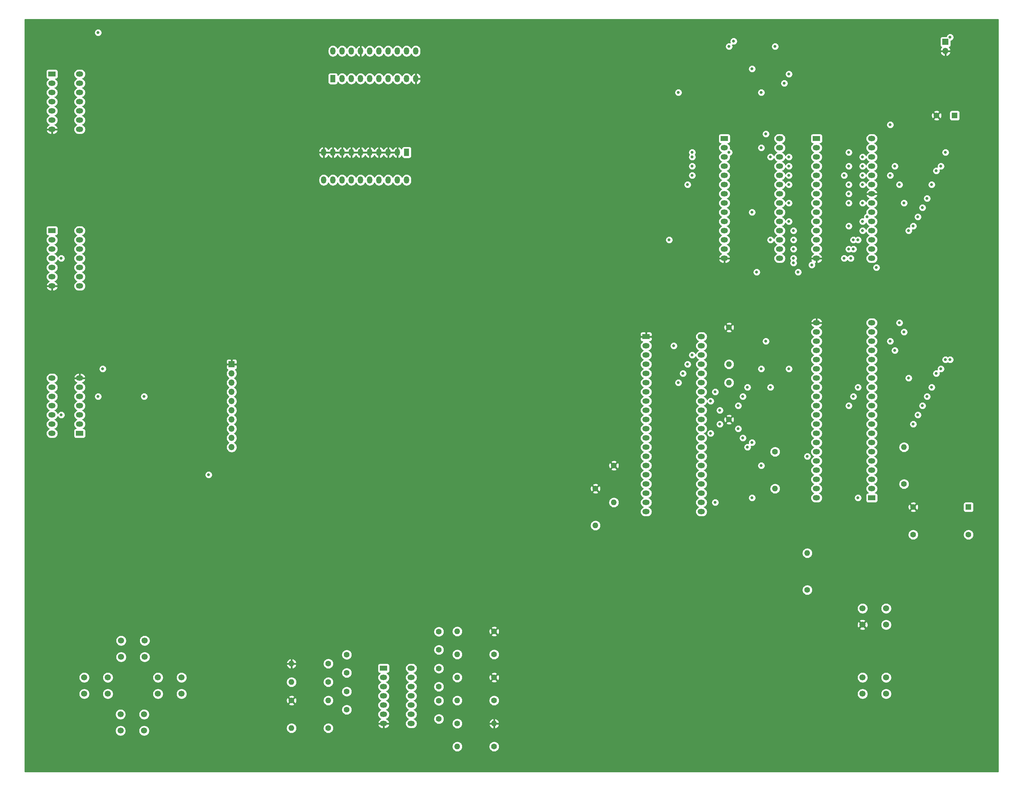
<source format=gbr>
G04 #@! TF.GenerationSoftware,KiCad,Pcbnew,(5.1.5-0)*
G04 #@! TF.CreationDate,2020-09-26T18:09:29-04:00*
G04 #@! TF.ProjectId,vectron_handheld_pcb,76656374-726f-46e5-9f68-616e6468656c,rev?*
G04 #@! TF.SameCoordinates,Original*
G04 #@! TF.FileFunction,Copper,L2,Inr*
G04 #@! TF.FilePolarity,Positive*
%FSLAX46Y46*%
G04 Gerber Fmt 4.6, Leading zero omitted, Abs format (unit mm)*
G04 Created by KiCad (PCBNEW (5.1.5-0)) date 2020-09-26 18:09:29*
%MOMM*%
%LPD*%
G04 APERTURE LIST*
%ADD10O,2.000000X1.440000*%
%ADD11R,2.000000X1.440000*%
%ADD12C,1.600000*%
%ADD13R,1.600000X1.600000*%
%ADD14O,1.440000X2.000000*%
%ADD15R,1.440000X2.000000*%
%ADD16C,1.700000*%
%ADD17O,1.600000X1.600000*%
%ADD18O,1.700000X1.700000*%
%ADD19R,1.700000X1.700000*%
%ADD20C,0.800000*%
%ADD21C,0.254000*%
G04 APERTURE END LIST*
D10*
X-16510000Y-19050000D03*
X-24130000Y-19050000D03*
X-16510000Y-16510000D03*
X-24130000Y-16510000D03*
X-16510000Y-13970000D03*
X-24130000Y-13970000D03*
X-16510000Y-11430000D03*
X-24130000Y-11430000D03*
X-16510000Y-8890000D03*
X-24130000Y-8890000D03*
X-16510000Y-6350000D03*
X-24130000Y-6350000D03*
X-16510000Y-3810000D03*
D11*
X-24130000Y-3810000D03*
D12*
X213360000Y-123190000D03*
X213360000Y-130810000D03*
X228600000Y-130810000D03*
D13*
X228600000Y-123190000D03*
D10*
X-16510000Y-62230000D03*
X-24130000Y-62230000D03*
X-16510000Y-59690000D03*
X-24130000Y-59690000D03*
X-16510000Y-57150000D03*
X-24130000Y-57150000D03*
X-16510000Y-54610000D03*
X-24130000Y-54610000D03*
X-16510000Y-52070000D03*
X-24130000Y-52070000D03*
X-16510000Y-49530000D03*
X-24130000Y-49530000D03*
X-16510000Y-46990000D03*
D11*
X-24130000Y-46990000D03*
D10*
X-24130000Y-87630000D03*
X-16510000Y-87630000D03*
X-24130000Y-90170000D03*
X-16510000Y-90170000D03*
X-24130000Y-92710000D03*
X-16510000Y-92710000D03*
X-24130000Y-95250000D03*
X-16510000Y-95250000D03*
X-24130000Y-97790000D03*
X-16510000Y-97790000D03*
X-24130000Y-100330000D03*
X-16510000Y-100330000D03*
X-24130000Y-102870000D03*
D11*
X-16510000Y-102870000D03*
D14*
X50800000Y-33020000D03*
X50800000Y-25400000D03*
X53340000Y-33020000D03*
X53340000Y-25400000D03*
X55880000Y-33020000D03*
X55880000Y-25400000D03*
X58420000Y-33020000D03*
X58420000Y-25400000D03*
X60960000Y-33020000D03*
X60960000Y-25400000D03*
X63500000Y-33020000D03*
X63500000Y-25400000D03*
X66040000Y-33020000D03*
X66040000Y-25400000D03*
X68580000Y-33020000D03*
X68580000Y-25400000D03*
X71120000Y-33020000D03*
X71120000Y-25400000D03*
X73660000Y-33020000D03*
D15*
X73660000Y-25400000D03*
D10*
X176530000Y-54610000D03*
X161290000Y-54610000D03*
X176530000Y-52070000D03*
X161290000Y-52070000D03*
X176530000Y-49530000D03*
X161290000Y-49530000D03*
X176530000Y-46990000D03*
X161290000Y-46990000D03*
X176530000Y-44450000D03*
X161290000Y-44450000D03*
X176530000Y-41910000D03*
X161290000Y-41910000D03*
X176530000Y-39370000D03*
X161290000Y-39370000D03*
X176530000Y-36830000D03*
X161290000Y-36830000D03*
X176530000Y-34290000D03*
X161290000Y-34290000D03*
X176530000Y-31750000D03*
X161290000Y-31750000D03*
X176530000Y-29210000D03*
X161290000Y-29210000D03*
X176530000Y-26670000D03*
X161290000Y-26670000D03*
X176530000Y-24130000D03*
X161290000Y-24130000D03*
X176530000Y-21590000D03*
D11*
X161290000Y-21590000D03*
D14*
X76200000Y2540000D03*
X76200000Y-5080000D03*
X73660000Y2540000D03*
X73660000Y-5080000D03*
X71120000Y2540000D03*
X71120000Y-5080000D03*
X68580000Y2540000D03*
X68580000Y-5080000D03*
X66040000Y2540000D03*
X66040000Y-5080000D03*
X63500000Y2540000D03*
X63500000Y-5080000D03*
X60960000Y2540000D03*
X60960000Y-5080000D03*
X58420000Y2540000D03*
X58420000Y-5080000D03*
X55880000Y2540000D03*
X55880000Y-5080000D03*
X53340000Y2540000D03*
D15*
X53340000Y-5080000D03*
D10*
X154940000Y-124460000D03*
X139700000Y-124460000D03*
X154940000Y-121920000D03*
X139700000Y-121920000D03*
X154940000Y-119380000D03*
X139700000Y-119380000D03*
X154940000Y-116840000D03*
X139700000Y-116840000D03*
X154940000Y-114300000D03*
X139700000Y-114300000D03*
X154940000Y-111760000D03*
X139700000Y-111760000D03*
X154940000Y-109220000D03*
X139700000Y-109220000D03*
X154940000Y-106680000D03*
X139700000Y-106680000D03*
X154940000Y-104140000D03*
X139700000Y-104140000D03*
X154940000Y-101600000D03*
X139700000Y-101600000D03*
X154940000Y-99060000D03*
X139700000Y-99060000D03*
X154940000Y-96520000D03*
X139700000Y-96520000D03*
X154940000Y-93980000D03*
X139700000Y-93980000D03*
X154940000Y-91440000D03*
X139700000Y-91440000D03*
X154940000Y-88900000D03*
X139700000Y-88900000D03*
X154940000Y-86360000D03*
X139700000Y-86360000D03*
X154940000Y-83820000D03*
X139700000Y-83820000D03*
X154940000Y-81280000D03*
X139700000Y-81280000D03*
X154940000Y-78740000D03*
X139700000Y-78740000D03*
X154940000Y-76200000D03*
D11*
X139700000Y-76200000D03*
D10*
X74930000Y-182880000D03*
X67310000Y-182880000D03*
X74930000Y-180340000D03*
X67310000Y-180340000D03*
X74930000Y-177800000D03*
X67310000Y-177800000D03*
X74930000Y-175260000D03*
X67310000Y-175260000D03*
X74930000Y-172720000D03*
X67310000Y-172720000D03*
X74930000Y-170180000D03*
X67310000Y-170180000D03*
X74930000Y-167640000D03*
D11*
X67310000Y-167640000D03*
D10*
X201930000Y-54610000D03*
X186690000Y-54610000D03*
X201930000Y-52070000D03*
X186690000Y-52070000D03*
X201930000Y-49530000D03*
X186690000Y-49530000D03*
X201930000Y-46990000D03*
X186690000Y-46990000D03*
X201930000Y-44450000D03*
X186690000Y-44450000D03*
X201930000Y-41910000D03*
X186690000Y-41910000D03*
X201930000Y-39370000D03*
X186690000Y-39370000D03*
X201930000Y-36830000D03*
X186690000Y-36830000D03*
X201930000Y-34290000D03*
X186690000Y-34290000D03*
X201930000Y-31750000D03*
X186690000Y-31750000D03*
X201930000Y-29210000D03*
X186690000Y-29210000D03*
X201930000Y-26670000D03*
X186690000Y-26670000D03*
X201930000Y-24130000D03*
X186690000Y-24130000D03*
X201930000Y-21590000D03*
D11*
X186690000Y-21590000D03*
D10*
X186690000Y-72390000D03*
X201930000Y-72390000D03*
X186690000Y-74930000D03*
X201930000Y-74930000D03*
X186690000Y-77470000D03*
X201930000Y-77470000D03*
X186690000Y-80010000D03*
X201930000Y-80010000D03*
X186690000Y-82550000D03*
X201930000Y-82550000D03*
X186690000Y-85090000D03*
X201930000Y-85090000D03*
X186690000Y-87630000D03*
X201930000Y-87630000D03*
X186690000Y-90170000D03*
X201930000Y-90170000D03*
X186690000Y-92710000D03*
X201930000Y-92710000D03*
X186690000Y-95250000D03*
X201930000Y-95250000D03*
X186690000Y-97790000D03*
X201930000Y-97790000D03*
X186690000Y-100330000D03*
X201930000Y-100330000D03*
X186690000Y-102870000D03*
X201930000Y-102870000D03*
X186690000Y-105410000D03*
X201930000Y-105410000D03*
X186690000Y-107950000D03*
X201930000Y-107950000D03*
X186690000Y-110490000D03*
X201930000Y-110490000D03*
X186690000Y-113030000D03*
X201930000Y-113030000D03*
X186690000Y-115570000D03*
X201930000Y-115570000D03*
X186690000Y-118110000D03*
X201930000Y-118110000D03*
X186690000Y-120650000D03*
D11*
X201930000Y-120650000D03*
D16*
X199390000Y-170180000D03*
X205890000Y-170180000D03*
X199390000Y-174680000D03*
X205890000Y-174680000D03*
X5080000Y-170180000D03*
X11580000Y-170180000D03*
X5080000Y-174680000D03*
X11580000Y-174680000D03*
X-5230000Y-180340000D03*
X1270000Y-180340000D03*
X-5230000Y-184840000D03*
X1270000Y-184840000D03*
X-5080000Y-160020000D03*
X1420000Y-160020000D03*
X-5080000Y-164520000D03*
X1420000Y-164520000D03*
X-15240000Y-170180000D03*
X-8740000Y-170180000D03*
X-15240000Y-174680000D03*
X-8740000Y-174680000D03*
X199390000Y-151130000D03*
X205890000Y-151130000D03*
X199390000Y-155630000D03*
X205890000Y-155630000D03*
D17*
X87630000Y-157480000D03*
D12*
X97790000Y-157480000D03*
D17*
X87630000Y-170180000D03*
D12*
X97790000Y-170180000D03*
D17*
X87630000Y-189230000D03*
D12*
X97790000Y-189230000D03*
D17*
X87630000Y-176530000D03*
D12*
X97790000Y-176530000D03*
D17*
X87630000Y-163830000D03*
D12*
X97790000Y-163830000D03*
D17*
X125730000Y-128270000D03*
D12*
X125730000Y-118110000D03*
D17*
X130810000Y-121920000D03*
D12*
X130810000Y-111760000D03*
D17*
X162560000Y-88900000D03*
D12*
X162560000Y-99060000D03*
D17*
X162560000Y-83820000D03*
D12*
X162560000Y-73660000D03*
D17*
X52070000Y-176530000D03*
D12*
X41910000Y-176530000D03*
D17*
X41910000Y-166370000D03*
D12*
X52070000Y-166370000D03*
D17*
X41910000Y-184150000D03*
D12*
X52070000Y-184150000D03*
D17*
X41910000Y-171450000D03*
D12*
X52070000Y-171450000D03*
D17*
X97790000Y-182880000D03*
D12*
X87630000Y-182880000D03*
D17*
X184150000Y-135890000D03*
D12*
X184150000Y-146050000D03*
D17*
X175260000Y-118110000D03*
D12*
X175260000Y-107950000D03*
D17*
X210820000Y-106680000D03*
D12*
X210820000Y-116840000D03*
D18*
X25400000Y-106680000D03*
X25400000Y-104140000D03*
X25400000Y-101600000D03*
X25400000Y-99060000D03*
X25400000Y-96520000D03*
X25400000Y-93980000D03*
X25400000Y-91440000D03*
X25400000Y-88900000D03*
X25400000Y-86360000D03*
D19*
X25400000Y-83820000D03*
D12*
X219790000Y-15240000D03*
D13*
X224790000Y-15240000D03*
D12*
X82550000Y-157560000D03*
X82550000Y-162560000D03*
X57150000Y-174070000D03*
X57150000Y-179070000D03*
X82550000Y-167720000D03*
X82550000Y-172720000D03*
X57150000Y-163910000D03*
X57150000Y-168910000D03*
X82550000Y-176610000D03*
X82550000Y-181610000D03*
D18*
X222250000Y2540000D03*
D19*
X222250000Y5080000D03*
D20*
X163830000Y-5080000D03*
X158750000Y-91440000D03*
X158750000Y-121920000D03*
X147320000Y-78740000D03*
X198120000Y-120650000D03*
X209550000Y-34290000D03*
X209550000Y-72390000D03*
X199390000Y-34290000D03*
X179070000Y-34290000D03*
X177800000Y-6350000D03*
X162560000Y3810000D03*
X181610000Y-58420000D03*
X180340000Y-55880000D03*
X210820000Y-39370000D03*
X210820000Y-74930000D03*
X199390000Y-39370000D03*
X179070000Y-39370000D03*
X179070000Y-3810000D03*
X179070000Y-26670000D03*
X199390000Y-26670000D03*
X173990000Y-26670000D03*
X172720000Y-77470000D03*
X175260000Y3810000D03*
X207010000Y-31750000D03*
X207010000Y-77470000D03*
X179070000Y-31750000D03*
X199390000Y-31750000D03*
X207010000Y-17780000D03*
X163830000Y5260001D03*
X170180000Y-58420000D03*
X172720000Y-20320000D03*
X208280000Y-29210000D03*
X208280000Y-80010000D03*
X179070000Y-29210000D03*
X199390000Y-29210000D03*
X223524265Y6354265D03*
X223520000Y-82550000D03*
X-11430000Y-92710000D03*
X-11430000Y7620000D03*
X222250000Y-82550000D03*
X222250000Y-25400000D03*
X195580000Y-25400000D03*
X152400000Y-26670000D03*
X199390000Y-44450000D03*
X179070000Y-44450000D03*
X179070000Y-85090000D03*
X171450000Y-111760000D03*
X171450000Y-85090000D03*
X220980000Y-85090000D03*
X220980000Y-29210000D03*
X195580000Y-29210000D03*
X152400000Y-29210000D03*
X212090000Y-46990000D03*
X212090000Y-87630000D03*
X180340000Y-46990000D03*
X199390000Y-46990000D03*
X184150000Y-109220000D03*
X219710000Y-86360000D03*
X219710000Y-30480000D03*
X194310000Y-31750000D03*
X152400000Y-31750000D03*
X198120000Y-49530000D03*
X198120000Y-90170000D03*
X173990000Y-90170000D03*
X173990000Y-49530000D03*
X180340000Y-49530000D03*
X196850000Y-49530000D03*
X167640000Y-106680000D03*
X167640000Y-90170000D03*
X218440000Y-90170000D03*
X218440000Y-34290000D03*
X195580000Y-34290000D03*
X151130000Y-34290000D03*
X196850000Y-52070000D03*
X196850000Y-92710000D03*
X180340000Y-52070000D03*
X195580000Y-52070000D03*
X166370000Y-104140000D03*
X166370000Y-92710000D03*
X217170000Y-92710000D03*
X217170000Y-38100000D03*
X195580000Y-36830000D03*
X148590000Y-88900000D03*
X196125000Y-54610000D03*
X195580000Y-95250000D03*
X180340000Y-54610000D03*
X194310000Y-54610000D03*
X165100000Y-101600000D03*
X165100000Y-95250000D03*
X215900000Y-95250000D03*
X215900000Y-40640000D03*
X195580000Y-39370000D03*
X149860000Y-86360000D03*
X185407507Y-56425000D03*
X214630000Y-97790000D03*
X214630000Y-43180000D03*
X200660000Y-43180000D03*
X151130000Y-83820000D03*
X160020000Y-96520000D03*
X160020000Y-100330000D03*
X213360000Y-100330000D03*
X213360000Y-45720000D03*
X195580000Y-45720000D03*
X152400000Y-81280000D03*
X157480000Y-93980000D03*
X157480000Y-102870000D03*
X168910000Y-120650000D03*
X168910000Y-105410000D03*
X19050000Y-114300000D03*
X-10160000Y-85090000D03*
X146050000Y-49530000D03*
X203200000Y-57150000D03*
X168910000Y-2359999D03*
X168910000Y-41910000D03*
X152400000Y-25400000D03*
X162560000Y-25400000D03*
X1270000Y-92710000D03*
X148590000Y-8890000D03*
X171450000Y-8890000D03*
X171450000Y-24130000D03*
X-21590000Y-54610000D03*
X-21590000Y-97790000D03*
D21*
G36*
X236805001Y-196165000D02*
G01*
X-31623000Y-196165000D01*
X-31623000Y-189088665D01*
X86195000Y-189088665D01*
X86195000Y-189371335D01*
X86250147Y-189648574D01*
X86358320Y-189909727D01*
X86515363Y-190144759D01*
X86715241Y-190344637D01*
X86950273Y-190501680D01*
X87211426Y-190609853D01*
X87488665Y-190665000D01*
X87771335Y-190665000D01*
X88048574Y-190609853D01*
X88309727Y-190501680D01*
X88544759Y-190344637D01*
X88744637Y-190144759D01*
X88901680Y-189909727D01*
X89009853Y-189648574D01*
X89065000Y-189371335D01*
X89065000Y-189088665D01*
X96355000Y-189088665D01*
X96355000Y-189371335D01*
X96410147Y-189648574D01*
X96518320Y-189909727D01*
X96675363Y-190144759D01*
X96875241Y-190344637D01*
X97110273Y-190501680D01*
X97371426Y-190609853D01*
X97648665Y-190665000D01*
X97931335Y-190665000D01*
X98208574Y-190609853D01*
X98469727Y-190501680D01*
X98704759Y-190344637D01*
X98904637Y-190144759D01*
X99061680Y-189909727D01*
X99169853Y-189648574D01*
X99225000Y-189371335D01*
X99225000Y-189088665D01*
X99169853Y-188811426D01*
X99061680Y-188550273D01*
X98904637Y-188315241D01*
X98704759Y-188115363D01*
X98469727Y-187958320D01*
X98208574Y-187850147D01*
X97931335Y-187795000D01*
X97648665Y-187795000D01*
X97371426Y-187850147D01*
X97110273Y-187958320D01*
X96875241Y-188115363D01*
X96675363Y-188315241D01*
X96518320Y-188550273D01*
X96410147Y-188811426D01*
X96355000Y-189088665D01*
X89065000Y-189088665D01*
X89009853Y-188811426D01*
X88901680Y-188550273D01*
X88744637Y-188315241D01*
X88544759Y-188115363D01*
X88309727Y-187958320D01*
X88048574Y-187850147D01*
X87771335Y-187795000D01*
X87488665Y-187795000D01*
X87211426Y-187850147D01*
X86950273Y-187958320D01*
X86715241Y-188115363D01*
X86515363Y-188315241D01*
X86358320Y-188550273D01*
X86250147Y-188811426D01*
X86195000Y-189088665D01*
X-31623000Y-189088665D01*
X-31623000Y-184693740D01*
X-6715000Y-184693740D01*
X-6715000Y-184986260D01*
X-6657932Y-185273158D01*
X-6545990Y-185543411D01*
X-6383475Y-185786632D01*
X-6176632Y-185993475D01*
X-5933411Y-186155990D01*
X-5663158Y-186267932D01*
X-5376260Y-186325000D01*
X-5083740Y-186325000D01*
X-4796842Y-186267932D01*
X-4526589Y-186155990D01*
X-4283368Y-185993475D01*
X-4076525Y-185786632D01*
X-3914010Y-185543411D01*
X-3802068Y-185273158D01*
X-3745000Y-184986260D01*
X-3745000Y-184693740D01*
X-215000Y-184693740D01*
X-215000Y-184986260D01*
X-157932Y-185273158D01*
X-45990Y-185543411D01*
X116525Y-185786632D01*
X323368Y-185993475D01*
X566589Y-186155990D01*
X836842Y-186267932D01*
X1123740Y-186325000D01*
X1416260Y-186325000D01*
X1703158Y-186267932D01*
X1973411Y-186155990D01*
X2216632Y-185993475D01*
X2423475Y-185786632D01*
X2585990Y-185543411D01*
X2697932Y-185273158D01*
X2755000Y-184986260D01*
X2755000Y-184693740D01*
X2697932Y-184406842D01*
X2585990Y-184136589D01*
X2500514Y-184008665D01*
X40475000Y-184008665D01*
X40475000Y-184291335D01*
X40530147Y-184568574D01*
X40638320Y-184829727D01*
X40795363Y-185064759D01*
X40995241Y-185264637D01*
X41230273Y-185421680D01*
X41491426Y-185529853D01*
X41768665Y-185585000D01*
X42051335Y-185585000D01*
X42328574Y-185529853D01*
X42589727Y-185421680D01*
X42824759Y-185264637D01*
X43024637Y-185064759D01*
X43181680Y-184829727D01*
X43289853Y-184568574D01*
X43345000Y-184291335D01*
X43345000Y-184008665D01*
X50635000Y-184008665D01*
X50635000Y-184291335D01*
X50690147Y-184568574D01*
X50798320Y-184829727D01*
X50955363Y-185064759D01*
X51155241Y-185264637D01*
X51390273Y-185421680D01*
X51651426Y-185529853D01*
X51928665Y-185585000D01*
X52211335Y-185585000D01*
X52488574Y-185529853D01*
X52749727Y-185421680D01*
X52984759Y-185264637D01*
X53184637Y-185064759D01*
X53341680Y-184829727D01*
X53449853Y-184568574D01*
X53505000Y-184291335D01*
X53505000Y-184008665D01*
X53449853Y-183731426D01*
X53341680Y-183470273D01*
X53184637Y-183235241D01*
X53165868Y-183216472D01*
X65717441Y-183216472D01*
X65729542Y-183281203D01*
X65832801Y-183527201D01*
X65982067Y-183748327D01*
X66171605Y-183936084D01*
X66394131Y-184083256D01*
X66641093Y-184184188D01*
X66903000Y-184235000D01*
X67183000Y-184235000D01*
X67183000Y-183007000D01*
X67437000Y-183007000D01*
X67437000Y-184235000D01*
X67717000Y-184235000D01*
X67978907Y-184184188D01*
X68225869Y-184083256D01*
X68448395Y-183936084D01*
X68637933Y-183748327D01*
X68787199Y-183527201D01*
X68890458Y-183281203D01*
X68902559Y-183216472D01*
X68779489Y-183007000D01*
X67437000Y-183007000D01*
X67183000Y-183007000D01*
X65840511Y-183007000D01*
X65717441Y-183216472D01*
X53165868Y-183216472D01*
X52984759Y-183035363D01*
X52749727Y-182878320D01*
X52488574Y-182770147D01*
X52211335Y-182715000D01*
X51928665Y-182715000D01*
X51651426Y-182770147D01*
X51390273Y-182878320D01*
X51155241Y-183035363D01*
X50955363Y-183235241D01*
X50798320Y-183470273D01*
X50690147Y-183731426D01*
X50635000Y-184008665D01*
X43345000Y-184008665D01*
X43289853Y-183731426D01*
X43181680Y-183470273D01*
X43024637Y-183235241D01*
X42824759Y-183035363D01*
X42589727Y-182878320D01*
X42328574Y-182770147D01*
X42051335Y-182715000D01*
X41768665Y-182715000D01*
X41491426Y-182770147D01*
X41230273Y-182878320D01*
X40995241Y-183035363D01*
X40795363Y-183235241D01*
X40638320Y-183470273D01*
X40530147Y-183731426D01*
X40475000Y-184008665D01*
X2500514Y-184008665D01*
X2423475Y-183893368D01*
X2216632Y-183686525D01*
X1973411Y-183524010D01*
X1703158Y-183412068D01*
X1416260Y-183355000D01*
X1123740Y-183355000D01*
X836842Y-183412068D01*
X566589Y-183524010D01*
X323368Y-183686525D01*
X116525Y-183893368D01*
X-45990Y-184136589D01*
X-157932Y-184406842D01*
X-215000Y-184693740D01*
X-3745000Y-184693740D01*
X-3802068Y-184406842D01*
X-3914010Y-184136589D01*
X-4076525Y-183893368D01*
X-4283368Y-183686525D01*
X-4526589Y-183524010D01*
X-4796842Y-183412068D01*
X-5083740Y-183355000D01*
X-5376260Y-183355000D01*
X-5663158Y-183412068D01*
X-5933411Y-183524010D01*
X-6176632Y-183686525D01*
X-6383475Y-183893368D01*
X-6545990Y-184136589D01*
X-6657932Y-184406842D01*
X-6715000Y-184693740D01*
X-31623000Y-184693740D01*
X-31623000Y-180193740D01*
X-6715000Y-180193740D01*
X-6715000Y-180486260D01*
X-6657932Y-180773158D01*
X-6545990Y-181043411D01*
X-6383475Y-181286632D01*
X-6176632Y-181493475D01*
X-5933411Y-181655990D01*
X-5663158Y-181767932D01*
X-5376260Y-181825000D01*
X-5083740Y-181825000D01*
X-4796842Y-181767932D01*
X-4526589Y-181655990D01*
X-4283368Y-181493475D01*
X-4076525Y-181286632D01*
X-3914010Y-181043411D01*
X-3802068Y-180773158D01*
X-3745000Y-180486260D01*
X-3745000Y-180193740D01*
X-215000Y-180193740D01*
X-215000Y-180486260D01*
X-157932Y-180773158D01*
X-45990Y-181043411D01*
X116525Y-181286632D01*
X323368Y-181493475D01*
X566589Y-181655990D01*
X836842Y-181767932D01*
X1123740Y-181825000D01*
X1416260Y-181825000D01*
X1703158Y-181767932D01*
X1973411Y-181655990D01*
X2216632Y-181493475D01*
X2423475Y-181286632D01*
X2585990Y-181043411D01*
X2697932Y-180773158D01*
X2755000Y-180486260D01*
X2755000Y-180193740D01*
X2697932Y-179906842D01*
X2585990Y-179636589D01*
X2423475Y-179393368D01*
X2216632Y-179186525D01*
X1973411Y-179024010D01*
X1743227Y-178928665D01*
X55715000Y-178928665D01*
X55715000Y-179211335D01*
X55770147Y-179488574D01*
X55878320Y-179749727D01*
X56035363Y-179984759D01*
X56235241Y-180184637D01*
X56470273Y-180341680D01*
X56731426Y-180449853D01*
X57008665Y-180505000D01*
X57291335Y-180505000D01*
X57568574Y-180449853D01*
X57829727Y-180341680D01*
X58064759Y-180184637D01*
X58264637Y-179984759D01*
X58421680Y-179749727D01*
X58529853Y-179488574D01*
X58585000Y-179211335D01*
X58585000Y-178928665D01*
X58529853Y-178651426D01*
X58421680Y-178390273D01*
X58264637Y-178155241D01*
X58064759Y-177955363D01*
X57829727Y-177798320D01*
X57568574Y-177690147D01*
X57291335Y-177635000D01*
X57008665Y-177635000D01*
X56731426Y-177690147D01*
X56470273Y-177798320D01*
X56235241Y-177955363D01*
X56035363Y-178155241D01*
X55878320Y-178390273D01*
X55770147Y-178651426D01*
X55715000Y-178928665D01*
X1743227Y-178928665D01*
X1703158Y-178912068D01*
X1416260Y-178855000D01*
X1123740Y-178855000D01*
X836842Y-178912068D01*
X566589Y-179024010D01*
X323368Y-179186525D01*
X116525Y-179393368D01*
X-45990Y-179636589D01*
X-157932Y-179906842D01*
X-215000Y-180193740D01*
X-3745000Y-180193740D01*
X-3802068Y-179906842D01*
X-3914010Y-179636589D01*
X-4076525Y-179393368D01*
X-4283368Y-179186525D01*
X-4526589Y-179024010D01*
X-4796842Y-178912068D01*
X-5083740Y-178855000D01*
X-5376260Y-178855000D01*
X-5663158Y-178912068D01*
X-5933411Y-179024010D01*
X-6176632Y-179186525D01*
X-6383475Y-179393368D01*
X-6545990Y-179636589D01*
X-6657932Y-179906842D01*
X-6715000Y-180193740D01*
X-31623000Y-180193740D01*
X-31623000Y-177522702D01*
X41096903Y-177522702D01*
X41168486Y-177766671D01*
X41423996Y-177887571D01*
X41698184Y-177956300D01*
X41980512Y-177970217D01*
X42260130Y-177928787D01*
X42526292Y-177833603D01*
X42651514Y-177766671D01*
X42723097Y-177522702D01*
X41910000Y-176709605D01*
X41096903Y-177522702D01*
X-31623000Y-177522702D01*
X-31623000Y-176600512D01*
X40469783Y-176600512D01*
X40511213Y-176880130D01*
X40606397Y-177146292D01*
X40673329Y-177271514D01*
X40917298Y-177343097D01*
X41730395Y-176530000D01*
X42089605Y-176530000D01*
X42902702Y-177343097D01*
X43146671Y-177271514D01*
X43267571Y-177016004D01*
X43336300Y-176741816D01*
X43350217Y-176459488D01*
X43339724Y-176388665D01*
X50635000Y-176388665D01*
X50635000Y-176671335D01*
X50690147Y-176948574D01*
X50798320Y-177209727D01*
X50955363Y-177444759D01*
X51155241Y-177644637D01*
X51390273Y-177801680D01*
X51651426Y-177909853D01*
X51928665Y-177965000D01*
X52211335Y-177965000D01*
X52488574Y-177909853D01*
X52749727Y-177801680D01*
X52984759Y-177644637D01*
X53184637Y-177444759D01*
X53341680Y-177209727D01*
X53449853Y-176948574D01*
X53505000Y-176671335D01*
X53505000Y-176388665D01*
X53449853Y-176111426D01*
X53341680Y-175850273D01*
X53184637Y-175615241D01*
X52984759Y-175415363D01*
X52749727Y-175258320D01*
X52488574Y-175150147D01*
X52211335Y-175095000D01*
X51928665Y-175095000D01*
X51651426Y-175150147D01*
X51390273Y-175258320D01*
X51155241Y-175415363D01*
X50955363Y-175615241D01*
X50798320Y-175850273D01*
X50690147Y-176111426D01*
X50635000Y-176388665D01*
X43339724Y-176388665D01*
X43308787Y-176179870D01*
X43213603Y-175913708D01*
X43146671Y-175788486D01*
X42902702Y-175716903D01*
X42089605Y-176530000D01*
X41730395Y-176530000D01*
X40917298Y-175716903D01*
X40673329Y-175788486D01*
X40552429Y-176043996D01*
X40483700Y-176318184D01*
X40469783Y-176600512D01*
X-31623000Y-176600512D01*
X-31623000Y-174533740D01*
X-16725000Y-174533740D01*
X-16725000Y-174826260D01*
X-16667932Y-175113158D01*
X-16555990Y-175383411D01*
X-16393475Y-175626632D01*
X-16186632Y-175833475D01*
X-15943411Y-175995990D01*
X-15673158Y-176107932D01*
X-15386260Y-176165000D01*
X-15093740Y-176165000D01*
X-14806842Y-176107932D01*
X-14536589Y-175995990D01*
X-14293368Y-175833475D01*
X-14086525Y-175626632D01*
X-13924010Y-175383411D01*
X-13812068Y-175113158D01*
X-13755000Y-174826260D01*
X-13755000Y-174533740D01*
X-10225000Y-174533740D01*
X-10225000Y-174826260D01*
X-10167932Y-175113158D01*
X-10055990Y-175383411D01*
X-9893475Y-175626632D01*
X-9686632Y-175833475D01*
X-9443411Y-175995990D01*
X-9173158Y-176107932D01*
X-8886260Y-176165000D01*
X-8593740Y-176165000D01*
X-8306842Y-176107932D01*
X-8036589Y-175995990D01*
X-7793368Y-175833475D01*
X-7586525Y-175626632D01*
X-7424010Y-175383411D01*
X-7312068Y-175113158D01*
X-7255000Y-174826260D01*
X-7255000Y-174533740D01*
X3595000Y-174533740D01*
X3595000Y-174826260D01*
X3652068Y-175113158D01*
X3764010Y-175383411D01*
X3926525Y-175626632D01*
X4133368Y-175833475D01*
X4376589Y-175995990D01*
X4646842Y-176107932D01*
X4933740Y-176165000D01*
X5226260Y-176165000D01*
X5513158Y-176107932D01*
X5783411Y-175995990D01*
X6026632Y-175833475D01*
X6233475Y-175626632D01*
X6395990Y-175383411D01*
X6507932Y-175113158D01*
X6565000Y-174826260D01*
X6565000Y-174533740D01*
X10095000Y-174533740D01*
X10095000Y-174826260D01*
X10152068Y-175113158D01*
X10264010Y-175383411D01*
X10426525Y-175626632D01*
X10633368Y-175833475D01*
X10876589Y-175995990D01*
X11146842Y-176107932D01*
X11433740Y-176165000D01*
X11726260Y-176165000D01*
X12013158Y-176107932D01*
X12283411Y-175995990D01*
X12526632Y-175833475D01*
X12733475Y-175626632D01*
X12793166Y-175537298D01*
X41096903Y-175537298D01*
X41910000Y-176350395D01*
X42723097Y-175537298D01*
X42651514Y-175293329D01*
X42396004Y-175172429D01*
X42121816Y-175103700D01*
X41839488Y-175089783D01*
X41559870Y-175131213D01*
X41293708Y-175226397D01*
X41168486Y-175293329D01*
X41096903Y-175537298D01*
X12793166Y-175537298D01*
X12895990Y-175383411D01*
X13007932Y-175113158D01*
X13065000Y-174826260D01*
X13065000Y-174533740D01*
X13007932Y-174246842D01*
X12895990Y-173976589D01*
X12863969Y-173928665D01*
X55715000Y-173928665D01*
X55715000Y-174211335D01*
X55770147Y-174488574D01*
X55878320Y-174749727D01*
X56035363Y-174984759D01*
X56235241Y-175184637D01*
X56470273Y-175341680D01*
X56731426Y-175449853D01*
X57008665Y-175505000D01*
X57291335Y-175505000D01*
X57568574Y-175449853D01*
X57829727Y-175341680D01*
X58064759Y-175184637D01*
X58264637Y-174984759D01*
X58421680Y-174749727D01*
X58529853Y-174488574D01*
X58585000Y-174211335D01*
X58585000Y-173928665D01*
X58529853Y-173651426D01*
X58421680Y-173390273D01*
X58264637Y-173155241D01*
X58064759Y-172955363D01*
X57829727Y-172798320D01*
X57568574Y-172690147D01*
X57291335Y-172635000D01*
X57008665Y-172635000D01*
X56731426Y-172690147D01*
X56470273Y-172798320D01*
X56235241Y-172955363D01*
X56035363Y-173155241D01*
X55878320Y-173390273D01*
X55770147Y-173651426D01*
X55715000Y-173928665D01*
X12863969Y-173928665D01*
X12733475Y-173733368D01*
X12526632Y-173526525D01*
X12283411Y-173364010D01*
X12013158Y-173252068D01*
X11726260Y-173195000D01*
X11433740Y-173195000D01*
X11146842Y-173252068D01*
X10876589Y-173364010D01*
X10633368Y-173526525D01*
X10426525Y-173733368D01*
X10264010Y-173976589D01*
X10152068Y-174246842D01*
X10095000Y-174533740D01*
X6565000Y-174533740D01*
X6507932Y-174246842D01*
X6395990Y-173976589D01*
X6233475Y-173733368D01*
X6026632Y-173526525D01*
X5783411Y-173364010D01*
X5513158Y-173252068D01*
X5226260Y-173195000D01*
X4933740Y-173195000D01*
X4646842Y-173252068D01*
X4376589Y-173364010D01*
X4133368Y-173526525D01*
X3926525Y-173733368D01*
X3764010Y-173976589D01*
X3652068Y-174246842D01*
X3595000Y-174533740D01*
X-7255000Y-174533740D01*
X-7312068Y-174246842D01*
X-7424010Y-173976589D01*
X-7586525Y-173733368D01*
X-7793368Y-173526525D01*
X-8036589Y-173364010D01*
X-8306842Y-173252068D01*
X-8593740Y-173195000D01*
X-8886260Y-173195000D01*
X-9173158Y-173252068D01*
X-9443411Y-173364010D01*
X-9686632Y-173526525D01*
X-9893475Y-173733368D01*
X-10055990Y-173976589D01*
X-10167932Y-174246842D01*
X-10225000Y-174533740D01*
X-13755000Y-174533740D01*
X-13812068Y-174246842D01*
X-13924010Y-173976589D01*
X-14086525Y-173733368D01*
X-14293368Y-173526525D01*
X-14536589Y-173364010D01*
X-14806842Y-173252068D01*
X-15093740Y-173195000D01*
X-15386260Y-173195000D01*
X-15673158Y-173252068D01*
X-15943411Y-173364010D01*
X-16186632Y-173526525D01*
X-16393475Y-173733368D01*
X-16555990Y-173976589D01*
X-16667932Y-174246842D01*
X-16725000Y-174533740D01*
X-31623000Y-174533740D01*
X-31623000Y-170033740D01*
X-16725000Y-170033740D01*
X-16725000Y-170326260D01*
X-16667932Y-170613158D01*
X-16555990Y-170883411D01*
X-16393475Y-171126632D01*
X-16186632Y-171333475D01*
X-15943411Y-171495990D01*
X-15673158Y-171607932D01*
X-15386260Y-171665000D01*
X-15093740Y-171665000D01*
X-14806842Y-171607932D01*
X-14536589Y-171495990D01*
X-14293368Y-171333475D01*
X-14086525Y-171126632D01*
X-13924010Y-170883411D01*
X-13812068Y-170613158D01*
X-13755000Y-170326260D01*
X-13755000Y-170033740D01*
X-10225000Y-170033740D01*
X-10225000Y-170326260D01*
X-10167932Y-170613158D01*
X-10055990Y-170883411D01*
X-9893475Y-171126632D01*
X-9686632Y-171333475D01*
X-9443411Y-171495990D01*
X-9173158Y-171607932D01*
X-8886260Y-171665000D01*
X-8593740Y-171665000D01*
X-8306842Y-171607932D01*
X-8036589Y-171495990D01*
X-7793368Y-171333475D01*
X-7586525Y-171126632D01*
X-7424010Y-170883411D01*
X-7312068Y-170613158D01*
X-7255000Y-170326260D01*
X-7255000Y-170033740D01*
X3595000Y-170033740D01*
X3595000Y-170326260D01*
X3652068Y-170613158D01*
X3764010Y-170883411D01*
X3926525Y-171126632D01*
X4133368Y-171333475D01*
X4376589Y-171495990D01*
X4646842Y-171607932D01*
X4933740Y-171665000D01*
X5226260Y-171665000D01*
X5513158Y-171607932D01*
X5783411Y-171495990D01*
X6026632Y-171333475D01*
X6233475Y-171126632D01*
X6395990Y-170883411D01*
X6507932Y-170613158D01*
X6565000Y-170326260D01*
X6565000Y-170033740D01*
X10095000Y-170033740D01*
X10095000Y-170326260D01*
X10152068Y-170613158D01*
X10264010Y-170883411D01*
X10426525Y-171126632D01*
X10633368Y-171333475D01*
X10876589Y-171495990D01*
X11146842Y-171607932D01*
X11433740Y-171665000D01*
X11726260Y-171665000D01*
X12013158Y-171607932D01*
X12283411Y-171495990D01*
X12526632Y-171333475D01*
X12551442Y-171308665D01*
X40475000Y-171308665D01*
X40475000Y-171591335D01*
X40530147Y-171868574D01*
X40638320Y-172129727D01*
X40795363Y-172364759D01*
X40995241Y-172564637D01*
X41230273Y-172721680D01*
X41491426Y-172829853D01*
X41768665Y-172885000D01*
X42051335Y-172885000D01*
X42328574Y-172829853D01*
X42589727Y-172721680D01*
X42824759Y-172564637D01*
X43024637Y-172364759D01*
X43181680Y-172129727D01*
X43289853Y-171868574D01*
X43345000Y-171591335D01*
X43345000Y-171308665D01*
X50635000Y-171308665D01*
X50635000Y-171591335D01*
X50690147Y-171868574D01*
X50798320Y-172129727D01*
X50955363Y-172364759D01*
X51155241Y-172564637D01*
X51390273Y-172721680D01*
X51651426Y-172829853D01*
X51928665Y-172885000D01*
X52211335Y-172885000D01*
X52488574Y-172829853D01*
X52749727Y-172721680D01*
X52984759Y-172564637D01*
X53184637Y-172364759D01*
X53341680Y-172129727D01*
X53449853Y-171868574D01*
X53505000Y-171591335D01*
X53505000Y-171308665D01*
X53449853Y-171031426D01*
X53341680Y-170770273D01*
X53184637Y-170535241D01*
X52984759Y-170335363D01*
X52749727Y-170178320D01*
X52488574Y-170070147D01*
X52211335Y-170015000D01*
X51928665Y-170015000D01*
X51651426Y-170070147D01*
X51390273Y-170178320D01*
X51155241Y-170335363D01*
X50955363Y-170535241D01*
X50798320Y-170770273D01*
X50690147Y-171031426D01*
X50635000Y-171308665D01*
X43345000Y-171308665D01*
X43289853Y-171031426D01*
X43181680Y-170770273D01*
X43024637Y-170535241D01*
X42824759Y-170335363D01*
X42589727Y-170178320D01*
X42328574Y-170070147D01*
X42051335Y-170015000D01*
X41768665Y-170015000D01*
X41491426Y-170070147D01*
X41230273Y-170178320D01*
X40995241Y-170335363D01*
X40795363Y-170535241D01*
X40638320Y-170770273D01*
X40530147Y-171031426D01*
X40475000Y-171308665D01*
X12551442Y-171308665D01*
X12733475Y-171126632D01*
X12895990Y-170883411D01*
X13007932Y-170613158D01*
X13065000Y-170326260D01*
X13065000Y-170033740D01*
X13007932Y-169746842D01*
X12895990Y-169476589D01*
X12733475Y-169233368D01*
X12526632Y-169026525D01*
X12283411Y-168864010D01*
X12053227Y-168768665D01*
X55715000Y-168768665D01*
X55715000Y-169051335D01*
X55770147Y-169328574D01*
X55878320Y-169589727D01*
X56035363Y-169824759D01*
X56235241Y-170024637D01*
X56470273Y-170181680D01*
X56731426Y-170289853D01*
X57008665Y-170345000D01*
X57291335Y-170345000D01*
X57568574Y-170289853D01*
X57829727Y-170181680D01*
X57832241Y-170180000D01*
X65668444Y-170180000D01*
X65694606Y-170445626D01*
X65772086Y-170701045D01*
X65897908Y-170936440D01*
X66067235Y-171142765D01*
X66273560Y-171312092D01*
X66508955Y-171437914D01*
X66548797Y-171450000D01*
X66508955Y-171462086D01*
X66273560Y-171587908D01*
X66067235Y-171757235D01*
X65897908Y-171963560D01*
X65772086Y-172198955D01*
X65694606Y-172454374D01*
X65668444Y-172720000D01*
X65694606Y-172985626D01*
X65772086Y-173241045D01*
X65897908Y-173476440D01*
X66067235Y-173682765D01*
X66273560Y-173852092D01*
X66508955Y-173977914D01*
X66548797Y-173990000D01*
X66508955Y-174002086D01*
X66273560Y-174127908D01*
X66067235Y-174297235D01*
X65897908Y-174503560D01*
X65772086Y-174738955D01*
X65694606Y-174994374D01*
X65668444Y-175260000D01*
X65694606Y-175525626D01*
X65772086Y-175781045D01*
X65897908Y-176016440D01*
X66067235Y-176222765D01*
X66273560Y-176392092D01*
X66508955Y-176517914D01*
X66548797Y-176530000D01*
X66508955Y-176542086D01*
X66273560Y-176667908D01*
X66067235Y-176837235D01*
X65897908Y-177043560D01*
X65772086Y-177278955D01*
X65694606Y-177534374D01*
X65668444Y-177800000D01*
X65694606Y-178065626D01*
X65772086Y-178321045D01*
X65897908Y-178556440D01*
X66067235Y-178762765D01*
X66273560Y-178932092D01*
X66508955Y-179057914D01*
X66548797Y-179070000D01*
X66508955Y-179082086D01*
X66273560Y-179207908D01*
X66067235Y-179377235D01*
X65897908Y-179583560D01*
X65772086Y-179818955D01*
X65694606Y-180074374D01*
X65668444Y-180340000D01*
X65694606Y-180605626D01*
X65772086Y-180861045D01*
X65897908Y-181096440D01*
X66067235Y-181302765D01*
X66273560Y-181472092D01*
X66508955Y-181597914D01*
X66553759Y-181611505D01*
X66394131Y-181676744D01*
X66171605Y-181823916D01*
X65982067Y-182011673D01*
X65832801Y-182232799D01*
X65729542Y-182478797D01*
X65717441Y-182543528D01*
X65840511Y-182753000D01*
X67183000Y-182753000D01*
X67183000Y-182733000D01*
X67437000Y-182733000D01*
X67437000Y-182753000D01*
X68779489Y-182753000D01*
X68902559Y-182543528D01*
X68890458Y-182478797D01*
X68787199Y-182232799D01*
X68637933Y-182011673D01*
X68448395Y-181823916D01*
X68225869Y-181676744D01*
X68066241Y-181611505D01*
X68111045Y-181597914D01*
X68346440Y-181472092D01*
X68552765Y-181302765D01*
X68722092Y-181096440D01*
X68847914Y-180861045D01*
X68925394Y-180605626D01*
X68951556Y-180340000D01*
X68925394Y-180074374D01*
X68847914Y-179818955D01*
X68722092Y-179583560D01*
X68552765Y-179377235D01*
X68346440Y-179207908D01*
X68111045Y-179082086D01*
X68071203Y-179070000D01*
X68111045Y-179057914D01*
X68346440Y-178932092D01*
X68552765Y-178762765D01*
X68722092Y-178556440D01*
X68847914Y-178321045D01*
X68925394Y-178065626D01*
X68951556Y-177800000D01*
X68925394Y-177534374D01*
X68847914Y-177278955D01*
X68722092Y-177043560D01*
X68552765Y-176837235D01*
X68346440Y-176667908D01*
X68111045Y-176542086D01*
X68071203Y-176530000D01*
X68111045Y-176517914D01*
X68346440Y-176392092D01*
X68552765Y-176222765D01*
X68722092Y-176016440D01*
X68847914Y-175781045D01*
X68925394Y-175525626D01*
X68951556Y-175260000D01*
X68925394Y-174994374D01*
X68847914Y-174738955D01*
X68722092Y-174503560D01*
X68552765Y-174297235D01*
X68346440Y-174127908D01*
X68111045Y-174002086D01*
X68071203Y-173990000D01*
X68111045Y-173977914D01*
X68346440Y-173852092D01*
X68552765Y-173682765D01*
X68722092Y-173476440D01*
X68847914Y-173241045D01*
X68925394Y-172985626D01*
X68951556Y-172720000D01*
X68925394Y-172454374D01*
X68847914Y-172198955D01*
X68722092Y-171963560D01*
X68552765Y-171757235D01*
X68346440Y-171587908D01*
X68111045Y-171462086D01*
X68071203Y-171450000D01*
X68111045Y-171437914D01*
X68346440Y-171312092D01*
X68552765Y-171142765D01*
X68722092Y-170936440D01*
X68847914Y-170701045D01*
X68925394Y-170445626D01*
X68951556Y-170180000D01*
X68925394Y-169914374D01*
X68847914Y-169658955D01*
X68722092Y-169423560D01*
X68552765Y-169217235D01*
X68346440Y-169047908D01*
X68253204Y-168998072D01*
X68310000Y-168998072D01*
X68434482Y-168985812D01*
X68554180Y-168949502D01*
X68664494Y-168890537D01*
X68761185Y-168811185D01*
X68840537Y-168714494D01*
X68899502Y-168604180D01*
X68935812Y-168484482D01*
X68948072Y-168360000D01*
X68948072Y-167640000D01*
X73288444Y-167640000D01*
X73314606Y-167905626D01*
X73392086Y-168161045D01*
X73517908Y-168396440D01*
X73687235Y-168602765D01*
X73893560Y-168772092D01*
X74128955Y-168897914D01*
X74168797Y-168910000D01*
X74128955Y-168922086D01*
X73893560Y-169047908D01*
X73687235Y-169217235D01*
X73517908Y-169423560D01*
X73392086Y-169658955D01*
X73314606Y-169914374D01*
X73288444Y-170180000D01*
X73314606Y-170445626D01*
X73392086Y-170701045D01*
X73517908Y-170936440D01*
X73687235Y-171142765D01*
X73893560Y-171312092D01*
X74128955Y-171437914D01*
X74168797Y-171450000D01*
X74128955Y-171462086D01*
X73893560Y-171587908D01*
X73687235Y-171757235D01*
X73517908Y-171963560D01*
X73392086Y-172198955D01*
X73314606Y-172454374D01*
X73288444Y-172720000D01*
X73314606Y-172985626D01*
X73392086Y-173241045D01*
X73517908Y-173476440D01*
X73687235Y-173682765D01*
X73893560Y-173852092D01*
X74128955Y-173977914D01*
X74168797Y-173990000D01*
X74128955Y-174002086D01*
X73893560Y-174127908D01*
X73687235Y-174297235D01*
X73517908Y-174503560D01*
X73392086Y-174738955D01*
X73314606Y-174994374D01*
X73288444Y-175260000D01*
X73314606Y-175525626D01*
X73392086Y-175781045D01*
X73517908Y-176016440D01*
X73687235Y-176222765D01*
X73893560Y-176392092D01*
X74128955Y-176517914D01*
X74168797Y-176530000D01*
X74128955Y-176542086D01*
X73893560Y-176667908D01*
X73687235Y-176837235D01*
X73517908Y-177043560D01*
X73392086Y-177278955D01*
X73314606Y-177534374D01*
X73288444Y-177800000D01*
X73314606Y-178065626D01*
X73392086Y-178321045D01*
X73517908Y-178556440D01*
X73687235Y-178762765D01*
X73893560Y-178932092D01*
X74128955Y-179057914D01*
X74168797Y-179070000D01*
X74128955Y-179082086D01*
X73893560Y-179207908D01*
X73687235Y-179377235D01*
X73517908Y-179583560D01*
X73392086Y-179818955D01*
X73314606Y-180074374D01*
X73288444Y-180340000D01*
X73314606Y-180605626D01*
X73392086Y-180861045D01*
X73517908Y-181096440D01*
X73687235Y-181302765D01*
X73893560Y-181472092D01*
X74128955Y-181597914D01*
X74168797Y-181610000D01*
X74128955Y-181622086D01*
X73893560Y-181747908D01*
X73687235Y-181917235D01*
X73517908Y-182123560D01*
X73392086Y-182358955D01*
X73314606Y-182614374D01*
X73288444Y-182880000D01*
X73314606Y-183145626D01*
X73392086Y-183401045D01*
X73517908Y-183636440D01*
X73687235Y-183842765D01*
X73893560Y-184012092D01*
X74128955Y-184137914D01*
X74384374Y-184215394D01*
X74583436Y-184235000D01*
X75276564Y-184235000D01*
X75475626Y-184215394D01*
X75731045Y-184137914D01*
X75966440Y-184012092D01*
X76172765Y-183842765D01*
X76342092Y-183636440D01*
X76467914Y-183401045D01*
X76545394Y-183145626D01*
X76571556Y-182880000D01*
X76545394Y-182614374D01*
X76467914Y-182358955D01*
X76342092Y-182123560D01*
X76172765Y-181917235D01*
X75966440Y-181747908D01*
X75731045Y-181622086D01*
X75691203Y-181610000D01*
X75731045Y-181597914D01*
X75966440Y-181472092D01*
X75970615Y-181468665D01*
X81115000Y-181468665D01*
X81115000Y-181751335D01*
X81170147Y-182028574D01*
X81278320Y-182289727D01*
X81435363Y-182524759D01*
X81635241Y-182724637D01*
X81870273Y-182881680D01*
X82131426Y-182989853D01*
X82408665Y-183045000D01*
X82691335Y-183045000D01*
X82968574Y-182989853D01*
X83229727Y-182881680D01*
X83443764Y-182738665D01*
X86195000Y-182738665D01*
X86195000Y-183021335D01*
X86250147Y-183298574D01*
X86358320Y-183559727D01*
X86515363Y-183794759D01*
X86715241Y-183994637D01*
X86950273Y-184151680D01*
X87211426Y-184259853D01*
X87488665Y-184315000D01*
X87771335Y-184315000D01*
X88048574Y-184259853D01*
X88309727Y-184151680D01*
X88544759Y-183994637D01*
X88744637Y-183794759D01*
X88901680Y-183559727D01*
X89009853Y-183298574D01*
X89023684Y-183229039D01*
X96398096Y-183229039D01*
X96438754Y-183363087D01*
X96558963Y-183617420D01*
X96726481Y-183843414D01*
X96934869Y-184032385D01*
X97176119Y-184177070D01*
X97440960Y-184271909D01*
X97663000Y-184150624D01*
X97663000Y-183007000D01*
X97917000Y-183007000D01*
X97917000Y-184150624D01*
X98139040Y-184271909D01*
X98403881Y-184177070D01*
X98645131Y-184032385D01*
X98853519Y-183843414D01*
X99021037Y-183617420D01*
X99141246Y-183363087D01*
X99181904Y-183229039D01*
X99059915Y-183007000D01*
X97917000Y-183007000D01*
X97663000Y-183007000D01*
X96520085Y-183007000D01*
X96398096Y-183229039D01*
X89023684Y-183229039D01*
X89065000Y-183021335D01*
X89065000Y-182738665D01*
X89023685Y-182530961D01*
X96398096Y-182530961D01*
X96520085Y-182753000D01*
X97663000Y-182753000D01*
X97663000Y-181609376D01*
X97917000Y-181609376D01*
X97917000Y-182753000D01*
X99059915Y-182753000D01*
X99181904Y-182530961D01*
X99141246Y-182396913D01*
X99021037Y-182142580D01*
X98853519Y-181916586D01*
X98645131Y-181727615D01*
X98403881Y-181582930D01*
X98139040Y-181488091D01*
X97917000Y-181609376D01*
X97663000Y-181609376D01*
X97440960Y-181488091D01*
X97176119Y-181582930D01*
X96934869Y-181727615D01*
X96726481Y-181916586D01*
X96558963Y-182142580D01*
X96438754Y-182396913D01*
X96398096Y-182530961D01*
X89023685Y-182530961D01*
X89009853Y-182461426D01*
X88901680Y-182200273D01*
X88744637Y-181965241D01*
X88544759Y-181765363D01*
X88309727Y-181608320D01*
X88048574Y-181500147D01*
X87771335Y-181445000D01*
X87488665Y-181445000D01*
X87211426Y-181500147D01*
X86950273Y-181608320D01*
X86715241Y-181765363D01*
X86515363Y-181965241D01*
X86358320Y-182200273D01*
X86250147Y-182461426D01*
X86195000Y-182738665D01*
X83443764Y-182738665D01*
X83464759Y-182724637D01*
X83664637Y-182524759D01*
X83821680Y-182289727D01*
X83929853Y-182028574D01*
X83985000Y-181751335D01*
X83985000Y-181468665D01*
X83929853Y-181191426D01*
X83821680Y-180930273D01*
X83664637Y-180695241D01*
X83464759Y-180495363D01*
X83229727Y-180338320D01*
X82968574Y-180230147D01*
X82691335Y-180175000D01*
X82408665Y-180175000D01*
X82131426Y-180230147D01*
X81870273Y-180338320D01*
X81635241Y-180495363D01*
X81435363Y-180695241D01*
X81278320Y-180930273D01*
X81170147Y-181191426D01*
X81115000Y-181468665D01*
X75970615Y-181468665D01*
X76172765Y-181302765D01*
X76342092Y-181096440D01*
X76467914Y-180861045D01*
X76545394Y-180605626D01*
X76571556Y-180340000D01*
X76545394Y-180074374D01*
X76467914Y-179818955D01*
X76342092Y-179583560D01*
X76172765Y-179377235D01*
X75966440Y-179207908D01*
X75731045Y-179082086D01*
X75691203Y-179070000D01*
X75731045Y-179057914D01*
X75966440Y-178932092D01*
X76172765Y-178762765D01*
X76342092Y-178556440D01*
X76467914Y-178321045D01*
X76545394Y-178065626D01*
X76571556Y-177800000D01*
X76545394Y-177534374D01*
X76467914Y-177278955D01*
X76342092Y-177043560D01*
X76172765Y-176837235D01*
X75966440Y-176667908D01*
X75731045Y-176542086D01*
X75691203Y-176530000D01*
X75731045Y-176517914D01*
X75823182Y-176468665D01*
X81115000Y-176468665D01*
X81115000Y-176751335D01*
X81170147Y-177028574D01*
X81278320Y-177289727D01*
X81435363Y-177524759D01*
X81635241Y-177724637D01*
X81870273Y-177881680D01*
X82131426Y-177989853D01*
X82408665Y-178045000D01*
X82691335Y-178045000D01*
X82968574Y-177989853D01*
X83229727Y-177881680D01*
X83464759Y-177724637D01*
X83664637Y-177524759D01*
X83821680Y-177289727D01*
X83929853Y-177028574D01*
X83985000Y-176751335D01*
X83985000Y-176468665D01*
X83969087Y-176388665D01*
X86195000Y-176388665D01*
X86195000Y-176671335D01*
X86250147Y-176948574D01*
X86358320Y-177209727D01*
X86515363Y-177444759D01*
X86715241Y-177644637D01*
X86950273Y-177801680D01*
X87211426Y-177909853D01*
X87488665Y-177965000D01*
X87771335Y-177965000D01*
X88048574Y-177909853D01*
X88309727Y-177801680D01*
X88544759Y-177644637D01*
X88744637Y-177444759D01*
X88901680Y-177209727D01*
X89009853Y-176948574D01*
X89065000Y-176671335D01*
X89065000Y-176388665D01*
X96355000Y-176388665D01*
X96355000Y-176671335D01*
X96410147Y-176948574D01*
X96518320Y-177209727D01*
X96675363Y-177444759D01*
X96875241Y-177644637D01*
X97110273Y-177801680D01*
X97371426Y-177909853D01*
X97648665Y-177965000D01*
X97931335Y-177965000D01*
X98208574Y-177909853D01*
X98469727Y-177801680D01*
X98704759Y-177644637D01*
X98904637Y-177444759D01*
X99061680Y-177209727D01*
X99169853Y-176948574D01*
X99225000Y-176671335D01*
X99225000Y-176388665D01*
X99169853Y-176111426D01*
X99061680Y-175850273D01*
X98904637Y-175615241D01*
X98704759Y-175415363D01*
X98469727Y-175258320D01*
X98208574Y-175150147D01*
X97931335Y-175095000D01*
X97648665Y-175095000D01*
X97371426Y-175150147D01*
X97110273Y-175258320D01*
X96875241Y-175415363D01*
X96675363Y-175615241D01*
X96518320Y-175850273D01*
X96410147Y-176111426D01*
X96355000Y-176388665D01*
X89065000Y-176388665D01*
X89009853Y-176111426D01*
X88901680Y-175850273D01*
X88744637Y-175615241D01*
X88544759Y-175415363D01*
X88309727Y-175258320D01*
X88048574Y-175150147D01*
X87771335Y-175095000D01*
X87488665Y-175095000D01*
X87211426Y-175150147D01*
X86950273Y-175258320D01*
X86715241Y-175415363D01*
X86515363Y-175615241D01*
X86358320Y-175850273D01*
X86250147Y-176111426D01*
X86195000Y-176388665D01*
X83969087Y-176388665D01*
X83929853Y-176191426D01*
X83821680Y-175930273D01*
X83664637Y-175695241D01*
X83464759Y-175495363D01*
X83229727Y-175338320D01*
X82968574Y-175230147D01*
X82691335Y-175175000D01*
X82408665Y-175175000D01*
X82131426Y-175230147D01*
X81870273Y-175338320D01*
X81635241Y-175495363D01*
X81435363Y-175695241D01*
X81278320Y-175930273D01*
X81170147Y-176191426D01*
X81115000Y-176468665D01*
X75823182Y-176468665D01*
X75966440Y-176392092D01*
X76172765Y-176222765D01*
X76342092Y-176016440D01*
X76467914Y-175781045D01*
X76545394Y-175525626D01*
X76571556Y-175260000D01*
X76545394Y-174994374D01*
X76467914Y-174738955D01*
X76358224Y-174533740D01*
X197905000Y-174533740D01*
X197905000Y-174826260D01*
X197962068Y-175113158D01*
X198074010Y-175383411D01*
X198236525Y-175626632D01*
X198443368Y-175833475D01*
X198686589Y-175995990D01*
X198956842Y-176107932D01*
X199243740Y-176165000D01*
X199536260Y-176165000D01*
X199823158Y-176107932D01*
X200093411Y-175995990D01*
X200336632Y-175833475D01*
X200543475Y-175626632D01*
X200705990Y-175383411D01*
X200817932Y-175113158D01*
X200875000Y-174826260D01*
X200875000Y-174533740D01*
X204405000Y-174533740D01*
X204405000Y-174826260D01*
X204462068Y-175113158D01*
X204574010Y-175383411D01*
X204736525Y-175626632D01*
X204943368Y-175833475D01*
X205186589Y-175995990D01*
X205456842Y-176107932D01*
X205743740Y-176165000D01*
X206036260Y-176165000D01*
X206323158Y-176107932D01*
X206593411Y-175995990D01*
X206836632Y-175833475D01*
X207043475Y-175626632D01*
X207205990Y-175383411D01*
X207317932Y-175113158D01*
X207375000Y-174826260D01*
X207375000Y-174533740D01*
X207317932Y-174246842D01*
X207205990Y-173976589D01*
X207043475Y-173733368D01*
X206836632Y-173526525D01*
X206593411Y-173364010D01*
X206323158Y-173252068D01*
X206036260Y-173195000D01*
X205743740Y-173195000D01*
X205456842Y-173252068D01*
X205186589Y-173364010D01*
X204943368Y-173526525D01*
X204736525Y-173733368D01*
X204574010Y-173976589D01*
X204462068Y-174246842D01*
X204405000Y-174533740D01*
X200875000Y-174533740D01*
X200817932Y-174246842D01*
X200705990Y-173976589D01*
X200543475Y-173733368D01*
X200336632Y-173526525D01*
X200093411Y-173364010D01*
X199823158Y-173252068D01*
X199536260Y-173195000D01*
X199243740Y-173195000D01*
X198956842Y-173252068D01*
X198686589Y-173364010D01*
X198443368Y-173526525D01*
X198236525Y-173733368D01*
X198074010Y-173976589D01*
X197962068Y-174246842D01*
X197905000Y-174533740D01*
X76358224Y-174533740D01*
X76342092Y-174503560D01*
X76172765Y-174297235D01*
X75966440Y-174127908D01*
X75731045Y-174002086D01*
X75691203Y-173990000D01*
X75731045Y-173977914D01*
X75966440Y-173852092D01*
X76172765Y-173682765D01*
X76342092Y-173476440D01*
X76467914Y-173241045D01*
X76545394Y-172985626D01*
X76571556Y-172720000D01*
X76557636Y-172578665D01*
X81115000Y-172578665D01*
X81115000Y-172861335D01*
X81170147Y-173138574D01*
X81278320Y-173399727D01*
X81435363Y-173634759D01*
X81635241Y-173834637D01*
X81870273Y-173991680D01*
X82131426Y-174099853D01*
X82408665Y-174155000D01*
X82691335Y-174155000D01*
X82968574Y-174099853D01*
X83229727Y-173991680D01*
X83464759Y-173834637D01*
X83664637Y-173634759D01*
X83821680Y-173399727D01*
X83929853Y-173138574D01*
X83985000Y-172861335D01*
X83985000Y-172578665D01*
X83929853Y-172301426D01*
X83821680Y-172040273D01*
X83664637Y-171805241D01*
X83464759Y-171605363D01*
X83229727Y-171448320D01*
X82968574Y-171340147D01*
X82691335Y-171285000D01*
X82408665Y-171285000D01*
X82131426Y-171340147D01*
X81870273Y-171448320D01*
X81635241Y-171605363D01*
X81435363Y-171805241D01*
X81278320Y-172040273D01*
X81170147Y-172301426D01*
X81115000Y-172578665D01*
X76557636Y-172578665D01*
X76545394Y-172454374D01*
X76467914Y-172198955D01*
X76342092Y-171963560D01*
X76172765Y-171757235D01*
X75966440Y-171587908D01*
X75731045Y-171462086D01*
X75691203Y-171450000D01*
X75731045Y-171437914D01*
X75966440Y-171312092D01*
X76172765Y-171142765D01*
X76342092Y-170936440D01*
X76467914Y-170701045D01*
X76545394Y-170445626D01*
X76571556Y-170180000D01*
X76557636Y-170038665D01*
X86195000Y-170038665D01*
X86195000Y-170321335D01*
X86250147Y-170598574D01*
X86358320Y-170859727D01*
X86515363Y-171094759D01*
X86715241Y-171294637D01*
X86950273Y-171451680D01*
X87211426Y-171559853D01*
X87488665Y-171615000D01*
X87771335Y-171615000D01*
X88048574Y-171559853D01*
X88309727Y-171451680D01*
X88544759Y-171294637D01*
X88666694Y-171172702D01*
X96976903Y-171172702D01*
X97048486Y-171416671D01*
X97303996Y-171537571D01*
X97578184Y-171606300D01*
X97860512Y-171620217D01*
X98140130Y-171578787D01*
X98406292Y-171483603D01*
X98531514Y-171416671D01*
X98603097Y-171172702D01*
X97790000Y-170359605D01*
X96976903Y-171172702D01*
X88666694Y-171172702D01*
X88744637Y-171094759D01*
X88901680Y-170859727D01*
X89009853Y-170598574D01*
X89065000Y-170321335D01*
X89065000Y-170250512D01*
X96349783Y-170250512D01*
X96391213Y-170530130D01*
X96486397Y-170796292D01*
X96553329Y-170921514D01*
X96797298Y-170993097D01*
X97610395Y-170180000D01*
X97969605Y-170180000D01*
X98782702Y-170993097D01*
X99026671Y-170921514D01*
X99147571Y-170666004D01*
X99216300Y-170391816D01*
X99230217Y-170109488D01*
X99218994Y-170033740D01*
X197905000Y-170033740D01*
X197905000Y-170326260D01*
X197962068Y-170613158D01*
X198074010Y-170883411D01*
X198236525Y-171126632D01*
X198443368Y-171333475D01*
X198686589Y-171495990D01*
X198956842Y-171607932D01*
X199243740Y-171665000D01*
X199536260Y-171665000D01*
X199823158Y-171607932D01*
X200093411Y-171495990D01*
X200336632Y-171333475D01*
X200543475Y-171126632D01*
X200705990Y-170883411D01*
X200817932Y-170613158D01*
X200875000Y-170326260D01*
X200875000Y-170033740D01*
X204405000Y-170033740D01*
X204405000Y-170326260D01*
X204462068Y-170613158D01*
X204574010Y-170883411D01*
X204736525Y-171126632D01*
X204943368Y-171333475D01*
X205186589Y-171495990D01*
X205456842Y-171607932D01*
X205743740Y-171665000D01*
X206036260Y-171665000D01*
X206323158Y-171607932D01*
X206593411Y-171495990D01*
X206836632Y-171333475D01*
X207043475Y-171126632D01*
X207205990Y-170883411D01*
X207317932Y-170613158D01*
X207375000Y-170326260D01*
X207375000Y-170033740D01*
X207317932Y-169746842D01*
X207205990Y-169476589D01*
X207043475Y-169233368D01*
X206836632Y-169026525D01*
X206593411Y-168864010D01*
X206323158Y-168752068D01*
X206036260Y-168695000D01*
X205743740Y-168695000D01*
X205456842Y-168752068D01*
X205186589Y-168864010D01*
X204943368Y-169026525D01*
X204736525Y-169233368D01*
X204574010Y-169476589D01*
X204462068Y-169746842D01*
X204405000Y-170033740D01*
X200875000Y-170033740D01*
X200817932Y-169746842D01*
X200705990Y-169476589D01*
X200543475Y-169233368D01*
X200336632Y-169026525D01*
X200093411Y-168864010D01*
X199823158Y-168752068D01*
X199536260Y-168695000D01*
X199243740Y-168695000D01*
X198956842Y-168752068D01*
X198686589Y-168864010D01*
X198443368Y-169026525D01*
X198236525Y-169233368D01*
X198074010Y-169476589D01*
X197962068Y-169746842D01*
X197905000Y-170033740D01*
X99218994Y-170033740D01*
X99188787Y-169829870D01*
X99093603Y-169563708D01*
X99026671Y-169438486D01*
X98782702Y-169366903D01*
X97969605Y-170180000D01*
X97610395Y-170180000D01*
X96797298Y-169366903D01*
X96553329Y-169438486D01*
X96432429Y-169693996D01*
X96363700Y-169968184D01*
X96349783Y-170250512D01*
X89065000Y-170250512D01*
X89065000Y-170038665D01*
X89009853Y-169761426D01*
X88901680Y-169500273D01*
X88744637Y-169265241D01*
X88666694Y-169187298D01*
X96976903Y-169187298D01*
X97790000Y-170000395D01*
X98603097Y-169187298D01*
X98531514Y-168943329D01*
X98276004Y-168822429D01*
X98001816Y-168753700D01*
X97719488Y-168739783D01*
X97439870Y-168781213D01*
X97173708Y-168876397D01*
X97048486Y-168943329D01*
X96976903Y-169187298D01*
X88666694Y-169187298D01*
X88544759Y-169065363D01*
X88309727Y-168908320D01*
X88048574Y-168800147D01*
X87771335Y-168745000D01*
X87488665Y-168745000D01*
X87211426Y-168800147D01*
X86950273Y-168908320D01*
X86715241Y-169065363D01*
X86515363Y-169265241D01*
X86358320Y-169500273D01*
X86250147Y-169761426D01*
X86195000Y-170038665D01*
X76557636Y-170038665D01*
X76545394Y-169914374D01*
X76467914Y-169658955D01*
X76342092Y-169423560D01*
X76172765Y-169217235D01*
X75966440Y-169047908D01*
X75731045Y-168922086D01*
X75691203Y-168910000D01*
X75731045Y-168897914D01*
X75966440Y-168772092D01*
X76172765Y-168602765D01*
X76342092Y-168396440D01*
X76467914Y-168161045D01*
X76545394Y-167905626D01*
X76571556Y-167640000D01*
X76565516Y-167578665D01*
X81115000Y-167578665D01*
X81115000Y-167861335D01*
X81170147Y-168138574D01*
X81278320Y-168399727D01*
X81435363Y-168634759D01*
X81635241Y-168834637D01*
X81870273Y-168991680D01*
X82131426Y-169099853D01*
X82408665Y-169155000D01*
X82691335Y-169155000D01*
X82968574Y-169099853D01*
X83229727Y-168991680D01*
X83464759Y-168834637D01*
X83664637Y-168634759D01*
X83821680Y-168399727D01*
X83929853Y-168138574D01*
X83985000Y-167861335D01*
X83985000Y-167578665D01*
X83929853Y-167301426D01*
X83821680Y-167040273D01*
X83664637Y-166805241D01*
X83464759Y-166605363D01*
X83229727Y-166448320D01*
X82968574Y-166340147D01*
X82691335Y-166285000D01*
X82408665Y-166285000D01*
X82131426Y-166340147D01*
X81870273Y-166448320D01*
X81635241Y-166605363D01*
X81435363Y-166805241D01*
X81278320Y-167040273D01*
X81170147Y-167301426D01*
X81115000Y-167578665D01*
X76565516Y-167578665D01*
X76545394Y-167374374D01*
X76467914Y-167118955D01*
X76342092Y-166883560D01*
X76172765Y-166677235D01*
X75966440Y-166507908D01*
X75731045Y-166382086D01*
X75475626Y-166304606D01*
X75276564Y-166285000D01*
X74583436Y-166285000D01*
X74384374Y-166304606D01*
X74128955Y-166382086D01*
X73893560Y-166507908D01*
X73687235Y-166677235D01*
X73517908Y-166883560D01*
X73392086Y-167118955D01*
X73314606Y-167374374D01*
X73288444Y-167640000D01*
X68948072Y-167640000D01*
X68948072Y-166920000D01*
X68935812Y-166795518D01*
X68899502Y-166675820D01*
X68840537Y-166565506D01*
X68761185Y-166468815D01*
X68664494Y-166389463D01*
X68554180Y-166330498D01*
X68434482Y-166294188D01*
X68310000Y-166281928D01*
X66310000Y-166281928D01*
X66185518Y-166294188D01*
X66065820Y-166330498D01*
X65955506Y-166389463D01*
X65858815Y-166468815D01*
X65779463Y-166565506D01*
X65720498Y-166675820D01*
X65684188Y-166795518D01*
X65671928Y-166920000D01*
X65671928Y-168360000D01*
X65684188Y-168484482D01*
X65720498Y-168604180D01*
X65779463Y-168714494D01*
X65858815Y-168811185D01*
X65955506Y-168890537D01*
X66065820Y-168949502D01*
X66185518Y-168985812D01*
X66310000Y-168998072D01*
X66366796Y-168998072D01*
X66273560Y-169047908D01*
X66067235Y-169217235D01*
X65897908Y-169423560D01*
X65772086Y-169658955D01*
X65694606Y-169914374D01*
X65668444Y-170180000D01*
X57832241Y-170180000D01*
X58064759Y-170024637D01*
X58264637Y-169824759D01*
X58421680Y-169589727D01*
X58529853Y-169328574D01*
X58585000Y-169051335D01*
X58585000Y-168768665D01*
X58529853Y-168491426D01*
X58421680Y-168230273D01*
X58264637Y-167995241D01*
X58064759Y-167795363D01*
X57829727Y-167638320D01*
X57568574Y-167530147D01*
X57291335Y-167475000D01*
X57008665Y-167475000D01*
X56731426Y-167530147D01*
X56470273Y-167638320D01*
X56235241Y-167795363D01*
X56035363Y-167995241D01*
X55878320Y-168230273D01*
X55770147Y-168491426D01*
X55715000Y-168768665D01*
X12053227Y-168768665D01*
X12013158Y-168752068D01*
X11726260Y-168695000D01*
X11433740Y-168695000D01*
X11146842Y-168752068D01*
X10876589Y-168864010D01*
X10633368Y-169026525D01*
X10426525Y-169233368D01*
X10264010Y-169476589D01*
X10152068Y-169746842D01*
X10095000Y-170033740D01*
X6565000Y-170033740D01*
X6507932Y-169746842D01*
X6395990Y-169476589D01*
X6233475Y-169233368D01*
X6026632Y-169026525D01*
X5783411Y-168864010D01*
X5513158Y-168752068D01*
X5226260Y-168695000D01*
X4933740Y-168695000D01*
X4646842Y-168752068D01*
X4376589Y-168864010D01*
X4133368Y-169026525D01*
X3926525Y-169233368D01*
X3764010Y-169476589D01*
X3652068Y-169746842D01*
X3595000Y-170033740D01*
X-7255000Y-170033740D01*
X-7312068Y-169746842D01*
X-7424010Y-169476589D01*
X-7586525Y-169233368D01*
X-7793368Y-169026525D01*
X-8036589Y-168864010D01*
X-8306842Y-168752068D01*
X-8593740Y-168695000D01*
X-8886260Y-168695000D01*
X-9173158Y-168752068D01*
X-9443411Y-168864010D01*
X-9686632Y-169026525D01*
X-9893475Y-169233368D01*
X-10055990Y-169476589D01*
X-10167932Y-169746842D01*
X-10225000Y-170033740D01*
X-13755000Y-170033740D01*
X-13812068Y-169746842D01*
X-13924010Y-169476589D01*
X-14086525Y-169233368D01*
X-14293368Y-169026525D01*
X-14536589Y-168864010D01*
X-14806842Y-168752068D01*
X-15093740Y-168695000D01*
X-15386260Y-168695000D01*
X-15673158Y-168752068D01*
X-15943411Y-168864010D01*
X-16186632Y-169026525D01*
X-16393475Y-169233368D01*
X-16555990Y-169476589D01*
X-16667932Y-169746842D01*
X-16725000Y-170033740D01*
X-31623000Y-170033740D01*
X-31623000Y-166719039D01*
X40518096Y-166719039D01*
X40558754Y-166853087D01*
X40678963Y-167107420D01*
X40846481Y-167333414D01*
X41054869Y-167522385D01*
X41296119Y-167667070D01*
X41560960Y-167761909D01*
X41783000Y-167640624D01*
X41783000Y-166497000D01*
X42037000Y-166497000D01*
X42037000Y-167640624D01*
X42259040Y-167761909D01*
X42523881Y-167667070D01*
X42765131Y-167522385D01*
X42973519Y-167333414D01*
X43141037Y-167107420D01*
X43261246Y-166853087D01*
X43301904Y-166719039D01*
X43179915Y-166497000D01*
X42037000Y-166497000D01*
X41783000Y-166497000D01*
X40640085Y-166497000D01*
X40518096Y-166719039D01*
X-31623000Y-166719039D01*
X-31623000Y-166020961D01*
X40518096Y-166020961D01*
X40640085Y-166243000D01*
X41783000Y-166243000D01*
X41783000Y-165099376D01*
X42037000Y-165099376D01*
X42037000Y-166243000D01*
X43179915Y-166243000D01*
X43187790Y-166228665D01*
X50635000Y-166228665D01*
X50635000Y-166511335D01*
X50690147Y-166788574D01*
X50798320Y-167049727D01*
X50955363Y-167284759D01*
X51155241Y-167484637D01*
X51390273Y-167641680D01*
X51651426Y-167749853D01*
X51928665Y-167805000D01*
X52211335Y-167805000D01*
X52488574Y-167749853D01*
X52749727Y-167641680D01*
X52984759Y-167484637D01*
X53184637Y-167284759D01*
X53341680Y-167049727D01*
X53449853Y-166788574D01*
X53505000Y-166511335D01*
X53505000Y-166228665D01*
X53449853Y-165951426D01*
X53341680Y-165690273D01*
X53184637Y-165455241D01*
X52984759Y-165255363D01*
X52749727Y-165098320D01*
X52488574Y-164990147D01*
X52211335Y-164935000D01*
X51928665Y-164935000D01*
X51651426Y-164990147D01*
X51390273Y-165098320D01*
X51155241Y-165255363D01*
X50955363Y-165455241D01*
X50798320Y-165690273D01*
X50690147Y-165951426D01*
X50635000Y-166228665D01*
X43187790Y-166228665D01*
X43301904Y-166020961D01*
X43261246Y-165886913D01*
X43141037Y-165632580D01*
X42973519Y-165406586D01*
X42765131Y-165217615D01*
X42523881Y-165072930D01*
X42259040Y-164978091D01*
X42037000Y-165099376D01*
X41783000Y-165099376D01*
X41560960Y-164978091D01*
X41296119Y-165072930D01*
X41054869Y-165217615D01*
X40846481Y-165406586D01*
X40678963Y-165632580D01*
X40558754Y-165886913D01*
X40518096Y-166020961D01*
X-31623000Y-166020961D01*
X-31623000Y-164373740D01*
X-6565000Y-164373740D01*
X-6565000Y-164666260D01*
X-6507932Y-164953158D01*
X-6395990Y-165223411D01*
X-6233475Y-165466632D01*
X-6026632Y-165673475D01*
X-5783411Y-165835990D01*
X-5513158Y-165947932D01*
X-5226260Y-166005000D01*
X-4933740Y-166005000D01*
X-4646842Y-165947932D01*
X-4376589Y-165835990D01*
X-4133368Y-165673475D01*
X-3926525Y-165466632D01*
X-3764010Y-165223411D01*
X-3652068Y-164953158D01*
X-3595000Y-164666260D01*
X-3595000Y-164373740D01*
X-65000Y-164373740D01*
X-65000Y-164666260D01*
X-7932Y-164953158D01*
X104010Y-165223411D01*
X266525Y-165466632D01*
X473368Y-165673475D01*
X716589Y-165835990D01*
X986842Y-165947932D01*
X1273740Y-166005000D01*
X1566260Y-166005000D01*
X1853158Y-165947932D01*
X2123411Y-165835990D01*
X2366632Y-165673475D01*
X2573475Y-165466632D01*
X2735990Y-165223411D01*
X2847932Y-164953158D01*
X2905000Y-164666260D01*
X2905000Y-164373740D01*
X2847932Y-164086842D01*
X2735990Y-163816589D01*
X2703969Y-163768665D01*
X55715000Y-163768665D01*
X55715000Y-164051335D01*
X55770147Y-164328574D01*
X55878320Y-164589727D01*
X56035363Y-164824759D01*
X56235241Y-165024637D01*
X56470273Y-165181680D01*
X56731426Y-165289853D01*
X57008665Y-165345000D01*
X57291335Y-165345000D01*
X57568574Y-165289853D01*
X57829727Y-165181680D01*
X58064759Y-165024637D01*
X58264637Y-164824759D01*
X58421680Y-164589727D01*
X58529853Y-164328574D01*
X58585000Y-164051335D01*
X58585000Y-163768665D01*
X58529853Y-163491426D01*
X58421680Y-163230273D01*
X58264637Y-162995241D01*
X58064759Y-162795363D01*
X57829727Y-162638320D01*
X57568574Y-162530147D01*
X57291335Y-162475000D01*
X57008665Y-162475000D01*
X56731426Y-162530147D01*
X56470273Y-162638320D01*
X56235241Y-162795363D01*
X56035363Y-162995241D01*
X55878320Y-163230273D01*
X55770147Y-163491426D01*
X55715000Y-163768665D01*
X2703969Y-163768665D01*
X2573475Y-163573368D01*
X2366632Y-163366525D01*
X2123411Y-163204010D01*
X1853158Y-163092068D01*
X1566260Y-163035000D01*
X1273740Y-163035000D01*
X986842Y-163092068D01*
X716589Y-163204010D01*
X473368Y-163366525D01*
X266525Y-163573368D01*
X104010Y-163816589D01*
X-7932Y-164086842D01*
X-65000Y-164373740D01*
X-3595000Y-164373740D01*
X-3652068Y-164086842D01*
X-3764010Y-163816589D01*
X-3926525Y-163573368D01*
X-4133368Y-163366525D01*
X-4376589Y-163204010D01*
X-4646842Y-163092068D01*
X-4933740Y-163035000D01*
X-5226260Y-163035000D01*
X-5513158Y-163092068D01*
X-5783411Y-163204010D01*
X-6026632Y-163366525D01*
X-6233475Y-163573368D01*
X-6395990Y-163816589D01*
X-6507932Y-164086842D01*
X-6565000Y-164373740D01*
X-31623000Y-164373740D01*
X-31623000Y-162418665D01*
X81115000Y-162418665D01*
X81115000Y-162701335D01*
X81170147Y-162978574D01*
X81278320Y-163239727D01*
X81435363Y-163474759D01*
X81635241Y-163674637D01*
X81870273Y-163831680D01*
X82131426Y-163939853D01*
X82408665Y-163995000D01*
X82691335Y-163995000D01*
X82968574Y-163939853D01*
X83229727Y-163831680D01*
X83443764Y-163688665D01*
X86195000Y-163688665D01*
X86195000Y-163971335D01*
X86250147Y-164248574D01*
X86358320Y-164509727D01*
X86515363Y-164744759D01*
X86715241Y-164944637D01*
X86950273Y-165101680D01*
X87211426Y-165209853D01*
X87488665Y-165265000D01*
X87771335Y-165265000D01*
X88048574Y-165209853D01*
X88309727Y-165101680D01*
X88544759Y-164944637D01*
X88744637Y-164744759D01*
X88901680Y-164509727D01*
X89009853Y-164248574D01*
X89065000Y-163971335D01*
X89065000Y-163688665D01*
X96355000Y-163688665D01*
X96355000Y-163971335D01*
X96410147Y-164248574D01*
X96518320Y-164509727D01*
X96675363Y-164744759D01*
X96875241Y-164944637D01*
X97110273Y-165101680D01*
X97371426Y-165209853D01*
X97648665Y-165265000D01*
X97931335Y-165265000D01*
X98208574Y-165209853D01*
X98469727Y-165101680D01*
X98704759Y-164944637D01*
X98904637Y-164744759D01*
X99061680Y-164509727D01*
X99169853Y-164248574D01*
X99225000Y-163971335D01*
X99225000Y-163688665D01*
X99169853Y-163411426D01*
X99061680Y-163150273D01*
X98904637Y-162915241D01*
X98704759Y-162715363D01*
X98469727Y-162558320D01*
X98208574Y-162450147D01*
X97931335Y-162395000D01*
X97648665Y-162395000D01*
X97371426Y-162450147D01*
X97110273Y-162558320D01*
X96875241Y-162715363D01*
X96675363Y-162915241D01*
X96518320Y-163150273D01*
X96410147Y-163411426D01*
X96355000Y-163688665D01*
X89065000Y-163688665D01*
X89009853Y-163411426D01*
X88901680Y-163150273D01*
X88744637Y-162915241D01*
X88544759Y-162715363D01*
X88309727Y-162558320D01*
X88048574Y-162450147D01*
X87771335Y-162395000D01*
X87488665Y-162395000D01*
X87211426Y-162450147D01*
X86950273Y-162558320D01*
X86715241Y-162715363D01*
X86515363Y-162915241D01*
X86358320Y-163150273D01*
X86250147Y-163411426D01*
X86195000Y-163688665D01*
X83443764Y-163688665D01*
X83464759Y-163674637D01*
X83664637Y-163474759D01*
X83821680Y-163239727D01*
X83929853Y-162978574D01*
X83985000Y-162701335D01*
X83985000Y-162418665D01*
X83929853Y-162141426D01*
X83821680Y-161880273D01*
X83664637Y-161645241D01*
X83464759Y-161445363D01*
X83229727Y-161288320D01*
X82968574Y-161180147D01*
X82691335Y-161125000D01*
X82408665Y-161125000D01*
X82131426Y-161180147D01*
X81870273Y-161288320D01*
X81635241Y-161445363D01*
X81435363Y-161645241D01*
X81278320Y-161880273D01*
X81170147Y-162141426D01*
X81115000Y-162418665D01*
X-31623000Y-162418665D01*
X-31623000Y-159873740D01*
X-6565000Y-159873740D01*
X-6565000Y-160166260D01*
X-6507932Y-160453158D01*
X-6395990Y-160723411D01*
X-6233475Y-160966632D01*
X-6026632Y-161173475D01*
X-5783411Y-161335990D01*
X-5513158Y-161447932D01*
X-5226260Y-161505000D01*
X-4933740Y-161505000D01*
X-4646842Y-161447932D01*
X-4376589Y-161335990D01*
X-4133368Y-161173475D01*
X-3926525Y-160966632D01*
X-3764010Y-160723411D01*
X-3652068Y-160453158D01*
X-3595000Y-160166260D01*
X-3595000Y-159873740D01*
X-65000Y-159873740D01*
X-65000Y-160166260D01*
X-7932Y-160453158D01*
X104010Y-160723411D01*
X266525Y-160966632D01*
X473368Y-161173475D01*
X716589Y-161335990D01*
X986842Y-161447932D01*
X1273740Y-161505000D01*
X1566260Y-161505000D01*
X1853158Y-161447932D01*
X2123411Y-161335990D01*
X2366632Y-161173475D01*
X2573475Y-160966632D01*
X2735990Y-160723411D01*
X2847932Y-160453158D01*
X2905000Y-160166260D01*
X2905000Y-159873740D01*
X2847932Y-159586842D01*
X2735990Y-159316589D01*
X2573475Y-159073368D01*
X2366632Y-158866525D01*
X2123411Y-158704010D01*
X1853158Y-158592068D01*
X1566260Y-158535000D01*
X1273740Y-158535000D01*
X986842Y-158592068D01*
X716589Y-158704010D01*
X473368Y-158866525D01*
X266525Y-159073368D01*
X104010Y-159316589D01*
X-7932Y-159586842D01*
X-65000Y-159873740D01*
X-3595000Y-159873740D01*
X-3652068Y-159586842D01*
X-3764010Y-159316589D01*
X-3926525Y-159073368D01*
X-4133368Y-158866525D01*
X-4376589Y-158704010D01*
X-4646842Y-158592068D01*
X-4933740Y-158535000D01*
X-5226260Y-158535000D01*
X-5513158Y-158592068D01*
X-5783411Y-158704010D01*
X-6026632Y-158866525D01*
X-6233475Y-159073368D01*
X-6395990Y-159316589D01*
X-6507932Y-159586842D01*
X-6565000Y-159873740D01*
X-31623000Y-159873740D01*
X-31623000Y-157418665D01*
X81115000Y-157418665D01*
X81115000Y-157701335D01*
X81170147Y-157978574D01*
X81278320Y-158239727D01*
X81435363Y-158474759D01*
X81635241Y-158674637D01*
X81870273Y-158831680D01*
X82131426Y-158939853D01*
X82408665Y-158995000D01*
X82691335Y-158995000D01*
X82968574Y-158939853D01*
X83229727Y-158831680D01*
X83464759Y-158674637D01*
X83664637Y-158474759D01*
X83821680Y-158239727D01*
X83929853Y-157978574D01*
X83985000Y-157701335D01*
X83985000Y-157418665D01*
X83969087Y-157338665D01*
X86195000Y-157338665D01*
X86195000Y-157621335D01*
X86250147Y-157898574D01*
X86358320Y-158159727D01*
X86515363Y-158394759D01*
X86715241Y-158594637D01*
X86950273Y-158751680D01*
X87211426Y-158859853D01*
X87488665Y-158915000D01*
X87771335Y-158915000D01*
X88048574Y-158859853D01*
X88309727Y-158751680D01*
X88544759Y-158594637D01*
X88666694Y-158472702D01*
X96976903Y-158472702D01*
X97048486Y-158716671D01*
X97303996Y-158837571D01*
X97578184Y-158906300D01*
X97860512Y-158920217D01*
X98140130Y-158878787D01*
X98406292Y-158783603D01*
X98531514Y-158716671D01*
X98603097Y-158472702D01*
X97790000Y-157659605D01*
X96976903Y-158472702D01*
X88666694Y-158472702D01*
X88744637Y-158394759D01*
X88901680Y-158159727D01*
X89009853Y-157898574D01*
X89065000Y-157621335D01*
X89065000Y-157550512D01*
X96349783Y-157550512D01*
X96391213Y-157830130D01*
X96486397Y-158096292D01*
X96553329Y-158221514D01*
X96797298Y-158293097D01*
X97610395Y-157480000D01*
X97969605Y-157480000D01*
X98782702Y-158293097D01*
X99026671Y-158221514D01*
X99147571Y-157966004D01*
X99216300Y-157691816D01*
X99230217Y-157409488D01*
X99188787Y-157129870D01*
X99093603Y-156863708D01*
X99026671Y-156738486D01*
X98782702Y-156666903D01*
X97969605Y-157480000D01*
X97610395Y-157480000D01*
X96797298Y-156666903D01*
X96553329Y-156738486D01*
X96432429Y-156993996D01*
X96363700Y-157268184D01*
X96349783Y-157550512D01*
X89065000Y-157550512D01*
X89065000Y-157338665D01*
X89009853Y-157061426D01*
X88901680Y-156800273D01*
X88744637Y-156565241D01*
X88666694Y-156487298D01*
X96976903Y-156487298D01*
X97790000Y-157300395D01*
X98431998Y-156658397D01*
X198541208Y-156658397D01*
X198618843Y-156907472D01*
X198882883Y-157033371D01*
X199166411Y-157105339D01*
X199458531Y-157120611D01*
X199748019Y-157078599D01*
X200023747Y-156980919D01*
X200161157Y-156907472D01*
X200238792Y-156658397D01*
X199390000Y-155809605D01*
X198541208Y-156658397D01*
X98431998Y-156658397D01*
X98603097Y-156487298D01*
X98531514Y-156243329D01*
X98276004Y-156122429D01*
X98001816Y-156053700D01*
X97719488Y-156039783D01*
X97439870Y-156081213D01*
X97173708Y-156176397D01*
X97048486Y-156243329D01*
X96976903Y-156487298D01*
X88666694Y-156487298D01*
X88544759Y-156365363D01*
X88309727Y-156208320D01*
X88048574Y-156100147D01*
X87771335Y-156045000D01*
X87488665Y-156045000D01*
X87211426Y-156100147D01*
X86950273Y-156208320D01*
X86715241Y-156365363D01*
X86515363Y-156565241D01*
X86358320Y-156800273D01*
X86250147Y-157061426D01*
X86195000Y-157338665D01*
X83969087Y-157338665D01*
X83929853Y-157141426D01*
X83821680Y-156880273D01*
X83664637Y-156645241D01*
X83464759Y-156445363D01*
X83229727Y-156288320D01*
X82968574Y-156180147D01*
X82691335Y-156125000D01*
X82408665Y-156125000D01*
X82131426Y-156180147D01*
X81870273Y-156288320D01*
X81635241Y-156445363D01*
X81435363Y-156645241D01*
X81278320Y-156880273D01*
X81170147Y-157141426D01*
X81115000Y-157418665D01*
X-31623000Y-157418665D01*
X-31623000Y-155698531D01*
X197899389Y-155698531D01*
X197941401Y-155988019D01*
X198039081Y-156263747D01*
X198112528Y-156401157D01*
X198361603Y-156478792D01*
X199210395Y-155630000D01*
X199569605Y-155630000D01*
X200418397Y-156478792D01*
X200667472Y-156401157D01*
X200793371Y-156137117D01*
X200865339Y-155853589D01*
X200880611Y-155561469D01*
X200869331Y-155483740D01*
X204405000Y-155483740D01*
X204405000Y-155776260D01*
X204462068Y-156063158D01*
X204574010Y-156333411D01*
X204736525Y-156576632D01*
X204943368Y-156783475D01*
X205186589Y-156945990D01*
X205456842Y-157057932D01*
X205743740Y-157115000D01*
X206036260Y-157115000D01*
X206323158Y-157057932D01*
X206593411Y-156945990D01*
X206836632Y-156783475D01*
X207043475Y-156576632D01*
X207205990Y-156333411D01*
X207317932Y-156063158D01*
X207375000Y-155776260D01*
X207375000Y-155483740D01*
X207317932Y-155196842D01*
X207205990Y-154926589D01*
X207043475Y-154683368D01*
X206836632Y-154476525D01*
X206593411Y-154314010D01*
X206323158Y-154202068D01*
X206036260Y-154145000D01*
X205743740Y-154145000D01*
X205456842Y-154202068D01*
X205186589Y-154314010D01*
X204943368Y-154476525D01*
X204736525Y-154683368D01*
X204574010Y-154926589D01*
X204462068Y-155196842D01*
X204405000Y-155483740D01*
X200869331Y-155483740D01*
X200838599Y-155271981D01*
X200740919Y-154996253D01*
X200667472Y-154858843D01*
X200418397Y-154781208D01*
X199569605Y-155630000D01*
X199210395Y-155630000D01*
X198361603Y-154781208D01*
X198112528Y-154858843D01*
X197986629Y-155122883D01*
X197914661Y-155406411D01*
X197899389Y-155698531D01*
X-31623000Y-155698531D01*
X-31623000Y-154601603D01*
X198541208Y-154601603D01*
X199390000Y-155450395D01*
X200238792Y-154601603D01*
X200161157Y-154352528D01*
X199897117Y-154226629D01*
X199613589Y-154154661D01*
X199321469Y-154139389D01*
X199031981Y-154181401D01*
X198756253Y-154279081D01*
X198618843Y-154352528D01*
X198541208Y-154601603D01*
X-31623000Y-154601603D01*
X-31623000Y-150983740D01*
X197905000Y-150983740D01*
X197905000Y-151276260D01*
X197962068Y-151563158D01*
X198074010Y-151833411D01*
X198236525Y-152076632D01*
X198443368Y-152283475D01*
X198686589Y-152445990D01*
X198956842Y-152557932D01*
X199243740Y-152615000D01*
X199536260Y-152615000D01*
X199823158Y-152557932D01*
X200093411Y-152445990D01*
X200336632Y-152283475D01*
X200543475Y-152076632D01*
X200705990Y-151833411D01*
X200817932Y-151563158D01*
X200875000Y-151276260D01*
X200875000Y-150983740D01*
X204405000Y-150983740D01*
X204405000Y-151276260D01*
X204462068Y-151563158D01*
X204574010Y-151833411D01*
X204736525Y-152076632D01*
X204943368Y-152283475D01*
X205186589Y-152445990D01*
X205456842Y-152557932D01*
X205743740Y-152615000D01*
X206036260Y-152615000D01*
X206323158Y-152557932D01*
X206593411Y-152445990D01*
X206836632Y-152283475D01*
X207043475Y-152076632D01*
X207205990Y-151833411D01*
X207317932Y-151563158D01*
X207375000Y-151276260D01*
X207375000Y-150983740D01*
X207317932Y-150696842D01*
X207205990Y-150426589D01*
X207043475Y-150183368D01*
X206836632Y-149976525D01*
X206593411Y-149814010D01*
X206323158Y-149702068D01*
X206036260Y-149645000D01*
X205743740Y-149645000D01*
X205456842Y-149702068D01*
X205186589Y-149814010D01*
X204943368Y-149976525D01*
X204736525Y-150183368D01*
X204574010Y-150426589D01*
X204462068Y-150696842D01*
X204405000Y-150983740D01*
X200875000Y-150983740D01*
X200817932Y-150696842D01*
X200705990Y-150426589D01*
X200543475Y-150183368D01*
X200336632Y-149976525D01*
X200093411Y-149814010D01*
X199823158Y-149702068D01*
X199536260Y-149645000D01*
X199243740Y-149645000D01*
X198956842Y-149702068D01*
X198686589Y-149814010D01*
X198443368Y-149976525D01*
X198236525Y-150183368D01*
X198074010Y-150426589D01*
X197962068Y-150696842D01*
X197905000Y-150983740D01*
X-31623000Y-150983740D01*
X-31623000Y-145908665D01*
X182715000Y-145908665D01*
X182715000Y-146191335D01*
X182770147Y-146468574D01*
X182878320Y-146729727D01*
X183035363Y-146964759D01*
X183235241Y-147164637D01*
X183470273Y-147321680D01*
X183731426Y-147429853D01*
X184008665Y-147485000D01*
X184291335Y-147485000D01*
X184568574Y-147429853D01*
X184829727Y-147321680D01*
X185064759Y-147164637D01*
X185264637Y-146964759D01*
X185421680Y-146729727D01*
X185529853Y-146468574D01*
X185585000Y-146191335D01*
X185585000Y-145908665D01*
X185529853Y-145631426D01*
X185421680Y-145370273D01*
X185264637Y-145135241D01*
X185064759Y-144935363D01*
X184829727Y-144778320D01*
X184568574Y-144670147D01*
X184291335Y-144615000D01*
X184008665Y-144615000D01*
X183731426Y-144670147D01*
X183470273Y-144778320D01*
X183235241Y-144935363D01*
X183035363Y-145135241D01*
X182878320Y-145370273D01*
X182770147Y-145631426D01*
X182715000Y-145908665D01*
X-31623000Y-145908665D01*
X-31623000Y-135748665D01*
X182715000Y-135748665D01*
X182715000Y-136031335D01*
X182770147Y-136308574D01*
X182878320Y-136569727D01*
X183035363Y-136804759D01*
X183235241Y-137004637D01*
X183470273Y-137161680D01*
X183731426Y-137269853D01*
X184008665Y-137325000D01*
X184291335Y-137325000D01*
X184568574Y-137269853D01*
X184829727Y-137161680D01*
X185064759Y-137004637D01*
X185264637Y-136804759D01*
X185421680Y-136569727D01*
X185529853Y-136308574D01*
X185585000Y-136031335D01*
X185585000Y-135748665D01*
X185529853Y-135471426D01*
X185421680Y-135210273D01*
X185264637Y-134975241D01*
X185064759Y-134775363D01*
X184829727Y-134618320D01*
X184568574Y-134510147D01*
X184291335Y-134455000D01*
X184008665Y-134455000D01*
X183731426Y-134510147D01*
X183470273Y-134618320D01*
X183235241Y-134775363D01*
X183035363Y-134975241D01*
X182878320Y-135210273D01*
X182770147Y-135471426D01*
X182715000Y-135748665D01*
X-31623000Y-135748665D01*
X-31623000Y-130668665D01*
X211925000Y-130668665D01*
X211925000Y-130951335D01*
X211980147Y-131228574D01*
X212088320Y-131489727D01*
X212245363Y-131724759D01*
X212445241Y-131924637D01*
X212680273Y-132081680D01*
X212941426Y-132189853D01*
X213218665Y-132245000D01*
X213501335Y-132245000D01*
X213778574Y-132189853D01*
X214039727Y-132081680D01*
X214274759Y-131924637D01*
X214474637Y-131724759D01*
X214631680Y-131489727D01*
X214739853Y-131228574D01*
X214795000Y-130951335D01*
X214795000Y-130668665D01*
X227165000Y-130668665D01*
X227165000Y-130951335D01*
X227220147Y-131228574D01*
X227328320Y-131489727D01*
X227485363Y-131724759D01*
X227685241Y-131924637D01*
X227920273Y-132081680D01*
X228181426Y-132189853D01*
X228458665Y-132245000D01*
X228741335Y-132245000D01*
X229018574Y-132189853D01*
X229279727Y-132081680D01*
X229514759Y-131924637D01*
X229714637Y-131724759D01*
X229871680Y-131489727D01*
X229979853Y-131228574D01*
X230035000Y-130951335D01*
X230035000Y-130668665D01*
X229979853Y-130391426D01*
X229871680Y-130130273D01*
X229714637Y-129895241D01*
X229514759Y-129695363D01*
X229279727Y-129538320D01*
X229018574Y-129430147D01*
X228741335Y-129375000D01*
X228458665Y-129375000D01*
X228181426Y-129430147D01*
X227920273Y-129538320D01*
X227685241Y-129695363D01*
X227485363Y-129895241D01*
X227328320Y-130130273D01*
X227220147Y-130391426D01*
X227165000Y-130668665D01*
X214795000Y-130668665D01*
X214739853Y-130391426D01*
X214631680Y-130130273D01*
X214474637Y-129895241D01*
X214274759Y-129695363D01*
X214039727Y-129538320D01*
X213778574Y-129430147D01*
X213501335Y-129375000D01*
X213218665Y-129375000D01*
X212941426Y-129430147D01*
X212680273Y-129538320D01*
X212445241Y-129695363D01*
X212245363Y-129895241D01*
X212088320Y-130130273D01*
X211980147Y-130391426D01*
X211925000Y-130668665D01*
X-31623000Y-130668665D01*
X-31623000Y-128128665D01*
X124295000Y-128128665D01*
X124295000Y-128411335D01*
X124350147Y-128688574D01*
X124458320Y-128949727D01*
X124615363Y-129184759D01*
X124815241Y-129384637D01*
X125050273Y-129541680D01*
X125311426Y-129649853D01*
X125588665Y-129705000D01*
X125871335Y-129705000D01*
X126148574Y-129649853D01*
X126409727Y-129541680D01*
X126644759Y-129384637D01*
X126844637Y-129184759D01*
X127001680Y-128949727D01*
X127109853Y-128688574D01*
X127165000Y-128411335D01*
X127165000Y-128128665D01*
X127109853Y-127851426D01*
X127001680Y-127590273D01*
X126844637Y-127355241D01*
X126644759Y-127155363D01*
X126409727Y-126998320D01*
X126148574Y-126890147D01*
X125871335Y-126835000D01*
X125588665Y-126835000D01*
X125311426Y-126890147D01*
X125050273Y-126998320D01*
X124815241Y-127155363D01*
X124615363Y-127355241D01*
X124458320Y-127590273D01*
X124350147Y-127851426D01*
X124295000Y-128128665D01*
X-31623000Y-128128665D01*
X-31623000Y-121778665D01*
X129375000Y-121778665D01*
X129375000Y-122061335D01*
X129430147Y-122338574D01*
X129538320Y-122599727D01*
X129695363Y-122834759D01*
X129895241Y-123034637D01*
X130130273Y-123191680D01*
X130391426Y-123299853D01*
X130668665Y-123355000D01*
X130951335Y-123355000D01*
X131228574Y-123299853D01*
X131489727Y-123191680D01*
X131724759Y-123034637D01*
X131924637Y-122834759D01*
X132081680Y-122599727D01*
X132189853Y-122338574D01*
X132245000Y-122061335D01*
X132245000Y-121778665D01*
X132189853Y-121501426D01*
X132081680Y-121240273D01*
X131924637Y-121005241D01*
X131724759Y-120805363D01*
X131489727Y-120648320D01*
X131228574Y-120540147D01*
X130951335Y-120485000D01*
X130668665Y-120485000D01*
X130391426Y-120540147D01*
X130130273Y-120648320D01*
X129895241Y-120805363D01*
X129695363Y-121005241D01*
X129538320Y-121240273D01*
X129430147Y-121501426D01*
X129375000Y-121778665D01*
X-31623000Y-121778665D01*
X-31623000Y-119102702D01*
X124916903Y-119102702D01*
X124988486Y-119346671D01*
X125243996Y-119467571D01*
X125518184Y-119536300D01*
X125800512Y-119550217D01*
X126080130Y-119508787D01*
X126346292Y-119413603D01*
X126471514Y-119346671D01*
X126543097Y-119102702D01*
X125730000Y-118289605D01*
X124916903Y-119102702D01*
X-31623000Y-119102702D01*
X-31623000Y-118180512D01*
X124289783Y-118180512D01*
X124331213Y-118460130D01*
X124426397Y-118726292D01*
X124493329Y-118851514D01*
X124737298Y-118923097D01*
X125550395Y-118110000D01*
X125909605Y-118110000D01*
X126722702Y-118923097D01*
X126966671Y-118851514D01*
X127087571Y-118596004D01*
X127156300Y-118321816D01*
X127170217Y-118039488D01*
X127128787Y-117759870D01*
X127033603Y-117493708D01*
X126966671Y-117368486D01*
X126722702Y-117296903D01*
X125909605Y-118110000D01*
X125550395Y-118110000D01*
X124737298Y-117296903D01*
X124493329Y-117368486D01*
X124372429Y-117623996D01*
X124303700Y-117898184D01*
X124289783Y-118180512D01*
X-31623000Y-118180512D01*
X-31623000Y-117117298D01*
X124916903Y-117117298D01*
X125730000Y-117930395D01*
X126543097Y-117117298D01*
X126471514Y-116873329D01*
X126216004Y-116752429D01*
X125941816Y-116683700D01*
X125659488Y-116669783D01*
X125379870Y-116711213D01*
X125113708Y-116806397D01*
X124988486Y-116873329D01*
X124916903Y-117117298D01*
X-31623000Y-117117298D01*
X-31623000Y-114198061D01*
X18015000Y-114198061D01*
X18015000Y-114401939D01*
X18054774Y-114601898D01*
X18132795Y-114790256D01*
X18246063Y-114959774D01*
X18390226Y-115103937D01*
X18559744Y-115217205D01*
X18748102Y-115295226D01*
X18948061Y-115335000D01*
X19151939Y-115335000D01*
X19351898Y-115295226D01*
X19540256Y-115217205D01*
X19709774Y-115103937D01*
X19853937Y-114959774D01*
X19967205Y-114790256D01*
X20045226Y-114601898D01*
X20085000Y-114401939D01*
X20085000Y-114198061D01*
X20045226Y-113998102D01*
X19967205Y-113809744D01*
X19853937Y-113640226D01*
X19709774Y-113496063D01*
X19540256Y-113382795D01*
X19351898Y-113304774D01*
X19151939Y-113265000D01*
X18948061Y-113265000D01*
X18748102Y-113304774D01*
X18559744Y-113382795D01*
X18390226Y-113496063D01*
X18246063Y-113640226D01*
X18132795Y-113809744D01*
X18054774Y-113998102D01*
X18015000Y-114198061D01*
X-31623000Y-114198061D01*
X-31623000Y-112752702D01*
X129996903Y-112752702D01*
X130068486Y-112996671D01*
X130323996Y-113117571D01*
X130598184Y-113186300D01*
X130880512Y-113200217D01*
X131160130Y-113158787D01*
X131426292Y-113063603D01*
X131551514Y-112996671D01*
X131623097Y-112752702D01*
X130810000Y-111939605D01*
X129996903Y-112752702D01*
X-31623000Y-112752702D01*
X-31623000Y-111830512D01*
X129369783Y-111830512D01*
X129411213Y-112110130D01*
X129506397Y-112376292D01*
X129573329Y-112501514D01*
X129817298Y-112573097D01*
X130630395Y-111760000D01*
X130989605Y-111760000D01*
X131802702Y-112573097D01*
X132046671Y-112501514D01*
X132167571Y-112246004D01*
X132236300Y-111971816D01*
X132250217Y-111689488D01*
X132208787Y-111409870D01*
X132113603Y-111143708D01*
X132046671Y-111018486D01*
X131802702Y-110946903D01*
X130989605Y-111760000D01*
X130630395Y-111760000D01*
X129817298Y-110946903D01*
X129573329Y-111018486D01*
X129452429Y-111273996D01*
X129383700Y-111548184D01*
X129369783Y-111830512D01*
X-31623000Y-111830512D01*
X-31623000Y-110767298D01*
X129996903Y-110767298D01*
X130810000Y-111580395D01*
X131623097Y-110767298D01*
X131551514Y-110523329D01*
X131296004Y-110402429D01*
X131021816Y-110333700D01*
X130739488Y-110319783D01*
X130459870Y-110361213D01*
X130193708Y-110456397D01*
X130068486Y-110523329D01*
X129996903Y-110767298D01*
X-31623000Y-110767298D01*
X-31623000Y-87630000D01*
X-25771556Y-87630000D01*
X-25745394Y-87895626D01*
X-25667914Y-88151045D01*
X-25542092Y-88386440D01*
X-25372765Y-88592765D01*
X-25166440Y-88762092D01*
X-24931045Y-88887914D01*
X-24891203Y-88900000D01*
X-24931045Y-88912086D01*
X-25166440Y-89037908D01*
X-25372765Y-89207235D01*
X-25542092Y-89413560D01*
X-25667914Y-89648955D01*
X-25745394Y-89904374D01*
X-25771556Y-90170000D01*
X-25745394Y-90435626D01*
X-25667914Y-90691045D01*
X-25542092Y-90926440D01*
X-25372765Y-91132765D01*
X-25166440Y-91302092D01*
X-24931045Y-91427914D01*
X-24891203Y-91440000D01*
X-24931045Y-91452086D01*
X-25166440Y-91577908D01*
X-25372765Y-91747235D01*
X-25542092Y-91953560D01*
X-25667914Y-92188955D01*
X-25745394Y-92444374D01*
X-25771556Y-92710000D01*
X-25745394Y-92975626D01*
X-25667914Y-93231045D01*
X-25542092Y-93466440D01*
X-25372765Y-93672765D01*
X-25166440Y-93842092D01*
X-24931045Y-93967914D01*
X-24891203Y-93980000D01*
X-24931045Y-93992086D01*
X-25166440Y-94117908D01*
X-25372765Y-94287235D01*
X-25542092Y-94493560D01*
X-25667914Y-94728955D01*
X-25745394Y-94984374D01*
X-25771556Y-95250000D01*
X-25745394Y-95515626D01*
X-25667914Y-95771045D01*
X-25542092Y-96006440D01*
X-25372765Y-96212765D01*
X-25166440Y-96382092D01*
X-24931045Y-96507914D01*
X-24891203Y-96520000D01*
X-24931045Y-96532086D01*
X-25166440Y-96657908D01*
X-25372765Y-96827235D01*
X-25542092Y-97033560D01*
X-25667914Y-97268955D01*
X-25745394Y-97524374D01*
X-25771556Y-97790000D01*
X-25745394Y-98055626D01*
X-25667914Y-98311045D01*
X-25542092Y-98546440D01*
X-25372765Y-98752765D01*
X-25166440Y-98922092D01*
X-24931045Y-99047914D01*
X-24891203Y-99060000D01*
X-24931045Y-99072086D01*
X-25166440Y-99197908D01*
X-25372765Y-99367235D01*
X-25542092Y-99573560D01*
X-25667914Y-99808955D01*
X-25745394Y-100064374D01*
X-25771556Y-100330000D01*
X-25745394Y-100595626D01*
X-25667914Y-100851045D01*
X-25542092Y-101086440D01*
X-25372765Y-101292765D01*
X-25166440Y-101462092D01*
X-24931045Y-101587914D01*
X-24891203Y-101600000D01*
X-24931045Y-101612086D01*
X-25166440Y-101737908D01*
X-25372765Y-101907235D01*
X-25542092Y-102113560D01*
X-25667914Y-102348955D01*
X-25745394Y-102604374D01*
X-25771556Y-102870000D01*
X-25745394Y-103135626D01*
X-25667914Y-103391045D01*
X-25542092Y-103626440D01*
X-25372765Y-103832765D01*
X-25166440Y-104002092D01*
X-24931045Y-104127914D01*
X-24675626Y-104205394D01*
X-24476564Y-104225000D01*
X-23783436Y-104225000D01*
X-23584374Y-104205394D01*
X-23328955Y-104127914D01*
X-23093560Y-104002092D01*
X-22887235Y-103832765D01*
X-22717908Y-103626440D01*
X-22592086Y-103391045D01*
X-22514606Y-103135626D01*
X-22488444Y-102870000D01*
X-22514606Y-102604374D01*
X-22592086Y-102348955D01*
X-22717908Y-102113560D01*
X-22887235Y-101907235D01*
X-23093560Y-101737908D01*
X-23328955Y-101612086D01*
X-23368797Y-101600000D01*
X-23328955Y-101587914D01*
X-23093560Y-101462092D01*
X-22887235Y-101292765D01*
X-22717908Y-101086440D01*
X-22592086Y-100851045D01*
X-22514606Y-100595626D01*
X-22488444Y-100330000D01*
X-22514606Y-100064374D01*
X-22592086Y-99808955D01*
X-22717908Y-99573560D01*
X-22887235Y-99367235D01*
X-23093560Y-99197908D01*
X-23328955Y-99072086D01*
X-23368797Y-99060000D01*
X-23328955Y-99047914D01*
X-23093560Y-98922092D01*
X-22887235Y-98752765D01*
X-22717908Y-98546440D01*
X-22592086Y-98311045D01*
X-22550812Y-98174981D01*
X-22507205Y-98280256D01*
X-22393937Y-98449774D01*
X-22249774Y-98593937D01*
X-22080256Y-98707205D01*
X-21891898Y-98785226D01*
X-21691939Y-98825000D01*
X-21488061Y-98825000D01*
X-21288102Y-98785226D01*
X-21099744Y-98707205D01*
X-20930226Y-98593937D01*
X-20786063Y-98449774D01*
X-20672795Y-98280256D01*
X-20594774Y-98091898D01*
X-20555000Y-97891939D01*
X-20555000Y-97688061D01*
X-20594774Y-97488102D01*
X-20672795Y-97299744D01*
X-20786063Y-97130226D01*
X-20930226Y-96986063D01*
X-21099744Y-96872795D01*
X-21288102Y-96794774D01*
X-21488061Y-96755000D01*
X-21691939Y-96755000D01*
X-21891898Y-96794774D01*
X-22080256Y-96872795D01*
X-22249774Y-96986063D01*
X-22393937Y-97130226D01*
X-22507205Y-97299744D01*
X-22550812Y-97405019D01*
X-22592086Y-97268955D01*
X-22717908Y-97033560D01*
X-22887235Y-96827235D01*
X-23093560Y-96657908D01*
X-23328955Y-96532086D01*
X-23368797Y-96520000D01*
X-23328955Y-96507914D01*
X-23093560Y-96382092D01*
X-22887235Y-96212765D01*
X-22717908Y-96006440D01*
X-22592086Y-95771045D01*
X-22514606Y-95515626D01*
X-22488444Y-95250000D01*
X-22514606Y-94984374D01*
X-22592086Y-94728955D01*
X-22717908Y-94493560D01*
X-22887235Y-94287235D01*
X-23093560Y-94117908D01*
X-23328955Y-93992086D01*
X-23368797Y-93980000D01*
X-23328955Y-93967914D01*
X-23093560Y-93842092D01*
X-22887235Y-93672765D01*
X-22717908Y-93466440D01*
X-22592086Y-93231045D01*
X-22514606Y-92975626D01*
X-22488444Y-92710000D01*
X-22514606Y-92444374D01*
X-22592086Y-92188955D01*
X-22717908Y-91953560D01*
X-22887235Y-91747235D01*
X-23093560Y-91577908D01*
X-23328955Y-91452086D01*
X-23368797Y-91440000D01*
X-23328955Y-91427914D01*
X-23093560Y-91302092D01*
X-22887235Y-91132765D01*
X-22717908Y-90926440D01*
X-22592086Y-90691045D01*
X-22514606Y-90435626D01*
X-22488444Y-90170000D01*
X-18151556Y-90170000D01*
X-18125394Y-90435626D01*
X-18047914Y-90691045D01*
X-17922092Y-90926440D01*
X-17752765Y-91132765D01*
X-17546440Y-91302092D01*
X-17311045Y-91427914D01*
X-17271203Y-91440000D01*
X-17311045Y-91452086D01*
X-17546440Y-91577908D01*
X-17752765Y-91747235D01*
X-17922092Y-91953560D01*
X-18047914Y-92188955D01*
X-18125394Y-92444374D01*
X-18151556Y-92710000D01*
X-18125394Y-92975626D01*
X-18047914Y-93231045D01*
X-17922092Y-93466440D01*
X-17752765Y-93672765D01*
X-17546440Y-93842092D01*
X-17311045Y-93967914D01*
X-17271203Y-93980000D01*
X-17311045Y-93992086D01*
X-17546440Y-94117908D01*
X-17752765Y-94287235D01*
X-17922092Y-94493560D01*
X-18047914Y-94728955D01*
X-18125394Y-94984374D01*
X-18151556Y-95250000D01*
X-18125394Y-95515626D01*
X-18047914Y-95771045D01*
X-17922092Y-96006440D01*
X-17752765Y-96212765D01*
X-17546440Y-96382092D01*
X-17311045Y-96507914D01*
X-17271203Y-96520000D01*
X-17311045Y-96532086D01*
X-17546440Y-96657908D01*
X-17752765Y-96827235D01*
X-17922092Y-97033560D01*
X-18047914Y-97268955D01*
X-18125394Y-97524374D01*
X-18151556Y-97790000D01*
X-18125394Y-98055626D01*
X-18047914Y-98311045D01*
X-17922092Y-98546440D01*
X-17752765Y-98752765D01*
X-17546440Y-98922092D01*
X-17311045Y-99047914D01*
X-17271203Y-99060000D01*
X-17311045Y-99072086D01*
X-17546440Y-99197908D01*
X-17752765Y-99367235D01*
X-17922092Y-99573560D01*
X-18047914Y-99808955D01*
X-18125394Y-100064374D01*
X-18151556Y-100330000D01*
X-18125394Y-100595626D01*
X-18047914Y-100851045D01*
X-17922092Y-101086440D01*
X-17752765Y-101292765D01*
X-17546440Y-101462092D01*
X-17453204Y-101511928D01*
X-17510000Y-101511928D01*
X-17634482Y-101524188D01*
X-17754180Y-101560498D01*
X-17864494Y-101619463D01*
X-17961185Y-101698815D01*
X-18040537Y-101795506D01*
X-18099502Y-101905820D01*
X-18135812Y-102025518D01*
X-18148072Y-102150000D01*
X-18148072Y-103590000D01*
X-18135812Y-103714482D01*
X-18099502Y-103834180D01*
X-18040537Y-103944494D01*
X-17961185Y-104041185D01*
X-17864494Y-104120537D01*
X-17754180Y-104179502D01*
X-17634482Y-104215812D01*
X-17510000Y-104228072D01*
X-15510000Y-104228072D01*
X-15385518Y-104215812D01*
X-15265820Y-104179502D01*
X-15155506Y-104120537D01*
X-15058815Y-104041185D01*
X-14979463Y-103944494D01*
X-14920498Y-103834180D01*
X-14884188Y-103714482D01*
X-14871928Y-103590000D01*
X-14871928Y-102150000D01*
X-14884188Y-102025518D01*
X-14920498Y-101905820D01*
X-14979463Y-101795506D01*
X-15058815Y-101698815D01*
X-15155506Y-101619463D01*
X-15265820Y-101560498D01*
X-15385518Y-101524188D01*
X-15510000Y-101511928D01*
X-15566796Y-101511928D01*
X-15473560Y-101462092D01*
X-15267235Y-101292765D01*
X-15097908Y-101086440D01*
X-14972086Y-100851045D01*
X-14894606Y-100595626D01*
X-14868444Y-100330000D01*
X-14894606Y-100064374D01*
X-14972086Y-99808955D01*
X-15097908Y-99573560D01*
X-15267235Y-99367235D01*
X-15473560Y-99197908D01*
X-15708955Y-99072086D01*
X-15748797Y-99060000D01*
X-15708955Y-99047914D01*
X-15473560Y-98922092D01*
X-15267235Y-98752765D01*
X-15097908Y-98546440D01*
X-14972086Y-98311045D01*
X-14894606Y-98055626D01*
X-14868444Y-97790000D01*
X-14894606Y-97524374D01*
X-14972086Y-97268955D01*
X-15097908Y-97033560D01*
X-15267235Y-96827235D01*
X-15473560Y-96657908D01*
X-15708955Y-96532086D01*
X-15748797Y-96520000D01*
X-15708955Y-96507914D01*
X-15473560Y-96382092D01*
X-15267235Y-96212765D01*
X-15097908Y-96006440D01*
X-14972086Y-95771045D01*
X-14894606Y-95515626D01*
X-14868444Y-95250000D01*
X-14894606Y-94984374D01*
X-14972086Y-94728955D01*
X-15097908Y-94493560D01*
X-15267235Y-94287235D01*
X-15473560Y-94117908D01*
X-15708955Y-93992086D01*
X-15748797Y-93980000D01*
X-15708955Y-93967914D01*
X-15473560Y-93842092D01*
X-15267235Y-93672765D01*
X-15097908Y-93466440D01*
X-14972086Y-93231045D01*
X-14894606Y-92975626D01*
X-14868444Y-92710000D01*
X-14878484Y-92608061D01*
X-12465000Y-92608061D01*
X-12465000Y-92811939D01*
X-12425226Y-93011898D01*
X-12347205Y-93200256D01*
X-12233937Y-93369774D01*
X-12089774Y-93513937D01*
X-11920256Y-93627205D01*
X-11731898Y-93705226D01*
X-11531939Y-93745000D01*
X-11328061Y-93745000D01*
X-11128102Y-93705226D01*
X-10939744Y-93627205D01*
X-10770226Y-93513937D01*
X-10626063Y-93369774D01*
X-10512795Y-93200256D01*
X-10434774Y-93011898D01*
X-10395000Y-92811939D01*
X-10395000Y-92608061D01*
X235000Y-92608061D01*
X235000Y-92811939D01*
X274774Y-93011898D01*
X352795Y-93200256D01*
X466063Y-93369774D01*
X610226Y-93513937D01*
X779744Y-93627205D01*
X968102Y-93705226D01*
X1168061Y-93745000D01*
X1371939Y-93745000D01*
X1571898Y-93705226D01*
X1760256Y-93627205D01*
X1929774Y-93513937D01*
X2073937Y-93369774D01*
X2187205Y-93200256D01*
X2265226Y-93011898D01*
X2305000Y-92811939D01*
X2305000Y-92608061D01*
X2265226Y-92408102D01*
X2187205Y-92219744D01*
X2073937Y-92050226D01*
X1929774Y-91906063D01*
X1760256Y-91792795D01*
X1571898Y-91714774D01*
X1371939Y-91675000D01*
X1168061Y-91675000D01*
X968102Y-91714774D01*
X779744Y-91792795D01*
X610226Y-91906063D01*
X466063Y-92050226D01*
X352795Y-92219744D01*
X274774Y-92408102D01*
X235000Y-92608061D01*
X-10395000Y-92608061D01*
X-10434774Y-92408102D01*
X-10512795Y-92219744D01*
X-10626063Y-92050226D01*
X-10770226Y-91906063D01*
X-10939744Y-91792795D01*
X-11128102Y-91714774D01*
X-11328061Y-91675000D01*
X-11531939Y-91675000D01*
X-11731898Y-91714774D01*
X-11920256Y-91792795D01*
X-12089774Y-91906063D01*
X-12233937Y-92050226D01*
X-12347205Y-92219744D01*
X-12425226Y-92408102D01*
X-12465000Y-92608061D01*
X-14878484Y-92608061D01*
X-14894606Y-92444374D01*
X-14972086Y-92188955D01*
X-15097908Y-91953560D01*
X-15267235Y-91747235D01*
X-15473560Y-91577908D01*
X-15708955Y-91452086D01*
X-15748797Y-91440000D01*
X-15708955Y-91427914D01*
X-15473560Y-91302092D01*
X-15267235Y-91132765D01*
X-15097908Y-90926440D01*
X-14972086Y-90691045D01*
X-14894606Y-90435626D01*
X-14868444Y-90170000D01*
X-14894606Y-89904374D01*
X-14972086Y-89648955D01*
X-15097908Y-89413560D01*
X-15267235Y-89207235D01*
X-15473560Y-89037908D01*
X-15708955Y-88912086D01*
X-15753759Y-88898495D01*
X-15594131Y-88833256D01*
X-15371605Y-88686084D01*
X-15182067Y-88498327D01*
X-15032801Y-88277201D01*
X-14929542Y-88031203D01*
X-14917441Y-87966472D01*
X-15040511Y-87757000D01*
X-16383000Y-87757000D01*
X-16383000Y-87777000D01*
X-16637000Y-87777000D01*
X-16637000Y-87757000D01*
X-17979489Y-87757000D01*
X-18102559Y-87966472D01*
X-18090458Y-88031203D01*
X-17987199Y-88277201D01*
X-17837933Y-88498327D01*
X-17648395Y-88686084D01*
X-17425869Y-88833256D01*
X-17266241Y-88898495D01*
X-17311045Y-88912086D01*
X-17546440Y-89037908D01*
X-17752765Y-89207235D01*
X-17922092Y-89413560D01*
X-18047914Y-89648955D01*
X-18125394Y-89904374D01*
X-18151556Y-90170000D01*
X-22488444Y-90170000D01*
X-22514606Y-89904374D01*
X-22592086Y-89648955D01*
X-22717908Y-89413560D01*
X-22887235Y-89207235D01*
X-23093560Y-89037908D01*
X-23328955Y-88912086D01*
X-23368797Y-88900000D01*
X-23328955Y-88887914D01*
X-23093560Y-88762092D01*
X-22887235Y-88592765D01*
X-22717908Y-88386440D01*
X-22592086Y-88151045D01*
X-22514606Y-87895626D01*
X-22488444Y-87630000D01*
X-22514606Y-87364374D01*
X-22536096Y-87293528D01*
X-18102559Y-87293528D01*
X-17979489Y-87503000D01*
X-16637000Y-87503000D01*
X-16637000Y-86275000D01*
X-16383000Y-86275000D01*
X-16383000Y-87503000D01*
X-15040511Y-87503000D01*
X-14917441Y-87293528D01*
X-14929542Y-87228797D01*
X-15032801Y-86982799D01*
X-15182067Y-86761673D01*
X-15371605Y-86573916D01*
X-15594131Y-86426744D01*
X-15841093Y-86325812D01*
X-16103000Y-86275000D01*
X-16383000Y-86275000D01*
X-16637000Y-86275000D01*
X-16917000Y-86275000D01*
X-17178907Y-86325812D01*
X-17425869Y-86426744D01*
X-17648395Y-86573916D01*
X-17837933Y-86761673D01*
X-17987199Y-86982799D01*
X-18090458Y-87228797D01*
X-18102559Y-87293528D01*
X-22536096Y-87293528D01*
X-22592086Y-87108955D01*
X-22717908Y-86873560D01*
X-22887235Y-86667235D01*
X-23093560Y-86497908D01*
X-23328955Y-86372086D01*
X-23584374Y-86294606D01*
X-23783436Y-86275000D01*
X-24476564Y-86275000D01*
X-24675626Y-86294606D01*
X-24931045Y-86372086D01*
X-25166440Y-86497908D01*
X-25372765Y-86667235D01*
X-25542092Y-86873560D01*
X-25667914Y-87108955D01*
X-25745394Y-87364374D01*
X-25771556Y-87630000D01*
X-31623000Y-87630000D01*
X-31623000Y-84988061D01*
X-11195000Y-84988061D01*
X-11195000Y-85191939D01*
X-11155226Y-85391898D01*
X-11077205Y-85580256D01*
X-10963937Y-85749774D01*
X-10819774Y-85893937D01*
X-10650256Y-86007205D01*
X-10461898Y-86085226D01*
X-10261939Y-86125000D01*
X-10058061Y-86125000D01*
X-9858102Y-86085226D01*
X-9669744Y-86007205D01*
X-9500226Y-85893937D01*
X-9356063Y-85749774D01*
X-9242795Y-85580256D01*
X-9164774Y-85391898D01*
X-9125000Y-85191939D01*
X-9125000Y-84988061D01*
X-9164774Y-84788102D01*
X-9213693Y-84670000D01*
X23911928Y-84670000D01*
X23924188Y-84794482D01*
X23960498Y-84914180D01*
X24019463Y-85024494D01*
X24098815Y-85121185D01*
X24195506Y-85200537D01*
X24305820Y-85259502D01*
X24378380Y-85281513D01*
X24246525Y-85413368D01*
X24084010Y-85656589D01*
X23972068Y-85926842D01*
X23915000Y-86213740D01*
X23915000Y-86506260D01*
X23972068Y-86793158D01*
X24084010Y-87063411D01*
X24246525Y-87306632D01*
X24453368Y-87513475D01*
X24627760Y-87630000D01*
X24453368Y-87746525D01*
X24246525Y-87953368D01*
X24084010Y-88196589D01*
X23972068Y-88466842D01*
X23915000Y-88753740D01*
X23915000Y-89046260D01*
X23972068Y-89333158D01*
X24084010Y-89603411D01*
X24246525Y-89846632D01*
X24453368Y-90053475D01*
X24627760Y-90170000D01*
X24453368Y-90286525D01*
X24246525Y-90493368D01*
X24084010Y-90736589D01*
X23972068Y-91006842D01*
X23915000Y-91293740D01*
X23915000Y-91586260D01*
X23972068Y-91873158D01*
X24084010Y-92143411D01*
X24246525Y-92386632D01*
X24453368Y-92593475D01*
X24627760Y-92710000D01*
X24453368Y-92826525D01*
X24246525Y-93033368D01*
X24084010Y-93276589D01*
X23972068Y-93546842D01*
X23915000Y-93833740D01*
X23915000Y-94126260D01*
X23972068Y-94413158D01*
X24084010Y-94683411D01*
X24246525Y-94926632D01*
X24453368Y-95133475D01*
X24627760Y-95250000D01*
X24453368Y-95366525D01*
X24246525Y-95573368D01*
X24084010Y-95816589D01*
X23972068Y-96086842D01*
X23915000Y-96373740D01*
X23915000Y-96666260D01*
X23972068Y-96953158D01*
X24084010Y-97223411D01*
X24246525Y-97466632D01*
X24453368Y-97673475D01*
X24627760Y-97790000D01*
X24453368Y-97906525D01*
X24246525Y-98113368D01*
X24084010Y-98356589D01*
X23972068Y-98626842D01*
X23915000Y-98913740D01*
X23915000Y-99206260D01*
X23972068Y-99493158D01*
X24084010Y-99763411D01*
X24246525Y-100006632D01*
X24453368Y-100213475D01*
X24627760Y-100330000D01*
X24453368Y-100446525D01*
X24246525Y-100653368D01*
X24084010Y-100896589D01*
X23972068Y-101166842D01*
X23915000Y-101453740D01*
X23915000Y-101746260D01*
X23972068Y-102033158D01*
X24084010Y-102303411D01*
X24246525Y-102546632D01*
X24453368Y-102753475D01*
X24627760Y-102870000D01*
X24453368Y-102986525D01*
X24246525Y-103193368D01*
X24084010Y-103436589D01*
X23972068Y-103706842D01*
X23915000Y-103993740D01*
X23915000Y-104286260D01*
X23972068Y-104573158D01*
X24084010Y-104843411D01*
X24246525Y-105086632D01*
X24453368Y-105293475D01*
X24627760Y-105410000D01*
X24453368Y-105526525D01*
X24246525Y-105733368D01*
X24084010Y-105976589D01*
X23972068Y-106246842D01*
X23915000Y-106533740D01*
X23915000Y-106826260D01*
X23972068Y-107113158D01*
X24084010Y-107383411D01*
X24246525Y-107626632D01*
X24453368Y-107833475D01*
X24696589Y-107995990D01*
X24966842Y-108107932D01*
X25253740Y-108165000D01*
X25546260Y-108165000D01*
X25833158Y-108107932D01*
X26103411Y-107995990D01*
X26346632Y-107833475D01*
X26553475Y-107626632D01*
X26715990Y-107383411D01*
X26827932Y-107113158D01*
X26885000Y-106826260D01*
X26885000Y-106533740D01*
X26827932Y-106246842D01*
X26715990Y-105976589D01*
X26553475Y-105733368D01*
X26346632Y-105526525D01*
X26172240Y-105410000D01*
X26346632Y-105293475D01*
X26553475Y-105086632D01*
X26715990Y-104843411D01*
X26827932Y-104573158D01*
X26885000Y-104286260D01*
X26885000Y-103993740D01*
X26827932Y-103706842D01*
X26715990Y-103436589D01*
X26553475Y-103193368D01*
X26346632Y-102986525D01*
X26172240Y-102870000D01*
X26346632Y-102753475D01*
X26553475Y-102546632D01*
X26715990Y-102303411D01*
X26827932Y-102033158D01*
X26885000Y-101746260D01*
X26885000Y-101453740D01*
X26827932Y-101166842D01*
X26715990Y-100896589D01*
X26553475Y-100653368D01*
X26346632Y-100446525D01*
X26172240Y-100330000D01*
X26346632Y-100213475D01*
X26553475Y-100006632D01*
X26715990Y-99763411D01*
X26827932Y-99493158D01*
X26885000Y-99206260D01*
X26885000Y-98913740D01*
X26827932Y-98626842D01*
X26715990Y-98356589D01*
X26553475Y-98113368D01*
X26346632Y-97906525D01*
X26172240Y-97790000D01*
X26346632Y-97673475D01*
X26553475Y-97466632D01*
X26715990Y-97223411D01*
X26827932Y-96953158D01*
X26885000Y-96666260D01*
X26885000Y-96373740D01*
X26827932Y-96086842D01*
X26715990Y-95816589D01*
X26553475Y-95573368D01*
X26346632Y-95366525D01*
X26172240Y-95250000D01*
X26346632Y-95133475D01*
X26553475Y-94926632D01*
X26715990Y-94683411D01*
X26827932Y-94413158D01*
X26885000Y-94126260D01*
X26885000Y-93833740D01*
X26827932Y-93546842D01*
X26715990Y-93276589D01*
X26553475Y-93033368D01*
X26346632Y-92826525D01*
X26172240Y-92710000D01*
X26346632Y-92593475D01*
X26553475Y-92386632D01*
X26715990Y-92143411D01*
X26827932Y-91873158D01*
X26885000Y-91586260D01*
X26885000Y-91293740D01*
X26827932Y-91006842D01*
X26715990Y-90736589D01*
X26553475Y-90493368D01*
X26346632Y-90286525D01*
X26172240Y-90170000D01*
X26346632Y-90053475D01*
X26553475Y-89846632D01*
X26715990Y-89603411D01*
X26827932Y-89333158D01*
X26885000Y-89046260D01*
X26885000Y-88753740D01*
X26827932Y-88466842D01*
X26715990Y-88196589D01*
X26553475Y-87953368D01*
X26346632Y-87746525D01*
X26172240Y-87630000D01*
X26346632Y-87513475D01*
X26553475Y-87306632D01*
X26715990Y-87063411D01*
X26827932Y-86793158D01*
X26885000Y-86506260D01*
X26885000Y-86213740D01*
X26827932Y-85926842D01*
X26715990Y-85656589D01*
X26553475Y-85413368D01*
X26421620Y-85281513D01*
X26494180Y-85259502D01*
X26604494Y-85200537D01*
X26701185Y-85121185D01*
X26780537Y-85024494D01*
X26839502Y-84914180D01*
X26875812Y-84794482D01*
X26888072Y-84670000D01*
X26885000Y-84105750D01*
X26726250Y-83947000D01*
X25527000Y-83947000D01*
X25527000Y-83967000D01*
X25273000Y-83967000D01*
X25273000Y-83947000D01*
X24073750Y-83947000D01*
X23915000Y-84105750D01*
X23911928Y-84670000D01*
X-9213693Y-84670000D01*
X-9242795Y-84599744D01*
X-9356063Y-84430226D01*
X-9500226Y-84286063D01*
X-9669744Y-84172795D01*
X-9858102Y-84094774D01*
X-10058061Y-84055000D01*
X-10261939Y-84055000D01*
X-10461898Y-84094774D01*
X-10650256Y-84172795D01*
X-10819774Y-84286063D01*
X-10963937Y-84430226D01*
X-11077205Y-84599744D01*
X-11155226Y-84788102D01*
X-11195000Y-84988061D01*
X-31623000Y-84988061D01*
X-31623000Y-82970000D01*
X23911928Y-82970000D01*
X23915000Y-83534250D01*
X24073750Y-83693000D01*
X25273000Y-83693000D01*
X25273000Y-82493750D01*
X25527000Y-82493750D01*
X25527000Y-83693000D01*
X26726250Y-83693000D01*
X26885000Y-83534250D01*
X26888072Y-82970000D01*
X26875812Y-82845518D01*
X26839502Y-82725820D01*
X26780537Y-82615506D01*
X26701185Y-82518815D01*
X26604494Y-82439463D01*
X26494180Y-82380498D01*
X26374482Y-82344188D01*
X26250000Y-82331928D01*
X25685750Y-82335000D01*
X25527000Y-82493750D01*
X25273000Y-82493750D01*
X25114250Y-82335000D01*
X24550000Y-82331928D01*
X24425518Y-82344188D01*
X24305820Y-82380498D01*
X24195506Y-82439463D01*
X24098815Y-82518815D01*
X24019463Y-82615506D01*
X23960498Y-82725820D01*
X23924188Y-82845518D01*
X23911928Y-82970000D01*
X-31623000Y-82970000D01*
X-31623000Y-78740000D01*
X138058444Y-78740000D01*
X138084606Y-79005626D01*
X138162086Y-79261045D01*
X138287908Y-79496440D01*
X138457235Y-79702765D01*
X138663560Y-79872092D01*
X138898955Y-79997914D01*
X138938797Y-80010000D01*
X138898955Y-80022086D01*
X138663560Y-80147908D01*
X138457235Y-80317235D01*
X138287908Y-80523560D01*
X138162086Y-80758955D01*
X138084606Y-81014374D01*
X138058444Y-81280000D01*
X138084606Y-81545626D01*
X138162086Y-81801045D01*
X138287908Y-82036440D01*
X138457235Y-82242765D01*
X138663560Y-82412092D01*
X138898955Y-82537914D01*
X138938797Y-82550000D01*
X138898955Y-82562086D01*
X138663560Y-82687908D01*
X138457235Y-82857235D01*
X138287908Y-83063560D01*
X138162086Y-83298955D01*
X138084606Y-83554374D01*
X138058444Y-83820000D01*
X138084606Y-84085626D01*
X138162086Y-84341045D01*
X138287908Y-84576440D01*
X138457235Y-84782765D01*
X138663560Y-84952092D01*
X138898955Y-85077914D01*
X138938797Y-85090000D01*
X138898955Y-85102086D01*
X138663560Y-85227908D01*
X138457235Y-85397235D01*
X138287908Y-85603560D01*
X138162086Y-85838955D01*
X138084606Y-86094374D01*
X138058444Y-86360000D01*
X138084606Y-86625626D01*
X138162086Y-86881045D01*
X138287908Y-87116440D01*
X138457235Y-87322765D01*
X138663560Y-87492092D01*
X138898955Y-87617914D01*
X138938797Y-87630000D01*
X138898955Y-87642086D01*
X138663560Y-87767908D01*
X138457235Y-87937235D01*
X138287908Y-88143560D01*
X138162086Y-88378955D01*
X138084606Y-88634374D01*
X138058444Y-88900000D01*
X138084606Y-89165626D01*
X138162086Y-89421045D01*
X138287908Y-89656440D01*
X138457235Y-89862765D01*
X138663560Y-90032092D01*
X138898955Y-90157914D01*
X138938797Y-90170000D01*
X138898955Y-90182086D01*
X138663560Y-90307908D01*
X138457235Y-90477235D01*
X138287908Y-90683560D01*
X138162086Y-90918955D01*
X138084606Y-91174374D01*
X138058444Y-91440000D01*
X138084606Y-91705626D01*
X138162086Y-91961045D01*
X138287908Y-92196440D01*
X138457235Y-92402765D01*
X138663560Y-92572092D01*
X138898955Y-92697914D01*
X138938797Y-92710000D01*
X138898955Y-92722086D01*
X138663560Y-92847908D01*
X138457235Y-93017235D01*
X138287908Y-93223560D01*
X138162086Y-93458955D01*
X138084606Y-93714374D01*
X138058444Y-93980000D01*
X138084606Y-94245626D01*
X138162086Y-94501045D01*
X138287908Y-94736440D01*
X138457235Y-94942765D01*
X138663560Y-95112092D01*
X138898955Y-95237914D01*
X138938797Y-95250000D01*
X138898955Y-95262086D01*
X138663560Y-95387908D01*
X138457235Y-95557235D01*
X138287908Y-95763560D01*
X138162086Y-95998955D01*
X138084606Y-96254374D01*
X138058444Y-96520000D01*
X138084606Y-96785626D01*
X138162086Y-97041045D01*
X138287908Y-97276440D01*
X138457235Y-97482765D01*
X138663560Y-97652092D01*
X138898955Y-97777914D01*
X138938797Y-97790000D01*
X138898955Y-97802086D01*
X138663560Y-97927908D01*
X138457235Y-98097235D01*
X138287908Y-98303560D01*
X138162086Y-98538955D01*
X138084606Y-98794374D01*
X138058444Y-99060000D01*
X138084606Y-99325626D01*
X138162086Y-99581045D01*
X138287908Y-99816440D01*
X138457235Y-100022765D01*
X138663560Y-100192092D01*
X138898955Y-100317914D01*
X138938797Y-100330000D01*
X138898955Y-100342086D01*
X138663560Y-100467908D01*
X138457235Y-100637235D01*
X138287908Y-100843560D01*
X138162086Y-101078955D01*
X138084606Y-101334374D01*
X138058444Y-101600000D01*
X138084606Y-101865626D01*
X138162086Y-102121045D01*
X138287908Y-102356440D01*
X138457235Y-102562765D01*
X138663560Y-102732092D01*
X138898955Y-102857914D01*
X138938797Y-102870000D01*
X138898955Y-102882086D01*
X138663560Y-103007908D01*
X138457235Y-103177235D01*
X138287908Y-103383560D01*
X138162086Y-103618955D01*
X138084606Y-103874374D01*
X138058444Y-104140000D01*
X138084606Y-104405626D01*
X138162086Y-104661045D01*
X138287908Y-104896440D01*
X138457235Y-105102765D01*
X138663560Y-105272092D01*
X138898955Y-105397914D01*
X138938797Y-105410000D01*
X138898955Y-105422086D01*
X138663560Y-105547908D01*
X138457235Y-105717235D01*
X138287908Y-105923560D01*
X138162086Y-106158955D01*
X138084606Y-106414374D01*
X138058444Y-106680000D01*
X138084606Y-106945626D01*
X138162086Y-107201045D01*
X138287908Y-107436440D01*
X138457235Y-107642765D01*
X138663560Y-107812092D01*
X138898955Y-107937914D01*
X138938797Y-107950000D01*
X138898955Y-107962086D01*
X138663560Y-108087908D01*
X138457235Y-108257235D01*
X138287908Y-108463560D01*
X138162086Y-108698955D01*
X138084606Y-108954374D01*
X138058444Y-109220000D01*
X138084606Y-109485626D01*
X138162086Y-109741045D01*
X138287908Y-109976440D01*
X138457235Y-110182765D01*
X138663560Y-110352092D01*
X138898955Y-110477914D01*
X138938797Y-110490000D01*
X138898955Y-110502086D01*
X138663560Y-110627908D01*
X138457235Y-110797235D01*
X138287908Y-111003560D01*
X138162086Y-111238955D01*
X138084606Y-111494374D01*
X138058444Y-111760000D01*
X138084606Y-112025626D01*
X138162086Y-112281045D01*
X138287908Y-112516440D01*
X138457235Y-112722765D01*
X138663560Y-112892092D01*
X138898955Y-113017914D01*
X138938797Y-113030000D01*
X138898955Y-113042086D01*
X138663560Y-113167908D01*
X138457235Y-113337235D01*
X138287908Y-113543560D01*
X138162086Y-113778955D01*
X138084606Y-114034374D01*
X138058444Y-114300000D01*
X138084606Y-114565626D01*
X138162086Y-114821045D01*
X138287908Y-115056440D01*
X138457235Y-115262765D01*
X138663560Y-115432092D01*
X138898955Y-115557914D01*
X138938797Y-115570000D01*
X138898955Y-115582086D01*
X138663560Y-115707908D01*
X138457235Y-115877235D01*
X138287908Y-116083560D01*
X138162086Y-116318955D01*
X138084606Y-116574374D01*
X138058444Y-116840000D01*
X138084606Y-117105626D01*
X138162086Y-117361045D01*
X138287908Y-117596440D01*
X138457235Y-117802765D01*
X138663560Y-117972092D01*
X138898955Y-118097914D01*
X138938797Y-118110000D01*
X138898955Y-118122086D01*
X138663560Y-118247908D01*
X138457235Y-118417235D01*
X138287908Y-118623560D01*
X138162086Y-118858955D01*
X138084606Y-119114374D01*
X138058444Y-119380000D01*
X138084606Y-119645626D01*
X138162086Y-119901045D01*
X138287908Y-120136440D01*
X138457235Y-120342765D01*
X138663560Y-120512092D01*
X138898955Y-120637914D01*
X138938797Y-120650000D01*
X138898955Y-120662086D01*
X138663560Y-120787908D01*
X138457235Y-120957235D01*
X138287908Y-121163560D01*
X138162086Y-121398955D01*
X138084606Y-121654374D01*
X138058444Y-121920000D01*
X138084606Y-122185626D01*
X138162086Y-122441045D01*
X138287908Y-122676440D01*
X138457235Y-122882765D01*
X138663560Y-123052092D01*
X138898955Y-123177914D01*
X138938797Y-123190000D01*
X138898955Y-123202086D01*
X138663560Y-123327908D01*
X138457235Y-123497235D01*
X138287908Y-123703560D01*
X138162086Y-123938955D01*
X138084606Y-124194374D01*
X138058444Y-124460000D01*
X138084606Y-124725626D01*
X138162086Y-124981045D01*
X138287908Y-125216440D01*
X138457235Y-125422765D01*
X138663560Y-125592092D01*
X138898955Y-125717914D01*
X139154374Y-125795394D01*
X139353436Y-125815000D01*
X140046564Y-125815000D01*
X140245626Y-125795394D01*
X140501045Y-125717914D01*
X140736440Y-125592092D01*
X140942765Y-125422765D01*
X141112092Y-125216440D01*
X141237914Y-124981045D01*
X141315394Y-124725626D01*
X141341556Y-124460000D01*
X141315394Y-124194374D01*
X141237914Y-123938955D01*
X141112092Y-123703560D01*
X140942765Y-123497235D01*
X140736440Y-123327908D01*
X140501045Y-123202086D01*
X140461203Y-123190000D01*
X140501045Y-123177914D01*
X140736440Y-123052092D01*
X140942765Y-122882765D01*
X141112092Y-122676440D01*
X141237914Y-122441045D01*
X141315394Y-122185626D01*
X141341556Y-121920000D01*
X141315394Y-121654374D01*
X141237914Y-121398955D01*
X141112092Y-121163560D01*
X140942765Y-120957235D01*
X140736440Y-120787908D01*
X140501045Y-120662086D01*
X140461203Y-120650000D01*
X140501045Y-120637914D01*
X140736440Y-120512092D01*
X140942765Y-120342765D01*
X141112092Y-120136440D01*
X141237914Y-119901045D01*
X141315394Y-119645626D01*
X141341556Y-119380000D01*
X141315394Y-119114374D01*
X141237914Y-118858955D01*
X141112092Y-118623560D01*
X140942765Y-118417235D01*
X140736440Y-118247908D01*
X140501045Y-118122086D01*
X140461203Y-118110000D01*
X140501045Y-118097914D01*
X140736440Y-117972092D01*
X140942765Y-117802765D01*
X141112092Y-117596440D01*
X141237914Y-117361045D01*
X141315394Y-117105626D01*
X141341556Y-116840000D01*
X141315394Y-116574374D01*
X141237914Y-116318955D01*
X141112092Y-116083560D01*
X140942765Y-115877235D01*
X140736440Y-115707908D01*
X140501045Y-115582086D01*
X140461203Y-115570000D01*
X140501045Y-115557914D01*
X140736440Y-115432092D01*
X140942765Y-115262765D01*
X141112092Y-115056440D01*
X141237914Y-114821045D01*
X141315394Y-114565626D01*
X141341556Y-114300000D01*
X141315394Y-114034374D01*
X141237914Y-113778955D01*
X141112092Y-113543560D01*
X140942765Y-113337235D01*
X140736440Y-113167908D01*
X140501045Y-113042086D01*
X140461203Y-113030000D01*
X140501045Y-113017914D01*
X140736440Y-112892092D01*
X140942765Y-112722765D01*
X141112092Y-112516440D01*
X141237914Y-112281045D01*
X141315394Y-112025626D01*
X141341556Y-111760000D01*
X141315394Y-111494374D01*
X141237914Y-111238955D01*
X141112092Y-111003560D01*
X140942765Y-110797235D01*
X140736440Y-110627908D01*
X140501045Y-110502086D01*
X140461203Y-110490000D01*
X140501045Y-110477914D01*
X140736440Y-110352092D01*
X140942765Y-110182765D01*
X141112092Y-109976440D01*
X141237914Y-109741045D01*
X141315394Y-109485626D01*
X141341556Y-109220000D01*
X141315394Y-108954374D01*
X141237914Y-108698955D01*
X141112092Y-108463560D01*
X140942765Y-108257235D01*
X140736440Y-108087908D01*
X140501045Y-107962086D01*
X140461203Y-107950000D01*
X140501045Y-107937914D01*
X140736440Y-107812092D01*
X140942765Y-107642765D01*
X141112092Y-107436440D01*
X141237914Y-107201045D01*
X141315394Y-106945626D01*
X141341556Y-106680000D01*
X141315394Y-106414374D01*
X141237914Y-106158955D01*
X141112092Y-105923560D01*
X140942765Y-105717235D01*
X140736440Y-105547908D01*
X140501045Y-105422086D01*
X140461203Y-105410000D01*
X140501045Y-105397914D01*
X140736440Y-105272092D01*
X140942765Y-105102765D01*
X141112092Y-104896440D01*
X141237914Y-104661045D01*
X141315394Y-104405626D01*
X141341556Y-104140000D01*
X141315394Y-103874374D01*
X141237914Y-103618955D01*
X141112092Y-103383560D01*
X140942765Y-103177235D01*
X140736440Y-103007908D01*
X140501045Y-102882086D01*
X140461203Y-102870000D01*
X140501045Y-102857914D01*
X140736440Y-102732092D01*
X140942765Y-102562765D01*
X141112092Y-102356440D01*
X141237914Y-102121045D01*
X141315394Y-101865626D01*
X141341556Y-101600000D01*
X141315394Y-101334374D01*
X141237914Y-101078955D01*
X141112092Y-100843560D01*
X140942765Y-100637235D01*
X140736440Y-100467908D01*
X140501045Y-100342086D01*
X140461203Y-100330000D01*
X140501045Y-100317914D01*
X140736440Y-100192092D01*
X140942765Y-100022765D01*
X141112092Y-99816440D01*
X141237914Y-99581045D01*
X141315394Y-99325626D01*
X141341556Y-99060000D01*
X141315394Y-98794374D01*
X141237914Y-98538955D01*
X141112092Y-98303560D01*
X140942765Y-98097235D01*
X140736440Y-97927908D01*
X140501045Y-97802086D01*
X140461203Y-97790000D01*
X140501045Y-97777914D01*
X140736440Y-97652092D01*
X140942765Y-97482765D01*
X141112092Y-97276440D01*
X141237914Y-97041045D01*
X141315394Y-96785626D01*
X141341556Y-96520000D01*
X141315394Y-96254374D01*
X141237914Y-95998955D01*
X141112092Y-95763560D01*
X140942765Y-95557235D01*
X140736440Y-95387908D01*
X140501045Y-95262086D01*
X140461203Y-95250000D01*
X140501045Y-95237914D01*
X140736440Y-95112092D01*
X140942765Y-94942765D01*
X141112092Y-94736440D01*
X141237914Y-94501045D01*
X141315394Y-94245626D01*
X141341556Y-93980000D01*
X141315394Y-93714374D01*
X141237914Y-93458955D01*
X141112092Y-93223560D01*
X140942765Y-93017235D01*
X140736440Y-92847908D01*
X140501045Y-92722086D01*
X140461203Y-92710000D01*
X140501045Y-92697914D01*
X140736440Y-92572092D01*
X140942765Y-92402765D01*
X141112092Y-92196440D01*
X141237914Y-91961045D01*
X141315394Y-91705626D01*
X141341556Y-91440000D01*
X141315394Y-91174374D01*
X141237914Y-90918955D01*
X141112092Y-90683560D01*
X140942765Y-90477235D01*
X140736440Y-90307908D01*
X140501045Y-90182086D01*
X140461203Y-90170000D01*
X140501045Y-90157914D01*
X140736440Y-90032092D01*
X140942765Y-89862765D01*
X141112092Y-89656440D01*
X141237914Y-89421045D01*
X141315394Y-89165626D01*
X141341556Y-88900000D01*
X141331516Y-88798061D01*
X147555000Y-88798061D01*
X147555000Y-89001939D01*
X147594774Y-89201898D01*
X147672795Y-89390256D01*
X147786063Y-89559774D01*
X147930226Y-89703937D01*
X148099744Y-89817205D01*
X148288102Y-89895226D01*
X148488061Y-89935000D01*
X148691939Y-89935000D01*
X148891898Y-89895226D01*
X149080256Y-89817205D01*
X149249774Y-89703937D01*
X149393937Y-89559774D01*
X149507205Y-89390256D01*
X149585226Y-89201898D01*
X149625000Y-89001939D01*
X149625000Y-88798061D01*
X149585226Y-88598102D01*
X149507205Y-88409744D01*
X149393937Y-88240226D01*
X149249774Y-88096063D01*
X149080256Y-87982795D01*
X148891898Y-87904774D01*
X148691939Y-87865000D01*
X148488061Y-87865000D01*
X148288102Y-87904774D01*
X148099744Y-87982795D01*
X147930226Y-88096063D01*
X147786063Y-88240226D01*
X147672795Y-88409744D01*
X147594774Y-88598102D01*
X147555000Y-88798061D01*
X141331516Y-88798061D01*
X141315394Y-88634374D01*
X141237914Y-88378955D01*
X141112092Y-88143560D01*
X140942765Y-87937235D01*
X140736440Y-87767908D01*
X140501045Y-87642086D01*
X140461203Y-87630000D01*
X140501045Y-87617914D01*
X140736440Y-87492092D01*
X140942765Y-87322765D01*
X141112092Y-87116440D01*
X141237914Y-86881045D01*
X141315394Y-86625626D01*
X141341556Y-86360000D01*
X141331516Y-86258061D01*
X148825000Y-86258061D01*
X148825000Y-86461939D01*
X148864774Y-86661898D01*
X148942795Y-86850256D01*
X149056063Y-87019774D01*
X149200226Y-87163937D01*
X149369744Y-87277205D01*
X149558102Y-87355226D01*
X149758061Y-87395000D01*
X149961939Y-87395000D01*
X150161898Y-87355226D01*
X150350256Y-87277205D01*
X150519774Y-87163937D01*
X150663937Y-87019774D01*
X150777205Y-86850256D01*
X150855226Y-86661898D01*
X150895000Y-86461939D01*
X150895000Y-86258061D01*
X150855226Y-86058102D01*
X150777205Y-85869744D01*
X150663937Y-85700226D01*
X150519774Y-85556063D01*
X150350256Y-85442795D01*
X150161898Y-85364774D01*
X149961939Y-85325000D01*
X149758061Y-85325000D01*
X149558102Y-85364774D01*
X149369744Y-85442795D01*
X149200226Y-85556063D01*
X149056063Y-85700226D01*
X148942795Y-85869744D01*
X148864774Y-86058102D01*
X148825000Y-86258061D01*
X141331516Y-86258061D01*
X141315394Y-86094374D01*
X141237914Y-85838955D01*
X141112092Y-85603560D01*
X140942765Y-85397235D01*
X140736440Y-85227908D01*
X140501045Y-85102086D01*
X140461203Y-85090000D01*
X140501045Y-85077914D01*
X140736440Y-84952092D01*
X140942765Y-84782765D01*
X141112092Y-84576440D01*
X141237914Y-84341045D01*
X141315394Y-84085626D01*
X141341556Y-83820000D01*
X141331516Y-83718061D01*
X150095000Y-83718061D01*
X150095000Y-83921939D01*
X150134774Y-84121898D01*
X150212795Y-84310256D01*
X150326063Y-84479774D01*
X150470226Y-84623937D01*
X150639744Y-84737205D01*
X150828102Y-84815226D01*
X151028061Y-84855000D01*
X151231939Y-84855000D01*
X151431898Y-84815226D01*
X151620256Y-84737205D01*
X151789774Y-84623937D01*
X151933937Y-84479774D01*
X152047205Y-84310256D01*
X152125226Y-84121898D01*
X152165000Y-83921939D01*
X152165000Y-83718061D01*
X152125226Y-83518102D01*
X152047205Y-83329744D01*
X151933937Y-83160226D01*
X151789774Y-83016063D01*
X151620256Y-82902795D01*
X151431898Y-82824774D01*
X151231939Y-82785000D01*
X151028061Y-82785000D01*
X150828102Y-82824774D01*
X150639744Y-82902795D01*
X150470226Y-83016063D01*
X150326063Y-83160226D01*
X150212795Y-83329744D01*
X150134774Y-83518102D01*
X150095000Y-83718061D01*
X141331516Y-83718061D01*
X141315394Y-83554374D01*
X141237914Y-83298955D01*
X141112092Y-83063560D01*
X140942765Y-82857235D01*
X140736440Y-82687908D01*
X140501045Y-82562086D01*
X140461203Y-82550000D01*
X140501045Y-82537914D01*
X140736440Y-82412092D01*
X140942765Y-82242765D01*
X141112092Y-82036440D01*
X141237914Y-81801045D01*
X141315394Y-81545626D01*
X141341556Y-81280000D01*
X141331516Y-81178061D01*
X151365000Y-81178061D01*
X151365000Y-81381939D01*
X151404774Y-81581898D01*
X151482795Y-81770256D01*
X151596063Y-81939774D01*
X151740226Y-82083937D01*
X151909744Y-82197205D01*
X152098102Y-82275226D01*
X152298061Y-82315000D01*
X152501939Y-82315000D01*
X152701898Y-82275226D01*
X152890256Y-82197205D01*
X153059774Y-82083937D01*
X153203937Y-81939774D01*
X153317205Y-81770256D01*
X153360812Y-81664981D01*
X153402086Y-81801045D01*
X153527908Y-82036440D01*
X153697235Y-82242765D01*
X153903560Y-82412092D01*
X154138955Y-82537914D01*
X154178797Y-82550000D01*
X154138955Y-82562086D01*
X153903560Y-82687908D01*
X153697235Y-82857235D01*
X153527908Y-83063560D01*
X153402086Y-83298955D01*
X153324606Y-83554374D01*
X153298444Y-83820000D01*
X153324606Y-84085626D01*
X153402086Y-84341045D01*
X153527908Y-84576440D01*
X153697235Y-84782765D01*
X153903560Y-84952092D01*
X154138955Y-85077914D01*
X154178797Y-85090000D01*
X154138955Y-85102086D01*
X153903560Y-85227908D01*
X153697235Y-85397235D01*
X153527908Y-85603560D01*
X153402086Y-85838955D01*
X153324606Y-86094374D01*
X153298444Y-86360000D01*
X153324606Y-86625626D01*
X153402086Y-86881045D01*
X153527908Y-87116440D01*
X153697235Y-87322765D01*
X153903560Y-87492092D01*
X154138955Y-87617914D01*
X154178797Y-87630000D01*
X154138955Y-87642086D01*
X153903560Y-87767908D01*
X153697235Y-87937235D01*
X153527908Y-88143560D01*
X153402086Y-88378955D01*
X153324606Y-88634374D01*
X153298444Y-88900000D01*
X153324606Y-89165626D01*
X153402086Y-89421045D01*
X153527908Y-89656440D01*
X153697235Y-89862765D01*
X153903560Y-90032092D01*
X154138955Y-90157914D01*
X154178797Y-90170000D01*
X154138955Y-90182086D01*
X153903560Y-90307908D01*
X153697235Y-90477235D01*
X153527908Y-90683560D01*
X153402086Y-90918955D01*
X153324606Y-91174374D01*
X153298444Y-91440000D01*
X153324606Y-91705626D01*
X153402086Y-91961045D01*
X153527908Y-92196440D01*
X153697235Y-92402765D01*
X153903560Y-92572092D01*
X154138955Y-92697914D01*
X154178797Y-92710000D01*
X154138955Y-92722086D01*
X153903560Y-92847908D01*
X153697235Y-93017235D01*
X153527908Y-93223560D01*
X153402086Y-93458955D01*
X153324606Y-93714374D01*
X153298444Y-93980000D01*
X153324606Y-94245626D01*
X153402086Y-94501045D01*
X153527908Y-94736440D01*
X153697235Y-94942765D01*
X153903560Y-95112092D01*
X154138955Y-95237914D01*
X154178797Y-95250000D01*
X154138955Y-95262086D01*
X153903560Y-95387908D01*
X153697235Y-95557235D01*
X153527908Y-95763560D01*
X153402086Y-95998955D01*
X153324606Y-96254374D01*
X153298444Y-96520000D01*
X153324606Y-96785626D01*
X153402086Y-97041045D01*
X153527908Y-97276440D01*
X153697235Y-97482765D01*
X153903560Y-97652092D01*
X154138955Y-97777914D01*
X154178797Y-97790000D01*
X154138955Y-97802086D01*
X153903560Y-97927908D01*
X153697235Y-98097235D01*
X153527908Y-98303560D01*
X153402086Y-98538955D01*
X153324606Y-98794374D01*
X153298444Y-99060000D01*
X153324606Y-99325626D01*
X153402086Y-99581045D01*
X153527908Y-99816440D01*
X153697235Y-100022765D01*
X153903560Y-100192092D01*
X154138955Y-100317914D01*
X154178797Y-100330000D01*
X154138955Y-100342086D01*
X153903560Y-100467908D01*
X153697235Y-100637235D01*
X153527908Y-100843560D01*
X153402086Y-101078955D01*
X153324606Y-101334374D01*
X153298444Y-101600000D01*
X153324606Y-101865626D01*
X153402086Y-102121045D01*
X153527908Y-102356440D01*
X153697235Y-102562765D01*
X153903560Y-102732092D01*
X154138955Y-102857914D01*
X154178797Y-102870000D01*
X154138955Y-102882086D01*
X153903560Y-103007908D01*
X153697235Y-103177235D01*
X153527908Y-103383560D01*
X153402086Y-103618955D01*
X153324606Y-103874374D01*
X153298444Y-104140000D01*
X153324606Y-104405626D01*
X153402086Y-104661045D01*
X153527908Y-104896440D01*
X153697235Y-105102765D01*
X153903560Y-105272092D01*
X154138955Y-105397914D01*
X154178797Y-105410000D01*
X154138955Y-105422086D01*
X153903560Y-105547908D01*
X153697235Y-105717235D01*
X153527908Y-105923560D01*
X153402086Y-106158955D01*
X153324606Y-106414374D01*
X153298444Y-106680000D01*
X153324606Y-106945626D01*
X153402086Y-107201045D01*
X153527908Y-107436440D01*
X153697235Y-107642765D01*
X153903560Y-107812092D01*
X154138955Y-107937914D01*
X154178797Y-107950000D01*
X154138955Y-107962086D01*
X153903560Y-108087908D01*
X153697235Y-108257235D01*
X153527908Y-108463560D01*
X153402086Y-108698955D01*
X153324606Y-108954374D01*
X153298444Y-109220000D01*
X153324606Y-109485626D01*
X153402086Y-109741045D01*
X153527908Y-109976440D01*
X153697235Y-110182765D01*
X153903560Y-110352092D01*
X154138955Y-110477914D01*
X154178797Y-110490000D01*
X154138955Y-110502086D01*
X153903560Y-110627908D01*
X153697235Y-110797235D01*
X153527908Y-111003560D01*
X153402086Y-111238955D01*
X153324606Y-111494374D01*
X153298444Y-111760000D01*
X153324606Y-112025626D01*
X153402086Y-112281045D01*
X153527908Y-112516440D01*
X153697235Y-112722765D01*
X153903560Y-112892092D01*
X154138955Y-113017914D01*
X154178797Y-113030000D01*
X154138955Y-113042086D01*
X153903560Y-113167908D01*
X153697235Y-113337235D01*
X153527908Y-113543560D01*
X153402086Y-113778955D01*
X153324606Y-114034374D01*
X153298444Y-114300000D01*
X153324606Y-114565626D01*
X153402086Y-114821045D01*
X153527908Y-115056440D01*
X153697235Y-115262765D01*
X153903560Y-115432092D01*
X154138955Y-115557914D01*
X154178797Y-115570000D01*
X154138955Y-115582086D01*
X153903560Y-115707908D01*
X153697235Y-115877235D01*
X153527908Y-116083560D01*
X153402086Y-116318955D01*
X153324606Y-116574374D01*
X153298444Y-116840000D01*
X153324606Y-117105626D01*
X153402086Y-117361045D01*
X153527908Y-117596440D01*
X153697235Y-117802765D01*
X153903560Y-117972092D01*
X154138955Y-118097914D01*
X154178797Y-118110000D01*
X154138955Y-118122086D01*
X153903560Y-118247908D01*
X153697235Y-118417235D01*
X153527908Y-118623560D01*
X153402086Y-118858955D01*
X153324606Y-119114374D01*
X153298444Y-119380000D01*
X153324606Y-119645626D01*
X153402086Y-119901045D01*
X153527908Y-120136440D01*
X153697235Y-120342765D01*
X153903560Y-120512092D01*
X154138955Y-120637914D01*
X154178797Y-120650000D01*
X154138955Y-120662086D01*
X153903560Y-120787908D01*
X153697235Y-120957235D01*
X153527908Y-121163560D01*
X153402086Y-121398955D01*
X153324606Y-121654374D01*
X153298444Y-121920000D01*
X153324606Y-122185626D01*
X153402086Y-122441045D01*
X153527908Y-122676440D01*
X153697235Y-122882765D01*
X153903560Y-123052092D01*
X154138955Y-123177914D01*
X154178797Y-123190000D01*
X154138955Y-123202086D01*
X153903560Y-123327908D01*
X153697235Y-123497235D01*
X153527908Y-123703560D01*
X153402086Y-123938955D01*
X153324606Y-124194374D01*
X153298444Y-124460000D01*
X153324606Y-124725626D01*
X153402086Y-124981045D01*
X153527908Y-125216440D01*
X153697235Y-125422765D01*
X153903560Y-125592092D01*
X154138955Y-125717914D01*
X154394374Y-125795394D01*
X154593436Y-125815000D01*
X155286564Y-125815000D01*
X155485626Y-125795394D01*
X155741045Y-125717914D01*
X155976440Y-125592092D01*
X156182765Y-125422765D01*
X156352092Y-125216440D01*
X156477914Y-124981045D01*
X156555394Y-124725626D01*
X156581556Y-124460000D01*
X156555394Y-124194374D01*
X156551854Y-124182702D01*
X212546903Y-124182702D01*
X212618486Y-124426671D01*
X212873996Y-124547571D01*
X213148184Y-124616300D01*
X213430512Y-124630217D01*
X213710130Y-124588787D01*
X213976292Y-124493603D01*
X214101514Y-124426671D01*
X214173097Y-124182702D01*
X213360000Y-123369605D01*
X212546903Y-124182702D01*
X156551854Y-124182702D01*
X156477914Y-123938955D01*
X156352092Y-123703560D01*
X156182765Y-123497235D01*
X155976440Y-123327908D01*
X155850352Y-123260512D01*
X211919783Y-123260512D01*
X211961213Y-123540130D01*
X212056397Y-123806292D01*
X212123329Y-123931514D01*
X212367298Y-124003097D01*
X213180395Y-123190000D01*
X213539605Y-123190000D01*
X214352702Y-124003097D01*
X214596671Y-123931514D01*
X214717571Y-123676004D01*
X214786300Y-123401816D01*
X214800217Y-123119488D01*
X214758787Y-122839870D01*
X214663603Y-122573708D01*
X214596671Y-122448486D01*
X214397340Y-122390000D01*
X227161928Y-122390000D01*
X227161928Y-123990000D01*
X227174188Y-124114482D01*
X227210498Y-124234180D01*
X227269463Y-124344494D01*
X227348815Y-124441185D01*
X227445506Y-124520537D01*
X227555820Y-124579502D01*
X227675518Y-124615812D01*
X227800000Y-124628072D01*
X229400000Y-124628072D01*
X229524482Y-124615812D01*
X229644180Y-124579502D01*
X229754494Y-124520537D01*
X229851185Y-124441185D01*
X229930537Y-124344494D01*
X229989502Y-124234180D01*
X230025812Y-124114482D01*
X230038072Y-123990000D01*
X230038072Y-122390000D01*
X230025812Y-122265518D01*
X229989502Y-122145820D01*
X229930537Y-122035506D01*
X229851185Y-121938815D01*
X229754494Y-121859463D01*
X229644180Y-121800498D01*
X229524482Y-121764188D01*
X229400000Y-121751928D01*
X227800000Y-121751928D01*
X227675518Y-121764188D01*
X227555820Y-121800498D01*
X227445506Y-121859463D01*
X227348815Y-121938815D01*
X227269463Y-122035506D01*
X227210498Y-122145820D01*
X227174188Y-122265518D01*
X227161928Y-122390000D01*
X214397340Y-122390000D01*
X214352702Y-122376903D01*
X213539605Y-123190000D01*
X213180395Y-123190000D01*
X212367298Y-122376903D01*
X212123329Y-122448486D01*
X212002429Y-122703996D01*
X211933700Y-122978184D01*
X211919783Y-123260512D01*
X155850352Y-123260512D01*
X155741045Y-123202086D01*
X155701203Y-123190000D01*
X155741045Y-123177914D01*
X155976440Y-123052092D01*
X156182765Y-122882765D01*
X156352092Y-122676440D01*
X156477914Y-122441045D01*
X156555394Y-122185626D01*
X156581556Y-121920000D01*
X156571516Y-121818061D01*
X157715000Y-121818061D01*
X157715000Y-122021939D01*
X157754774Y-122221898D01*
X157832795Y-122410256D01*
X157946063Y-122579774D01*
X158090226Y-122723937D01*
X158259744Y-122837205D01*
X158448102Y-122915226D01*
X158648061Y-122955000D01*
X158851939Y-122955000D01*
X159051898Y-122915226D01*
X159240256Y-122837205D01*
X159409774Y-122723937D01*
X159553937Y-122579774D01*
X159667205Y-122410256D01*
X159745226Y-122221898D01*
X159750119Y-122197298D01*
X212546903Y-122197298D01*
X213360000Y-123010395D01*
X214173097Y-122197298D01*
X214101514Y-121953329D01*
X213846004Y-121832429D01*
X213571816Y-121763700D01*
X213289488Y-121749783D01*
X213009870Y-121791213D01*
X212743708Y-121886397D01*
X212618486Y-121953329D01*
X212546903Y-122197298D01*
X159750119Y-122197298D01*
X159785000Y-122021939D01*
X159785000Y-121818061D01*
X159745226Y-121618102D01*
X159667205Y-121429744D01*
X159553937Y-121260226D01*
X159409774Y-121116063D01*
X159240256Y-121002795D01*
X159051898Y-120924774D01*
X158851939Y-120885000D01*
X158648061Y-120885000D01*
X158448102Y-120924774D01*
X158259744Y-121002795D01*
X158090226Y-121116063D01*
X157946063Y-121260226D01*
X157832795Y-121429744D01*
X157754774Y-121618102D01*
X157715000Y-121818061D01*
X156571516Y-121818061D01*
X156555394Y-121654374D01*
X156477914Y-121398955D01*
X156352092Y-121163560D01*
X156182765Y-120957235D01*
X155976440Y-120787908D01*
X155741045Y-120662086D01*
X155701203Y-120650000D01*
X155741045Y-120637914D01*
X155909147Y-120548061D01*
X167875000Y-120548061D01*
X167875000Y-120751939D01*
X167914774Y-120951898D01*
X167992795Y-121140256D01*
X168106063Y-121309774D01*
X168250226Y-121453937D01*
X168419744Y-121567205D01*
X168608102Y-121645226D01*
X168808061Y-121685000D01*
X169011939Y-121685000D01*
X169211898Y-121645226D01*
X169400256Y-121567205D01*
X169569774Y-121453937D01*
X169713937Y-121309774D01*
X169827205Y-121140256D01*
X169905226Y-120951898D01*
X169945000Y-120751939D01*
X169945000Y-120548061D01*
X169905226Y-120348102D01*
X169827205Y-120159744D01*
X169713937Y-119990226D01*
X169569774Y-119846063D01*
X169400256Y-119732795D01*
X169211898Y-119654774D01*
X169011939Y-119615000D01*
X168808061Y-119615000D01*
X168608102Y-119654774D01*
X168419744Y-119732795D01*
X168250226Y-119846063D01*
X168106063Y-119990226D01*
X167992795Y-120159744D01*
X167914774Y-120348102D01*
X167875000Y-120548061D01*
X155909147Y-120548061D01*
X155976440Y-120512092D01*
X156182765Y-120342765D01*
X156352092Y-120136440D01*
X156477914Y-119901045D01*
X156555394Y-119645626D01*
X156581556Y-119380000D01*
X156555394Y-119114374D01*
X156477914Y-118858955D01*
X156352092Y-118623560D01*
X156182765Y-118417235D01*
X155976440Y-118247908D01*
X155741045Y-118122086D01*
X155701203Y-118110000D01*
X155741045Y-118097914D01*
X155976440Y-117972092D01*
X155980615Y-117968665D01*
X173825000Y-117968665D01*
X173825000Y-118251335D01*
X173880147Y-118528574D01*
X173988320Y-118789727D01*
X174145363Y-119024759D01*
X174345241Y-119224637D01*
X174580273Y-119381680D01*
X174841426Y-119489853D01*
X175118665Y-119545000D01*
X175401335Y-119545000D01*
X175678574Y-119489853D01*
X175939727Y-119381680D01*
X176174759Y-119224637D01*
X176374637Y-119024759D01*
X176531680Y-118789727D01*
X176639853Y-118528574D01*
X176695000Y-118251335D01*
X176695000Y-117968665D01*
X176639853Y-117691426D01*
X176531680Y-117430273D01*
X176374637Y-117195241D01*
X176174759Y-116995363D01*
X175939727Y-116838320D01*
X175678574Y-116730147D01*
X175401335Y-116675000D01*
X175118665Y-116675000D01*
X174841426Y-116730147D01*
X174580273Y-116838320D01*
X174345241Y-116995363D01*
X174145363Y-117195241D01*
X173988320Y-117430273D01*
X173880147Y-117691426D01*
X173825000Y-117968665D01*
X155980615Y-117968665D01*
X156182765Y-117802765D01*
X156352092Y-117596440D01*
X156477914Y-117361045D01*
X156555394Y-117105626D01*
X156581556Y-116840000D01*
X156555394Y-116574374D01*
X156477914Y-116318955D01*
X156352092Y-116083560D01*
X156182765Y-115877235D01*
X155976440Y-115707908D01*
X155741045Y-115582086D01*
X155701203Y-115570000D01*
X155741045Y-115557914D01*
X155976440Y-115432092D01*
X156182765Y-115262765D01*
X156352092Y-115056440D01*
X156477914Y-114821045D01*
X156555394Y-114565626D01*
X156581556Y-114300000D01*
X156555394Y-114034374D01*
X156477914Y-113778955D01*
X156352092Y-113543560D01*
X156182765Y-113337235D01*
X155976440Y-113167908D01*
X155741045Y-113042086D01*
X155701203Y-113030000D01*
X155741045Y-113017914D01*
X155976440Y-112892092D01*
X156182765Y-112722765D01*
X156352092Y-112516440D01*
X156477914Y-112281045D01*
X156555394Y-112025626D01*
X156581556Y-111760000D01*
X156571516Y-111658061D01*
X170415000Y-111658061D01*
X170415000Y-111861939D01*
X170454774Y-112061898D01*
X170532795Y-112250256D01*
X170646063Y-112419774D01*
X170790226Y-112563937D01*
X170959744Y-112677205D01*
X171148102Y-112755226D01*
X171348061Y-112795000D01*
X171551939Y-112795000D01*
X171751898Y-112755226D01*
X171940256Y-112677205D01*
X172109774Y-112563937D01*
X172253937Y-112419774D01*
X172367205Y-112250256D01*
X172445226Y-112061898D01*
X172485000Y-111861939D01*
X172485000Y-111658061D01*
X172445226Y-111458102D01*
X172367205Y-111269744D01*
X172253937Y-111100226D01*
X172109774Y-110956063D01*
X171940256Y-110842795D01*
X171751898Y-110764774D01*
X171551939Y-110725000D01*
X171348061Y-110725000D01*
X171148102Y-110764774D01*
X170959744Y-110842795D01*
X170790226Y-110956063D01*
X170646063Y-111100226D01*
X170532795Y-111269744D01*
X170454774Y-111458102D01*
X170415000Y-111658061D01*
X156571516Y-111658061D01*
X156555394Y-111494374D01*
X156477914Y-111238955D01*
X156352092Y-111003560D01*
X156182765Y-110797235D01*
X155976440Y-110627908D01*
X155741045Y-110502086D01*
X155701203Y-110490000D01*
X155741045Y-110477914D01*
X155976440Y-110352092D01*
X156182765Y-110182765D01*
X156352092Y-109976440D01*
X156477914Y-109741045D01*
X156555394Y-109485626D01*
X156581556Y-109220000D01*
X156555394Y-108954374D01*
X156477914Y-108698955D01*
X156352092Y-108463560D01*
X156182765Y-108257235D01*
X155976440Y-108087908D01*
X155741045Y-107962086D01*
X155701203Y-107950000D01*
X155741045Y-107937914D01*
X155976440Y-107812092D01*
X155980615Y-107808665D01*
X173825000Y-107808665D01*
X173825000Y-108091335D01*
X173880147Y-108368574D01*
X173988320Y-108629727D01*
X174145363Y-108864759D01*
X174345241Y-109064637D01*
X174580273Y-109221680D01*
X174841426Y-109329853D01*
X175118665Y-109385000D01*
X175401335Y-109385000D01*
X175678574Y-109329853D01*
X175939727Y-109221680D01*
X176094804Y-109118061D01*
X183115000Y-109118061D01*
X183115000Y-109321939D01*
X183154774Y-109521898D01*
X183232795Y-109710256D01*
X183346063Y-109879774D01*
X183490226Y-110023937D01*
X183659744Y-110137205D01*
X183848102Y-110215226D01*
X184048061Y-110255000D01*
X184251939Y-110255000D01*
X184451898Y-110215226D01*
X184640256Y-110137205D01*
X184809774Y-110023937D01*
X184953937Y-109879774D01*
X185067205Y-109710256D01*
X185145226Y-109521898D01*
X185185000Y-109321939D01*
X185185000Y-109118061D01*
X185145226Y-108918102D01*
X185067205Y-108729744D01*
X184953937Y-108560226D01*
X184809774Y-108416063D01*
X184640256Y-108302795D01*
X184451898Y-108224774D01*
X184251939Y-108185000D01*
X184048061Y-108185000D01*
X183848102Y-108224774D01*
X183659744Y-108302795D01*
X183490226Y-108416063D01*
X183346063Y-108560226D01*
X183232795Y-108729744D01*
X183154774Y-108918102D01*
X183115000Y-109118061D01*
X176094804Y-109118061D01*
X176174759Y-109064637D01*
X176374637Y-108864759D01*
X176531680Y-108629727D01*
X176639853Y-108368574D01*
X176695000Y-108091335D01*
X176695000Y-107808665D01*
X176639853Y-107531426D01*
X176531680Y-107270273D01*
X176374637Y-107035241D01*
X176174759Y-106835363D01*
X175939727Y-106678320D01*
X175678574Y-106570147D01*
X175401335Y-106515000D01*
X175118665Y-106515000D01*
X174841426Y-106570147D01*
X174580273Y-106678320D01*
X174345241Y-106835363D01*
X174145363Y-107035241D01*
X173988320Y-107270273D01*
X173880147Y-107531426D01*
X173825000Y-107808665D01*
X155980615Y-107808665D01*
X156182765Y-107642765D01*
X156352092Y-107436440D01*
X156477914Y-107201045D01*
X156555394Y-106945626D01*
X156581556Y-106680000D01*
X156571516Y-106578061D01*
X166605000Y-106578061D01*
X166605000Y-106781939D01*
X166644774Y-106981898D01*
X166722795Y-107170256D01*
X166836063Y-107339774D01*
X166980226Y-107483937D01*
X167149744Y-107597205D01*
X167338102Y-107675226D01*
X167538061Y-107715000D01*
X167741939Y-107715000D01*
X167941898Y-107675226D01*
X168130256Y-107597205D01*
X168299774Y-107483937D01*
X168443937Y-107339774D01*
X168557205Y-107170256D01*
X168635226Y-106981898D01*
X168675000Y-106781939D01*
X168675000Y-106578061D01*
X168641961Y-106411961D01*
X168808061Y-106445000D01*
X169011939Y-106445000D01*
X169211898Y-106405226D01*
X169400256Y-106327205D01*
X169569774Y-106213937D01*
X169713937Y-106069774D01*
X169827205Y-105900256D01*
X169905226Y-105711898D01*
X169945000Y-105511939D01*
X169945000Y-105308061D01*
X169905226Y-105108102D01*
X169827205Y-104919744D01*
X169713937Y-104750226D01*
X169569774Y-104606063D01*
X169400256Y-104492795D01*
X169211898Y-104414774D01*
X169011939Y-104375000D01*
X168808061Y-104375000D01*
X168608102Y-104414774D01*
X168419744Y-104492795D01*
X168250226Y-104606063D01*
X168106063Y-104750226D01*
X167992795Y-104919744D01*
X167914774Y-105108102D01*
X167875000Y-105308061D01*
X167875000Y-105511939D01*
X167908039Y-105678039D01*
X167741939Y-105645000D01*
X167538061Y-105645000D01*
X167338102Y-105684774D01*
X167149744Y-105762795D01*
X166980226Y-105876063D01*
X166836063Y-106020226D01*
X166722795Y-106189744D01*
X166644774Y-106378102D01*
X166605000Y-106578061D01*
X156571516Y-106578061D01*
X156555394Y-106414374D01*
X156477914Y-106158955D01*
X156352092Y-105923560D01*
X156182765Y-105717235D01*
X155976440Y-105547908D01*
X155741045Y-105422086D01*
X155701203Y-105410000D01*
X155741045Y-105397914D01*
X155976440Y-105272092D01*
X156182765Y-105102765D01*
X156352092Y-104896440D01*
X156477914Y-104661045D01*
X156555394Y-104405626D01*
X156581556Y-104140000D01*
X156571516Y-104038061D01*
X165335000Y-104038061D01*
X165335000Y-104241939D01*
X165374774Y-104441898D01*
X165452795Y-104630256D01*
X165566063Y-104799774D01*
X165710226Y-104943937D01*
X165879744Y-105057205D01*
X166068102Y-105135226D01*
X166268061Y-105175000D01*
X166471939Y-105175000D01*
X166671898Y-105135226D01*
X166860256Y-105057205D01*
X167029774Y-104943937D01*
X167173937Y-104799774D01*
X167287205Y-104630256D01*
X167365226Y-104441898D01*
X167405000Y-104241939D01*
X167405000Y-104038061D01*
X167365226Y-103838102D01*
X167287205Y-103649744D01*
X167173937Y-103480226D01*
X167029774Y-103336063D01*
X166860256Y-103222795D01*
X166671898Y-103144774D01*
X166471939Y-103105000D01*
X166268061Y-103105000D01*
X166068102Y-103144774D01*
X165879744Y-103222795D01*
X165710226Y-103336063D01*
X165566063Y-103480226D01*
X165452795Y-103649744D01*
X165374774Y-103838102D01*
X165335000Y-104038061D01*
X156571516Y-104038061D01*
X156555394Y-103874374D01*
X156477914Y-103618955D01*
X156352092Y-103383560D01*
X156182765Y-103177235D01*
X155976440Y-103007908D01*
X155741045Y-102882086D01*
X155701203Y-102870000D01*
X155741045Y-102857914D01*
X155909147Y-102768061D01*
X156445000Y-102768061D01*
X156445000Y-102971939D01*
X156484774Y-103171898D01*
X156562795Y-103360256D01*
X156676063Y-103529774D01*
X156820226Y-103673937D01*
X156989744Y-103787205D01*
X157178102Y-103865226D01*
X157378061Y-103905000D01*
X157581939Y-103905000D01*
X157781898Y-103865226D01*
X157970256Y-103787205D01*
X158139774Y-103673937D01*
X158283937Y-103529774D01*
X158397205Y-103360256D01*
X158475226Y-103171898D01*
X158515000Y-102971939D01*
X158515000Y-102768061D01*
X158475226Y-102568102D01*
X158397205Y-102379744D01*
X158283937Y-102210226D01*
X158139774Y-102066063D01*
X157970256Y-101952795D01*
X157781898Y-101874774D01*
X157581939Y-101835000D01*
X157378061Y-101835000D01*
X157178102Y-101874774D01*
X156989744Y-101952795D01*
X156820226Y-102066063D01*
X156676063Y-102210226D01*
X156562795Y-102379744D01*
X156484774Y-102568102D01*
X156445000Y-102768061D01*
X155909147Y-102768061D01*
X155976440Y-102732092D01*
X156182765Y-102562765D01*
X156352092Y-102356440D01*
X156477914Y-102121045D01*
X156555394Y-101865626D01*
X156581556Y-101600000D01*
X156571516Y-101498061D01*
X164065000Y-101498061D01*
X164065000Y-101701939D01*
X164104774Y-101901898D01*
X164182795Y-102090256D01*
X164296063Y-102259774D01*
X164440226Y-102403937D01*
X164609744Y-102517205D01*
X164798102Y-102595226D01*
X164998061Y-102635000D01*
X165201939Y-102635000D01*
X165401898Y-102595226D01*
X165590256Y-102517205D01*
X165759774Y-102403937D01*
X165903937Y-102259774D01*
X166017205Y-102090256D01*
X166095226Y-101901898D01*
X166135000Y-101701939D01*
X166135000Y-101498061D01*
X166095226Y-101298102D01*
X166017205Y-101109744D01*
X165903937Y-100940226D01*
X165759774Y-100796063D01*
X165590256Y-100682795D01*
X165401898Y-100604774D01*
X165201939Y-100565000D01*
X164998061Y-100565000D01*
X164798102Y-100604774D01*
X164609744Y-100682795D01*
X164440226Y-100796063D01*
X164296063Y-100940226D01*
X164182795Y-101109744D01*
X164104774Y-101298102D01*
X164065000Y-101498061D01*
X156571516Y-101498061D01*
X156555394Y-101334374D01*
X156477914Y-101078955D01*
X156352092Y-100843560D01*
X156182765Y-100637235D01*
X155976440Y-100467908D01*
X155741045Y-100342086D01*
X155701203Y-100330000D01*
X155741045Y-100317914D01*
X155909147Y-100228061D01*
X158985000Y-100228061D01*
X158985000Y-100431939D01*
X159024774Y-100631898D01*
X159102795Y-100820256D01*
X159216063Y-100989774D01*
X159360226Y-101133937D01*
X159529744Y-101247205D01*
X159718102Y-101325226D01*
X159918061Y-101365000D01*
X160121939Y-101365000D01*
X160321898Y-101325226D01*
X160510256Y-101247205D01*
X160679774Y-101133937D01*
X160823937Y-100989774D01*
X160937205Y-100820256D01*
X161015226Y-100631898D01*
X161055000Y-100431939D01*
X161055000Y-100228061D01*
X161020120Y-100052702D01*
X161746903Y-100052702D01*
X161818486Y-100296671D01*
X162073996Y-100417571D01*
X162348184Y-100486300D01*
X162630512Y-100500217D01*
X162910130Y-100458787D01*
X163176292Y-100363603D01*
X163301514Y-100296671D01*
X163373097Y-100052702D01*
X162560000Y-99239605D01*
X161746903Y-100052702D01*
X161020120Y-100052702D01*
X161015226Y-100028102D01*
X160937205Y-99839744D01*
X160823937Y-99670226D01*
X160679774Y-99526063D01*
X160510256Y-99412795D01*
X160321898Y-99334774D01*
X160121939Y-99295000D01*
X159918061Y-99295000D01*
X159718102Y-99334774D01*
X159529744Y-99412795D01*
X159360226Y-99526063D01*
X159216063Y-99670226D01*
X159102795Y-99839744D01*
X159024774Y-100028102D01*
X158985000Y-100228061D01*
X155909147Y-100228061D01*
X155976440Y-100192092D01*
X156182765Y-100022765D01*
X156352092Y-99816440D01*
X156477914Y-99581045D01*
X156555394Y-99325626D01*
X156574611Y-99130512D01*
X161119783Y-99130512D01*
X161161213Y-99410130D01*
X161256397Y-99676292D01*
X161323329Y-99801514D01*
X161567298Y-99873097D01*
X162380395Y-99060000D01*
X162739605Y-99060000D01*
X163552702Y-99873097D01*
X163796671Y-99801514D01*
X163917571Y-99546004D01*
X163986300Y-99271816D01*
X164000217Y-98989488D01*
X163958787Y-98709870D01*
X163863603Y-98443708D01*
X163796671Y-98318486D01*
X163552702Y-98246903D01*
X162739605Y-99060000D01*
X162380395Y-99060000D01*
X161567298Y-98246903D01*
X161323329Y-98318486D01*
X161202429Y-98573996D01*
X161133700Y-98848184D01*
X161119783Y-99130512D01*
X156574611Y-99130512D01*
X156581556Y-99060000D01*
X156555394Y-98794374D01*
X156477914Y-98538955D01*
X156352092Y-98303560D01*
X156182765Y-98097235D01*
X156146287Y-98067298D01*
X161746903Y-98067298D01*
X162560000Y-98880395D01*
X163373097Y-98067298D01*
X163301514Y-97823329D01*
X163046004Y-97702429D01*
X162771816Y-97633700D01*
X162489488Y-97619783D01*
X162209870Y-97661213D01*
X161943708Y-97756397D01*
X161818486Y-97823329D01*
X161746903Y-98067298D01*
X156146287Y-98067298D01*
X155976440Y-97927908D01*
X155741045Y-97802086D01*
X155701203Y-97790000D01*
X155741045Y-97777914D01*
X155976440Y-97652092D01*
X156182765Y-97482765D01*
X156352092Y-97276440D01*
X156477914Y-97041045D01*
X156555394Y-96785626D01*
X156581556Y-96520000D01*
X156571516Y-96418061D01*
X158985000Y-96418061D01*
X158985000Y-96621939D01*
X159024774Y-96821898D01*
X159102795Y-97010256D01*
X159216063Y-97179774D01*
X159360226Y-97323937D01*
X159529744Y-97437205D01*
X159718102Y-97515226D01*
X159918061Y-97555000D01*
X160121939Y-97555000D01*
X160321898Y-97515226D01*
X160510256Y-97437205D01*
X160679774Y-97323937D01*
X160823937Y-97179774D01*
X160937205Y-97010256D01*
X161015226Y-96821898D01*
X161055000Y-96621939D01*
X161055000Y-96418061D01*
X161015226Y-96218102D01*
X160937205Y-96029744D01*
X160823937Y-95860226D01*
X160679774Y-95716063D01*
X160510256Y-95602795D01*
X160321898Y-95524774D01*
X160121939Y-95485000D01*
X159918061Y-95485000D01*
X159718102Y-95524774D01*
X159529744Y-95602795D01*
X159360226Y-95716063D01*
X159216063Y-95860226D01*
X159102795Y-96029744D01*
X159024774Y-96218102D01*
X158985000Y-96418061D01*
X156571516Y-96418061D01*
X156555394Y-96254374D01*
X156477914Y-95998955D01*
X156352092Y-95763560D01*
X156182765Y-95557235D01*
X155976440Y-95387908D01*
X155741045Y-95262086D01*
X155701203Y-95250000D01*
X155741045Y-95237914D01*
X155909147Y-95148061D01*
X164065000Y-95148061D01*
X164065000Y-95351939D01*
X164104774Y-95551898D01*
X164182795Y-95740256D01*
X164296063Y-95909774D01*
X164440226Y-96053937D01*
X164609744Y-96167205D01*
X164798102Y-96245226D01*
X164998061Y-96285000D01*
X165201939Y-96285000D01*
X165401898Y-96245226D01*
X165590256Y-96167205D01*
X165759774Y-96053937D01*
X165903937Y-95909774D01*
X166017205Y-95740256D01*
X166095226Y-95551898D01*
X166135000Y-95351939D01*
X166135000Y-95148061D01*
X166095226Y-94948102D01*
X166017205Y-94759744D01*
X165903937Y-94590226D01*
X165759774Y-94446063D01*
X165590256Y-94332795D01*
X165401898Y-94254774D01*
X165201939Y-94215000D01*
X164998061Y-94215000D01*
X164798102Y-94254774D01*
X164609744Y-94332795D01*
X164440226Y-94446063D01*
X164296063Y-94590226D01*
X164182795Y-94759744D01*
X164104774Y-94948102D01*
X164065000Y-95148061D01*
X155909147Y-95148061D01*
X155976440Y-95112092D01*
X156182765Y-94942765D01*
X156352092Y-94736440D01*
X156477914Y-94501045D01*
X156519188Y-94364981D01*
X156562795Y-94470256D01*
X156676063Y-94639774D01*
X156820226Y-94783937D01*
X156989744Y-94897205D01*
X157178102Y-94975226D01*
X157378061Y-95015000D01*
X157581939Y-95015000D01*
X157781898Y-94975226D01*
X157970256Y-94897205D01*
X158139774Y-94783937D01*
X158283937Y-94639774D01*
X158397205Y-94470256D01*
X158475226Y-94281898D01*
X158515000Y-94081939D01*
X158515000Y-93878061D01*
X158475226Y-93678102D01*
X158397205Y-93489744D01*
X158283937Y-93320226D01*
X158139774Y-93176063D01*
X157970256Y-93062795D01*
X157781898Y-92984774D01*
X157581939Y-92945000D01*
X157378061Y-92945000D01*
X157178102Y-92984774D01*
X156989744Y-93062795D01*
X156820226Y-93176063D01*
X156676063Y-93320226D01*
X156562795Y-93489744D01*
X156519188Y-93595019D01*
X156477914Y-93458955D01*
X156352092Y-93223560D01*
X156182765Y-93017235D01*
X155976440Y-92847908D01*
X155741045Y-92722086D01*
X155701203Y-92710000D01*
X155741045Y-92697914D01*
X155909147Y-92608061D01*
X165335000Y-92608061D01*
X165335000Y-92811939D01*
X165374774Y-93011898D01*
X165452795Y-93200256D01*
X165566063Y-93369774D01*
X165710226Y-93513937D01*
X165879744Y-93627205D01*
X166068102Y-93705226D01*
X166268061Y-93745000D01*
X166471939Y-93745000D01*
X166671898Y-93705226D01*
X166860256Y-93627205D01*
X167029774Y-93513937D01*
X167173937Y-93369774D01*
X167287205Y-93200256D01*
X167365226Y-93011898D01*
X167405000Y-92811939D01*
X167405000Y-92608061D01*
X167365226Y-92408102D01*
X167287205Y-92219744D01*
X167173937Y-92050226D01*
X167029774Y-91906063D01*
X166860256Y-91792795D01*
X166671898Y-91714774D01*
X166471939Y-91675000D01*
X166268061Y-91675000D01*
X166068102Y-91714774D01*
X165879744Y-91792795D01*
X165710226Y-91906063D01*
X165566063Y-92050226D01*
X165452795Y-92219744D01*
X165374774Y-92408102D01*
X165335000Y-92608061D01*
X155909147Y-92608061D01*
X155976440Y-92572092D01*
X156182765Y-92402765D01*
X156352092Y-92196440D01*
X156477914Y-91961045D01*
X156555394Y-91705626D01*
X156581556Y-91440000D01*
X156571516Y-91338061D01*
X157715000Y-91338061D01*
X157715000Y-91541939D01*
X157754774Y-91741898D01*
X157832795Y-91930256D01*
X157946063Y-92099774D01*
X158090226Y-92243937D01*
X158259744Y-92357205D01*
X158448102Y-92435226D01*
X158648061Y-92475000D01*
X158851939Y-92475000D01*
X159051898Y-92435226D01*
X159240256Y-92357205D01*
X159409774Y-92243937D01*
X159553937Y-92099774D01*
X159667205Y-91930256D01*
X159745226Y-91741898D01*
X159785000Y-91541939D01*
X159785000Y-91338061D01*
X159745226Y-91138102D01*
X159667205Y-90949744D01*
X159553937Y-90780226D01*
X159409774Y-90636063D01*
X159240256Y-90522795D01*
X159051898Y-90444774D01*
X158851939Y-90405000D01*
X158648061Y-90405000D01*
X158448102Y-90444774D01*
X158259744Y-90522795D01*
X158090226Y-90636063D01*
X157946063Y-90780226D01*
X157832795Y-90949744D01*
X157754774Y-91138102D01*
X157715000Y-91338061D01*
X156571516Y-91338061D01*
X156555394Y-91174374D01*
X156477914Y-90918955D01*
X156352092Y-90683560D01*
X156182765Y-90477235D01*
X155976440Y-90307908D01*
X155741045Y-90182086D01*
X155701203Y-90170000D01*
X155741045Y-90157914D01*
X155976440Y-90032092D01*
X156182765Y-89862765D01*
X156352092Y-89656440D01*
X156477914Y-89421045D01*
X156555394Y-89165626D01*
X156581556Y-88900000D01*
X156567636Y-88758665D01*
X161125000Y-88758665D01*
X161125000Y-89041335D01*
X161180147Y-89318574D01*
X161288320Y-89579727D01*
X161445363Y-89814759D01*
X161645241Y-90014637D01*
X161880273Y-90171680D01*
X162141426Y-90279853D01*
X162418665Y-90335000D01*
X162701335Y-90335000D01*
X162978574Y-90279853D01*
X163239727Y-90171680D01*
X163394804Y-90068061D01*
X166605000Y-90068061D01*
X166605000Y-90271939D01*
X166644774Y-90471898D01*
X166722795Y-90660256D01*
X166836063Y-90829774D01*
X166980226Y-90973937D01*
X167149744Y-91087205D01*
X167338102Y-91165226D01*
X167538061Y-91205000D01*
X167741939Y-91205000D01*
X167941898Y-91165226D01*
X168130256Y-91087205D01*
X168299774Y-90973937D01*
X168443937Y-90829774D01*
X168557205Y-90660256D01*
X168635226Y-90471898D01*
X168675000Y-90271939D01*
X168675000Y-90068061D01*
X172955000Y-90068061D01*
X172955000Y-90271939D01*
X172994774Y-90471898D01*
X173072795Y-90660256D01*
X173186063Y-90829774D01*
X173330226Y-90973937D01*
X173499744Y-91087205D01*
X173688102Y-91165226D01*
X173888061Y-91205000D01*
X174091939Y-91205000D01*
X174291898Y-91165226D01*
X174480256Y-91087205D01*
X174649774Y-90973937D01*
X174793937Y-90829774D01*
X174907205Y-90660256D01*
X174985226Y-90471898D01*
X175025000Y-90271939D01*
X175025000Y-90068061D01*
X174985226Y-89868102D01*
X174907205Y-89679744D01*
X174793937Y-89510226D01*
X174649774Y-89366063D01*
X174480256Y-89252795D01*
X174291898Y-89174774D01*
X174091939Y-89135000D01*
X173888061Y-89135000D01*
X173688102Y-89174774D01*
X173499744Y-89252795D01*
X173330226Y-89366063D01*
X173186063Y-89510226D01*
X173072795Y-89679744D01*
X172994774Y-89868102D01*
X172955000Y-90068061D01*
X168675000Y-90068061D01*
X168635226Y-89868102D01*
X168557205Y-89679744D01*
X168443937Y-89510226D01*
X168299774Y-89366063D01*
X168130256Y-89252795D01*
X167941898Y-89174774D01*
X167741939Y-89135000D01*
X167538061Y-89135000D01*
X167338102Y-89174774D01*
X167149744Y-89252795D01*
X166980226Y-89366063D01*
X166836063Y-89510226D01*
X166722795Y-89679744D01*
X166644774Y-89868102D01*
X166605000Y-90068061D01*
X163394804Y-90068061D01*
X163474759Y-90014637D01*
X163674637Y-89814759D01*
X163831680Y-89579727D01*
X163939853Y-89318574D01*
X163995000Y-89041335D01*
X163995000Y-88758665D01*
X163939853Y-88481426D01*
X163831680Y-88220273D01*
X163674637Y-87985241D01*
X163474759Y-87785363D01*
X163239727Y-87628320D01*
X162978574Y-87520147D01*
X162701335Y-87465000D01*
X162418665Y-87465000D01*
X162141426Y-87520147D01*
X161880273Y-87628320D01*
X161645241Y-87785363D01*
X161445363Y-87985241D01*
X161288320Y-88220273D01*
X161180147Y-88481426D01*
X161125000Y-88758665D01*
X156567636Y-88758665D01*
X156555394Y-88634374D01*
X156477914Y-88378955D01*
X156352092Y-88143560D01*
X156182765Y-87937235D01*
X155976440Y-87767908D01*
X155741045Y-87642086D01*
X155701203Y-87630000D01*
X155741045Y-87617914D01*
X155976440Y-87492092D01*
X156182765Y-87322765D01*
X156352092Y-87116440D01*
X156477914Y-86881045D01*
X156555394Y-86625626D01*
X156581556Y-86360000D01*
X156555394Y-86094374D01*
X156477914Y-85838955D01*
X156352092Y-85603560D01*
X156182765Y-85397235D01*
X155976440Y-85227908D01*
X155741045Y-85102086D01*
X155701203Y-85090000D01*
X155741045Y-85077914D01*
X155976440Y-84952092D01*
X156182765Y-84782765D01*
X156352092Y-84576440D01*
X156477914Y-84341045D01*
X156555394Y-84085626D01*
X156581556Y-83820000D01*
X156567636Y-83678665D01*
X161125000Y-83678665D01*
X161125000Y-83961335D01*
X161180147Y-84238574D01*
X161288320Y-84499727D01*
X161445363Y-84734759D01*
X161645241Y-84934637D01*
X161880273Y-85091680D01*
X162141426Y-85199853D01*
X162418665Y-85255000D01*
X162701335Y-85255000D01*
X162978574Y-85199853D01*
X163239727Y-85091680D01*
X163394804Y-84988061D01*
X170415000Y-84988061D01*
X170415000Y-85191939D01*
X170454774Y-85391898D01*
X170532795Y-85580256D01*
X170646063Y-85749774D01*
X170790226Y-85893937D01*
X170959744Y-86007205D01*
X171148102Y-86085226D01*
X171348061Y-86125000D01*
X171551939Y-86125000D01*
X171751898Y-86085226D01*
X171940256Y-86007205D01*
X172109774Y-85893937D01*
X172253937Y-85749774D01*
X172367205Y-85580256D01*
X172445226Y-85391898D01*
X172485000Y-85191939D01*
X172485000Y-84988061D01*
X178035000Y-84988061D01*
X178035000Y-85191939D01*
X178074774Y-85391898D01*
X178152795Y-85580256D01*
X178266063Y-85749774D01*
X178410226Y-85893937D01*
X178579744Y-86007205D01*
X178768102Y-86085226D01*
X178968061Y-86125000D01*
X179171939Y-86125000D01*
X179371898Y-86085226D01*
X179560256Y-86007205D01*
X179729774Y-85893937D01*
X179873937Y-85749774D01*
X179987205Y-85580256D01*
X180065226Y-85391898D01*
X180105000Y-85191939D01*
X180105000Y-84988061D01*
X180065226Y-84788102D01*
X179987205Y-84599744D01*
X179873937Y-84430226D01*
X179729774Y-84286063D01*
X179560256Y-84172795D01*
X179371898Y-84094774D01*
X179171939Y-84055000D01*
X178968061Y-84055000D01*
X178768102Y-84094774D01*
X178579744Y-84172795D01*
X178410226Y-84286063D01*
X178266063Y-84430226D01*
X178152795Y-84599744D01*
X178074774Y-84788102D01*
X178035000Y-84988061D01*
X172485000Y-84988061D01*
X172445226Y-84788102D01*
X172367205Y-84599744D01*
X172253937Y-84430226D01*
X172109774Y-84286063D01*
X171940256Y-84172795D01*
X171751898Y-84094774D01*
X171551939Y-84055000D01*
X171348061Y-84055000D01*
X171148102Y-84094774D01*
X170959744Y-84172795D01*
X170790226Y-84286063D01*
X170646063Y-84430226D01*
X170532795Y-84599744D01*
X170454774Y-84788102D01*
X170415000Y-84988061D01*
X163394804Y-84988061D01*
X163474759Y-84934637D01*
X163674637Y-84734759D01*
X163831680Y-84499727D01*
X163939853Y-84238574D01*
X163995000Y-83961335D01*
X163995000Y-83678665D01*
X163939853Y-83401426D01*
X163831680Y-83140273D01*
X163674637Y-82905241D01*
X163474759Y-82705363D01*
X163239727Y-82548320D01*
X162978574Y-82440147D01*
X162701335Y-82385000D01*
X162418665Y-82385000D01*
X162141426Y-82440147D01*
X161880273Y-82548320D01*
X161645241Y-82705363D01*
X161445363Y-82905241D01*
X161288320Y-83140273D01*
X161180147Y-83401426D01*
X161125000Y-83678665D01*
X156567636Y-83678665D01*
X156555394Y-83554374D01*
X156477914Y-83298955D01*
X156352092Y-83063560D01*
X156182765Y-82857235D01*
X155976440Y-82687908D01*
X155741045Y-82562086D01*
X155701203Y-82550000D01*
X155741045Y-82537914D01*
X155976440Y-82412092D01*
X156182765Y-82242765D01*
X156352092Y-82036440D01*
X156477914Y-81801045D01*
X156555394Y-81545626D01*
X156581556Y-81280000D01*
X156555394Y-81014374D01*
X156477914Y-80758955D01*
X156352092Y-80523560D01*
X156182765Y-80317235D01*
X155976440Y-80147908D01*
X155741045Y-80022086D01*
X155701203Y-80010000D01*
X155741045Y-79997914D01*
X155976440Y-79872092D01*
X156182765Y-79702765D01*
X156352092Y-79496440D01*
X156477914Y-79261045D01*
X156555394Y-79005626D01*
X156581556Y-78740000D01*
X156555394Y-78474374D01*
X156477914Y-78218955D01*
X156352092Y-77983560D01*
X156182765Y-77777235D01*
X155976440Y-77607908D01*
X155741045Y-77482086D01*
X155701203Y-77470000D01*
X155741045Y-77457914D01*
X155909147Y-77368061D01*
X171685000Y-77368061D01*
X171685000Y-77571939D01*
X171724774Y-77771898D01*
X171802795Y-77960256D01*
X171916063Y-78129774D01*
X172060226Y-78273937D01*
X172229744Y-78387205D01*
X172418102Y-78465226D01*
X172618061Y-78505000D01*
X172821939Y-78505000D01*
X173021898Y-78465226D01*
X173210256Y-78387205D01*
X173379774Y-78273937D01*
X173523937Y-78129774D01*
X173637205Y-77960256D01*
X173715226Y-77771898D01*
X173755000Y-77571939D01*
X173755000Y-77368061D01*
X173715226Y-77168102D01*
X173637205Y-76979744D01*
X173523937Y-76810226D01*
X173379774Y-76666063D01*
X173210256Y-76552795D01*
X173021898Y-76474774D01*
X172821939Y-76435000D01*
X172618061Y-76435000D01*
X172418102Y-76474774D01*
X172229744Y-76552795D01*
X172060226Y-76666063D01*
X171916063Y-76810226D01*
X171802795Y-76979744D01*
X171724774Y-77168102D01*
X171685000Y-77368061D01*
X155909147Y-77368061D01*
X155976440Y-77332092D01*
X156182765Y-77162765D01*
X156352092Y-76956440D01*
X156477914Y-76721045D01*
X156555394Y-76465626D01*
X156581556Y-76200000D01*
X156555394Y-75934374D01*
X156477914Y-75678955D01*
X156352092Y-75443560D01*
X156182765Y-75237235D01*
X155976440Y-75067908D01*
X155741045Y-74942086D01*
X155485626Y-74864606D01*
X155286564Y-74845000D01*
X154593436Y-74845000D01*
X154394374Y-74864606D01*
X154138955Y-74942086D01*
X153903560Y-75067908D01*
X153697235Y-75237235D01*
X153527908Y-75443560D01*
X153402086Y-75678955D01*
X153324606Y-75934374D01*
X153298444Y-76200000D01*
X153324606Y-76465626D01*
X153402086Y-76721045D01*
X153527908Y-76956440D01*
X153697235Y-77162765D01*
X153903560Y-77332092D01*
X154138955Y-77457914D01*
X154178797Y-77470000D01*
X154138955Y-77482086D01*
X153903560Y-77607908D01*
X153697235Y-77777235D01*
X153527908Y-77983560D01*
X153402086Y-78218955D01*
X153324606Y-78474374D01*
X153298444Y-78740000D01*
X153324606Y-79005626D01*
X153402086Y-79261045D01*
X153527908Y-79496440D01*
X153697235Y-79702765D01*
X153903560Y-79872092D01*
X154138955Y-79997914D01*
X154178797Y-80010000D01*
X154138955Y-80022086D01*
X153903560Y-80147908D01*
X153697235Y-80317235D01*
X153527908Y-80523560D01*
X153402086Y-80758955D01*
X153360812Y-80895019D01*
X153317205Y-80789744D01*
X153203937Y-80620226D01*
X153059774Y-80476063D01*
X152890256Y-80362795D01*
X152701898Y-80284774D01*
X152501939Y-80245000D01*
X152298061Y-80245000D01*
X152098102Y-80284774D01*
X151909744Y-80362795D01*
X151740226Y-80476063D01*
X151596063Y-80620226D01*
X151482795Y-80789744D01*
X151404774Y-80978102D01*
X151365000Y-81178061D01*
X141331516Y-81178061D01*
X141315394Y-81014374D01*
X141237914Y-80758955D01*
X141112092Y-80523560D01*
X140942765Y-80317235D01*
X140736440Y-80147908D01*
X140501045Y-80022086D01*
X140461203Y-80010000D01*
X140501045Y-79997914D01*
X140736440Y-79872092D01*
X140942765Y-79702765D01*
X141112092Y-79496440D01*
X141237914Y-79261045D01*
X141315394Y-79005626D01*
X141341556Y-78740000D01*
X141331516Y-78638061D01*
X146285000Y-78638061D01*
X146285000Y-78841939D01*
X146324774Y-79041898D01*
X146402795Y-79230256D01*
X146516063Y-79399774D01*
X146660226Y-79543937D01*
X146829744Y-79657205D01*
X147018102Y-79735226D01*
X147218061Y-79775000D01*
X147421939Y-79775000D01*
X147621898Y-79735226D01*
X147810256Y-79657205D01*
X147979774Y-79543937D01*
X148123937Y-79399774D01*
X148237205Y-79230256D01*
X148315226Y-79041898D01*
X148355000Y-78841939D01*
X148355000Y-78638061D01*
X148315226Y-78438102D01*
X148237205Y-78249744D01*
X148123937Y-78080226D01*
X147979774Y-77936063D01*
X147810256Y-77822795D01*
X147621898Y-77744774D01*
X147421939Y-77705000D01*
X147218061Y-77705000D01*
X147018102Y-77744774D01*
X146829744Y-77822795D01*
X146660226Y-77936063D01*
X146516063Y-78080226D01*
X146402795Y-78249744D01*
X146324774Y-78438102D01*
X146285000Y-78638061D01*
X141331516Y-78638061D01*
X141315394Y-78474374D01*
X141237914Y-78218955D01*
X141112092Y-77983560D01*
X140942765Y-77777235D01*
X140736440Y-77607908D01*
X140642743Y-77557826D01*
X140700000Y-77558072D01*
X140824482Y-77545812D01*
X140944180Y-77509502D01*
X141054494Y-77450537D01*
X141151185Y-77371185D01*
X141230537Y-77274494D01*
X141289502Y-77164180D01*
X141325812Y-77044482D01*
X141338072Y-76920000D01*
X141335000Y-76485750D01*
X141176250Y-76327000D01*
X139827000Y-76327000D01*
X139827000Y-76347000D01*
X139573000Y-76347000D01*
X139573000Y-76327000D01*
X138223750Y-76327000D01*
X138065000Y-76485750D01*
X138061928Y-76920000D01*
X138074188Y-77044482D01*
X138110498Y-77164180D01*
X138169463Y-77274494D01*
X138248815Y-77371185D01*
X138345506Y-77450537D01*
X138455820Y-77509502D01*
X138575518Y-77545812D01*
X138700000Y-77558072D01*
X138757257Y-77557826D01*
X138663560Y-77607908D01*
X138457235Y-77777235D01*
X138287908Y-77983560D01*
X138162086Y-78218955D01*
X138084606Y-78474374D01*
X138058444Y-78740000D01*
X-31623000Y-78740000D01*
X-31623000Y-75480000D01*
X138061928Y-75480000D01*
X138065000Y-75914250D01*
X138223750Y-76073000D01*
X139573000Y-76073000D01*
X139573000Y-75003750D01*
X139827000Y-75003750D01*
X139827000Y-76073000D01*
X141176250Y-76073000D01*
X141335000Y-75914250D01*
X141338072Y-75480000D01*
X141325812Y-75355518D01*
X141289502Y-75235820D01*
X141230537Y-75125506D01*
X141151185Y-75028815D01*
X141054494Y-74949463D01*
X140944180Y-74890498D01*
X140824482Y-74854188D01*
X140700000Y-74841928D01*
X139985750Y-74845000D01*
X139827000Y-75003750D01*
X139573000Y-75003750D01*
X139414250Y-74845000D01*
X138700000Y-74841928D01*
X138575518Y-74854188D01*
X138455820Y-74890498D01*
X138345506Y-74949463D01*
X138248815Y-75028815D01*
X138169463Y-75125506D01*
X138110498Y-75235820D01*
X138074188Y-75355518D01*
X138061928Y-75480000D01*
X-31623000Y-75480000D01*
X-31623000Y-74652702D01*
X161746903Y-74652702D01*
X161818486Y-74896671D01*
X162073996Y-75017571D01*
X162348184Y-75086300D01*
X162630512Y-75100217D01*
X162910130Y-75058787D01*
X163176292Y-74963603D01*
X163239159Y-74930000D01*
X185048444Y-74930000D01*
X185074606Y-75195626D01*
X185152086Y-75451045D01*
X185277908Y-75686440D01*
X185447235Y-75892765D01*
X185653560Y-76062092D01*
X185888955Y-76187914D01*
X185928797Y-76200000D01*
X185888955Y-76212086D01*
X185653560Y-76337908D01*
X185447235Y-76507235D01*
X185277908Y-76713560D01*
X185152086Y-76948955D01*
X185074606Y-77204374D01*
X185048444Y-77470000D01*
X185074606Y-77735626D01*
X185152086Y-77991045D01*
X185277908Y-78226440D01*
X185447235Y-78432765D01*
X185653560Y-78602092D01*
X185888955Y-78727914D01*
X185928797Y-78740000D01*
X185888955Y-78752086D01*
X185653560Y-78877908D01*
X185447235Y-79047235D01*
X185277908Y-79253560D01*
X185152086Y-79488955D01*
X185074606Y-79744374D01*
X185048444Y-80010000D01*
X185074606Y-80275626D01*
X185152086Y-80531045D01*
X185277908Y-80766440D01*
X185447235Y-80972765D01*
X185653560Y-81142092D01*
X185888955Y-81267914D01*
X185928797Y-81280000D01*
X185888955Y-81292086D01*
X185653560Y-81417908D01*
X185447235Y-81587235D01*
X185277908Y-81793560D01*
X185152086Y-82028955D01*
X185074606Y-82284374D01*
X185048444Y-82550000D01*
X185074606Y-82815626D01*
X185152086Y-83071045D01*
X185277908Y-83306440D01*
X185447235Y-83512765D01*
X185653560Y-83682092D01*
X185888955Y-83807914D01*
X185928797Y-83820000D01*
X185888955Y-83832086D01*
X185653560Y-83957908D01*
X185447235Y-84127235D01*
X185277908Y-84333560D01*
X185152086Y-84568955D01*
X185074606Y-84824374D01*
X185048444Y-85090000D01*
X185074606Y-85355626D01*
X185152086Y-85611045D01*
X185277908Y-85846440D01*
X185447235Y-86052765D01*
X185653560Y-86222092D01*
X185888955Y-86347914D01*
X185928797Y-86360000D01*
X185888955Y-86372086D01*
X185653560Y-86497908D01*
X185447235Y-86667235D01*
X185277908Y-86873560D01*
X185152086Y-87108955D01*
X185074606Y-87364374D01*
X185048444Y-87630000D01*
X185074606Y-87895626D01*
X185152086Y-88151045D01*
X185277908Y-88386440D01*
X185447235Y-88592765D01*
X185653560Y-88762092D01*
X185888955Y-88887914D01*
X185928797Y-88900000D01*
X185888955Y-88912086D01*
X185653560Y-89037908D01*
X185447235Y-89207235D01*
X185277908Y-89413560D01*
X185152086Y-89648955D01*
X185074606Y-89904374D01*
X185048444Y-90170000D01*
X185074606Y-90435626D01*
X185152086Y-90691045D01*
X185277908Y-90926440D01*
X185447235Y-91132765D01*
X185653560Y-91302092D01*
X185888955Y-91427914D01*
X185928797Y-91440000D01*
X185888955Y-91452086D01*
X185653560Y-91577908D01*
X185447235Y-91747235D01*
X185277908Y-91953560D01*
X185152086Y-92188955D01*
X185074606Y-92444374D01*
X185048444Y-92710000D01*
X185074606Y-92975626D01*
X185152086Y-93231045D01*
X185277908Y-93466440D01*
X185447235Y-93672765D01*
X185653560Y-93842092D01*
X185888955Y-93967914D01*
X185928797Y-93980000D01*
X185888955Y-93992086D01*
X185653560Y-94117908D01*
X185447235Y-94287235D01*
X185277908Y-94493560D01*
X185152086Y-94728955D01*
X185074606Y-94984374D01*
X185048444Y-95250000D01*
X185074606Y-95515626D01*
X185152086Y-95771045D01*
X185277908Y-96006440D01*
X185447235Y-96212765D01*
X185653560Y-96382092D01*
X185888955Y-96507914D01*
X185928797Y-96520000D01*
X185888955Y-96532086D01*
X185653560Y-96657908D01*
X185447235Y-96827235D01*
X185277908Y-97033560D01*
X185152086Y-97268955D01*
X185074606Y-97524374D01*
X185048444Y-97790000D01*
X185074606Y-98055626D01*
X185152086Y-98311045D01*
X185277908Y-98546440D01*
X185447235Y-98752765D01*
X185653560Y-98922092D01*
X185888955Y-99047914D01*
X185928797Y-99060000D01*
X185888955Y-99072086D01*
X185653560Y-99197908D01*
X185447235Y-99367235D01*
X185277908Y-99573560D01*
X185152086Y-99808955D01*
X185074606Y-100064374D01*
X185048444Y-100330000D01*
X185074606Y-100595626D01*
X185152086Y-100851045D01*
X185277908Y-101086440D01*
X185447235Y-101292765D01*
X185653560Y-101462092D01*
X185888955Y-101587914D01*
X185928797Y-101600000D01*
X185888955Y-101612086D01*
X185653560Y-101737908D01*
X185447235Y-101907235D01*
X185277908Y-102113560D01*
X185152086Y-102348955D01*
X185074606Y-102604374D01*
X185048444Y-102870000D01*
X185074606Y-103135626D01*
X185152086Y-103391045D01*
X185277908Y-103626440D01*
X185447235Y-103832765D01*
X185653560Y-104002092D01*
X185888955Y-104127914D01*
X185928797Y-104140000D01*
X185888955Y-104152086D01*
X185653560Y-104277908D01*
X185447235Y-104447235D01*
X185277908Y-104653560D01*
X185152086Y-104888955D01*
X185074606Y-105144374D01*
X185048444Y-105410000D01*
X185074606Y-105675626D01*
X185152086Y-105931045D01*
X185277908Y-106166440D01*
X185447235Y-106372765D01*
X185653560Y-106542092D01*
X185888955Y-106667914D01*
X185928797Y-106680000D01*
X185888955Y-106692086D01*
X185653560Y-106817908D01*
X185447235Y-106987235D01*
X185277908Y-107193560D01*
X185152086Y-107428955D01*
X185074606Y-107684374D01*
X185048444Y-107950000D01*
X185074606Y-108215626D01*
X185152086Y-108471045D01*
X185277908Y-108706440D01*
X185447235Y-108912765D01*
X185653560Y-109082092D01*
X185888955Y-109207914D01*
X185928797Y-109220000D01*
X185888955Y-109232086D01*
X185653560Y-109357908D01*
X185447235Y-109527235D01*
X185277908Y-109733560D01*
X185152086Y-109968955D01*
X185074606Y-110224374D01*
X185048444Y-110490000D01*
X185074606Y-110755626D01*
X185152086Y-111011045D01*
X185277908Y-111246440D01*
X185447235Y-111452765D01*
X185653560Y-111622092D01*
X185888955Y-111747914D01*
X185928797Y-111760000D01*
X185888955Y-111772086D01*
X185653560Y-111897908D01*
X185447235Y-112067235D01*
X185277908Y-112273560D01*
X185152086Y-112508955D01*
X185074606Y-112764374D01*
X185048444Y-113030000D01*
X185074606Y-113295626D01*
X185152086Y-113551045D01*
X185277908Y-113786440D01*
X185447235Y-113992765D01*
X185653560Y-114162092D01*
X185888955Y-114287914D01*
X185928797Y-114300000D01*
X185888955Y-114312086D01*
X185653560Y-114437908D01*
X185447235Y-114607235D01*
X185277908Y-114813560D01*
X185152086Y-115048955D01*
X185074606Y-115304374D01*
X185048444Y-115570000D01*
X185074606Y-115835626D01*
X185152086Y-116091045D01*
X185277908Y-116326440D01*
X185447235Y-116532765D01*
X185653560Y-116702092D01*
X185888955Y-116827914D01*
X185928797Y-116840000D01*
X185888955Y-116852086D01*
X185653560Y-116977908D01*
X185447235Y-117147235D01*
X185277908Y-117353560D01*
X185152086Y-117588955D01*
X185074606Y-117844374D01*
X185048444Y-118110000D01*
X185074606Y-118375626D01*
X185152086Y-118631045D01*
X185277908Y-118866440D01*
X185447235Y-119072765D01*
X185653560Y-119242092D01*
X185888955Y-119367914D01*
X185928797Y-119380000D01*
X185888955Y-119392086D01*
X185653560Y-119517908D01*
X185447235Y-119687235D01*
X185277908Y-119893560D01*
X185152086Y-120128955D01*
X185074606Y-120384374D01*
X185048444Y-120650000D01*
X185074606Y-120915626D01*
X185152086Y-121171045D01*
X185277908Y-121406440D01*
X185447235Y-121612765D01*
X185653560Y-121782092D01*
X185888955Y-121907914D01*
X186144374Y-121985394D01*
X186343436Y-122005000D01*
X187036564Y-122005000D01*
X187235626Y-121985394D01*
X187491045Y-121907914D01*
X187726440Y-121782092D01*
X187932765Y-121612765D01*
X188102092Y-121406440D01*
X188227914Y-121171045D01*
X188305394Y-120915626D01*
X188331556Y-120650000D01*
X188321516Y-120548061D01*
X197085000Y-120548061D01*
X197085000Y-120751939D01*
X197124774Y-120951898D01*
X197202795Y-121140256D01*
X197316063Y-121309774D01*
X197460226Y-121453937D01*
X197629744Y-121567205D01*
X197818102Y-121645226D01*
X198018061Y-121685000D01*
X198221939Y-121685000D01*
X198421898Y-121645226D01*
X198610256Y-121567205D01*
X198779774Y-121453937D01*
X198923937Y-121309774D01*
X199037205Y-121140256D01*
X199115226Y-120951898D01*
X199155000Y-120751939D01*
X199155000Y-120548061D01*
X199115226Y-120348102D01*
X199037205Y-120159744D01*
X198923937Y-119990226D01*
X198779774Y-119846063D01*
X198610256Y-119732795D01*
X198421898Y-119654774D01*
X198221939Y-119615000D01*
X198018061Y-119615000D01*
X197818102Y-119654774D01*
X197629744Y-119732795D01*
X197460226Y-119846063D01*
X197316063Y-119990226D01*
X197202795Y-120159744D01*
X197124774Y-120348102D01*
X197085000Y-120548061D01*
X188321516Y-120548061D01*
X188305394Y-120384374D01*
X188227914Y-120128955D01*
X188102092Y-119893560D01*
X187932765Y-119687235D01*
X187726440Y-119517908D01*
X187491045Y-119392086D01*
X187451203Y-119380000D01*
X187491045Y-119367914D01*
X187726440Y-119242092D01*
X187932765Y-119072765D01*
X188102092Y-118866440D01*
X188227914Y-118631045D01*
X188305394Y-118375626D01*
X188331556Y-118110000D01*
X188305394Y-117844374D01*
X188227914Y-117588955D01*
X188102092Y-117353560D01*
X187932765Y-117147235D01*
X187726440Y-116977908D01*
X187491045Y-116852086D01*
X187451203Y-116840000D01*
X187491045Y-116827914D01*
X187726440Y-116702092D01*
X187932765Y-116532765D01*
X188102092Y-116326440D01*
X188227914Y-116091045D01*
X188305394Y-115835626D01*
X188331556Y-115570000D01*
X188305394Y-115304374D01*
X188227914Y-115048955D01*
X188102092Y-114813560D01*
X187932765Y-114607235D01*
X187726440Y-114437908D01*
X187491045Y-114312086D01*
X187451203Y-114300000D01*
X187491045Y-114287914D01*
X187726440Y-114162092D01*
X187932765Y-113992765D01*
X188102092Y-113786440D01*
X188227914Y-113551045D01*
X188305394Y-113295626D01*
X188331556Y-113030000D01*
X188305394Y-112764374D01*
X188227914Y-112508955D01*
X188102092Y-112273560D01*
X187932765Y-112067235D01*
X187726440Y-111897908D01*
X187491045Y-111772086D01*
X187451203Y-111760000D01*
X187491045Y-111747914D01*
X187726440Y-111622092D01*
X187932765Y-111452765D01*
X188102092Y-111246440D01*
X188227914Y-111011045D01*
X188305394Y-110755626D01*
X188331556Y-110490000D01*
X188305394Y-110224374D01*
X188227914Y-109968955D01*
X188102092Y-109733560D01*
X187932765Y-109527235D01*
X187726440Y-109357908D01*
X187491045Y-109232086D01*
X187451203Y-109220000D01*
X187491045Y-109207914D01*
X187726440Y-109082092D01*
X187932765Y-108912765D01*
X188102092Y-108706440D01*
X188227914Y-108471045D01*
X188305394Y-108215626D01*
X188331556Y-107950000D01*
X188305394Y-107684374D01*
X188227914Y-107428955D01*
X188102092Y-107193560D01*
X187932765Y-106987235D01*
X187726440Y-106817908D01*
X187491045Y-106692086D01*
X187451203Y-106680000D01*
X187491045Y-106667914D01*
X187726440Y-106542092D01*
X187932765Y-106372765D01*
X188102092Y-106166440D01*
X188227914Y-105931045D01*
X188305394Y-105675626D01*
X188331556Y-105410000D01*
X188305394Y-105144374D01*
X188227914Y-104888955D01*
X188102092Y-104653560D01*
X187932765Y-104447235D01*
X187726440Y-104277908D01*
X187491045Y-104152086D01*
X187451203Y-104140000D01*
X187491045Y-104127914D01*
X187726440Y-104002092D01*
X187932765Y-103832765D01*
X188102092Y-103626440D01*
X188227914Y-103391045D01*
X188305394Y-103135626D01*
X188331556Y-102870000D01*
X188305394Y-102604374D01*
X188227914Y-102348955D01*
X188102092Y-102113560D01*
X187932765Y-101907235D01*
X187726440Y-101737908D01*
X187491045Y-101612086D01*
X187451203Y-101600000D01*
X187491045Y-101587914D01*
X187726440Y-101462092D01*
X187932765Y-101292765D01*
X188102092Y-101086440D01*
X188227914Y-100851045D01*
X188305394Y-100595626D01*
X188331556Y-100330000D01*
X188305394Y-100064374D01*
X188227914Y-99808955D01*
X188102092Y-99573560D01*
X187932765Y-99367235D01*
X187726440Y-99197908D01*
X187491045Y-99072086D01*
X187451203Y-99060000D01*
X187491045Y-99047914D01*
X187726440Y-98922092D01*
X187932765Y-98752765D01*
X188102092Y-98546440D01*
X188227914Y-98311045D01*
X188305394Y-98055626D01*
X188331556Y-97790000D01*
X188305394Y-97524374D01*
X188227914Y-97268955D01*
X188102092Y-97033560D01*
X187932765Y-96827235D01*
X187726440Y-96657908D01*
X187491045Y-96532086D01*
X187451203Y-96520000D01*
X187491045Y-96507914D01*
X187726440Y-96382092D01*
X187932765Y-96212765D01*
X188102092Y-96006440D01*
X188227914Y-95771045D01*
X188305394Y-95515626D01*
X188331556Y-95250000D01*
X188321516Y-95148061D01*
X194545000Y-95148061D01*
X194545000Y-95351939D01*
X194584774Y-95551898D01*
X194662795Y-95740256D01*
X194776063Y-95909774D01*
X194920226Y-96053937D01*
X195089744Y-96167205D01*
X195278102Y-96245226D01*
X195478061Y-96285000D01*
X195681939Y-96285000D01*
X195881898Y-96245226D01*
X196070256Y-96167205D01*
X196239774Y-96053937D01*
X196383937Y-95909774D01*
X196497205Y-95740256D01*
X196575226Y-95551898D01*
X196615000Y-95351939D01*
X196615000Y-95148061D01*
X196575226Y-94948102D01*
X196497205Y-94759744D01*
X196383937Y-94590226D01*
X196239774Y-94446063D01*
X196070256Y-94332795D01*
X195881898Y-94254774D01*
X195681939Y-94215000D01*
X195478061Y-94215000D01*
X195278102Y-94254774D01*
X195089744Y-94332795D01*
X194920226Y-94446063D01*
X194776063Y-94590226D01*
X194662795Y-94759744D01*
X194584774Y-94948102D01*
X194545000Y-95148061D01*
X188321516Y-95148061D01*
X188305394Y-94984374D01*
X188227914Y-94728955D01*
X188102092Y-94493560D01*
X187932765Y-94287235D01*
X187726440Y-94117908D01*
X187491045Y-93992086D01*
X187451203Y-93980000D01*
X187491045Y-93967914D01*
X187726440Y-93842092D01*
X187932765Y-93672765D01*
X188102092Y-93466440D01*
X188227914Y-93231045D01*
X188305394Y-92975626D01*
X188331556Y-92710000D01*
X188321516Y-92608061D01*
X195815000Y-92608061D01*
X195815000Y-92811939D01*
X195854774Y-93011898D01*
X195932795Y-93200256D01*
X196046063Y-93369774D01*
X196190226Y-93513937D01*
X196359744Y-93627205D01*
X196548102Y-93705226D01*
X196748061Y-93745000D01*
X196951939Y-93745000D01*
X197151898Y-93705226D01*
X197340256Y-93627205D01*
X197509774Y-93513937D01*
X197653937Y-93369774D01*
X197767205Y-93200256D01*
X197845226Y-93011898D01*
X197885000Y-92811939D01*
X197885000Y-92608061D01*
X197845226Y-92408102D01*
X197767205Y-92219744D01*
X197653937Y-92050226D01*
X197509774Y-91906063D01*
X197340256Y-91792795D01*
X197151898Y-91714774D01*
X196951939Y-91675000D01*
X196748061Y-91675000D01*
X196548102Y-91714774D01*
X196359744Y-91792795D01*
X196190226Y-91906063D01*
X196046063Y-92050226D01*
X195932795Y-92219744D01*
X195854774Y-92408102D01*
X195815000Y-92608061D01*
X188321516Y-92608061D01*
X188305394Y-92444374D01*
X188227914Y-92188955D01*
X188102092Y-91953560D01*
X187932765Y-91747235D01*
X187726440Y-91577908D01*
X187491045Y-91452086D01*
X187451203Y-91440000D01*
X187491045Y-91427914D01*
X187726440Y-91302092D01*
X187932765Y-91132765D01*
X188102092Y-90926440D01*
X188227914Y-90691045D01*
X188305394Y-90435626D01*
X188331556Y-90170000D01*
X188321516Y-90068061D01*
X197085000Y-90068061D01*
X197085000Y-90271939D01*
X197124774Y-90471898D01*
X197202795Y-90660256D01*
X197316063Y-90829774D01*
X197460226Y-90973937D01*
X197629744Y-91087205D01*
X197818102Y-91165226D01*
X198018061Y-91205000D01*
X198221939Y-91205000D01*
X198421898Y-91165226D01*
X198610256Y-91087205D01*
X198779774Y-90973937D01*
X198923937Y-90829774D01*
X199037205Y-90660256D01*
X199115226Y-90471898D01*
X199155000Y-90271939D01*
X199155000Y-90068061D01*
X199115226Y-89868102D01*
X199037205Y-89679744D01*
X198923937Y-89510226D01*
X198779774Y-89366063D01*
X198610256Y-89252795D01*
X198421898Y-89174774D01*
X198221939Y-89135000D01*
X198018061Y-89135000D01*
X197818102Y-89174774D01*
X197629744Y-89252795D01*
X197460226Y-89366063D01*
X197316063Y-89510226D01*
X197202795Y-89679744D01*
X197124774Y-89868102D01*
X197085000Y-90068061D01*
X188321516Y-90068061D01*
X188305394Y-89904374D01*
X188227914Y-89648955D01*
X188102092Y-89413560D01*
X187932765Y-89207235D01*
X187726440Y-89037908D01*
X187491045Y-88912086D01*
X187451203Y-88900000D01*
X187491045Y-88887914D01*
X187726440Y-88762092D01*
X187932765Y-88592765D01*
X188102092Y-88386440D01*
X188227914Y-88151045D01*
X188305394Y-87895626D01*
X188331556Y-87630000D01*
X188305394Y-87364374D01*
X188227914Y-87108955D01*
X188102092Y-86873560D01*
X187932765Y-86667235D01*
X187726440Y-86497908D01*
X187491045Y-86372086D01*
X187451203Y-86360000D01*
X187491045Y-86347914D01*
X187726440Y-86222092D01*
X187932765Y-86052765D01*
X188102092Y-85846440D01*
X188227914Y-85611045D01*
X188305394Y-85355626D01*
X188331556Y-85090000D01*
X188305394Y-84824374D01*
X188227914Y-84568955D01*
X188102092Y-84333560D01*
X187932765Y-84127235D01*
X187726440Y-83957908D01*
X187491045Y-83832086D01*
X187451203Y-83820000D01*
X187491045Y-83807914D01*
X187726440Y-83682092D01*
X187932765Y-83512765D01*
X188102092Y-83306440D01*
X188227914Y-83071045D01*
X188305394Y-82815626D01*
X188331556Y-82550000D01*
X188305394Y-82284374D01*
X188227914Y-82028955D01*
X188102092Y-81793560D01*
X187932765Y-81587235D01*
X187726440Y-81417908D01*
X187491045Y-81292086D01*
X187451203Y-81280000D01*
X187491045Y-81267914D01*
X187726440Y-81142092D01*
X187932765Y-80972765D01*
X188102092Y-80766440D01*
X188227914Y-80531045D01*
X188305394Y-80275626D01*
X188331556Y-80010000D01*
X188305394Y-79744374D01*
X188227914Y-79488955D01*
X188102092Y-79253560D01*
X187932765Y-79047235D01*
X187726440Y-78877908D01*
X187491045Y-78752086D01*
X187451203Y-78740000D01*
X187491045Y-78727914D01*
X187726440Y-78602092D01*
X187932765Y-78432765D01*
X188102092Y-78226440D01*
X188227914Y-77991045D01*
X188305394Y-77735626D01*
X188331556Y-77470000D01*
X188305394Y-77204374D01*
X188227914Y-76948955D01*
X188102092Y-76713560D01*
X187932765Y-76507235D01*
X187726440Y-76337908D01*
X187491045Y-76212086D01*
X187451203Y-76200000D01*
X187491045Y-76187914D01*
X187726440Y-76062092D01*
X187932765Y-75892765D01*
X188102092Y-75686440D01*
X188227914Y-75451045D01*
X188305394Y-75195626D01*
X188331556Y-74930000D01*
X188305394Y-74664374D01*
X188227914Y-74408955D01*
X188102092Y-74173560D01*
X187932765Y-73967235D01*
X187726440Y-73797908D01*
X187491045Y-73672086D01*
X187446241Y-73658495D01*
X187605869Y-73593256D01*
X187828395Y-73446084D01*
X188017933Y-73258327D01*
X188167199Y-73037201D01*
X188270458Y-72791203D01*
X188282559Y-72726472D01*
X188159489Y-72517000D01*
X186817000Y-72517000D01*
X186817000Y-72537000D01*
X186563000Y-72537000D01*
X186563000Y-72517000D01*
X185220511Y-72517000D01*
X185097441Y-72726472D01*
X185109542Y-72791203D01*
X185212801Y-73037201D01*
X185362067Y-73258327D01*
X185551605Y-73446084D01*
X185774131Y-73593256D01*
X185933759Y-73658495D01*
X185888955Y-73672086D01*
X185653560Y-73797908D01*
X185447235Y-73967235D01*
X185277908Y-74173560D01*
X185152086Y-74408955D01*
X185074606Y-74664374D01*
X185048444Y-74930000D01*
X163239159Y-74930000D01*
X163301514Y-74896671D01*
X163373097Y-74652702D01*
X162560000Y-73839605D01*
X161746903Y-74652702D01*
X-31623000Y-74652702D01*
X-31623000Y-73730512D01*
X161119783Y-73730512D01*
X161161213Y-74010130D01*
X161256397Y-74276292D01*
X161323329Y-74401514D01*
X161567298Y-74473097D01*
X162380395Y-73660000D01*
X162739605Y-73660000D01*
X163552702Y-74473097D01*
X163796671Y-74401514D01*
X163917571Y-74146004D01*
X163986300Y-73871816D01*
X164000217Y-73589488D01*
X163958787Y-73309870D01*
X163863603Y-73043708D01*
X163796671Y-72918486D01*
X163552702Y-72846903D01*
X162739605Y-73660000D01*
X162380395Y-73660000D01*
X161567298Y-72846903D01*
X161323329Y-72918486D01*
X161202429Y-73173996D01*
X161133700Y-73448184D01*
X161119783Y-73730512D01*
X-31623000Y-73730512D01*
X-31623000Y-72667298D01*
X161746903Y-72667298D01*
X162560000Y-73480395D01*
X163373097Y-72667298D01*
X163301514Y-72423329D01*
X163231077Y-72390000D01*
X200288444Y-72390000D01*
X200314606Y-72655626D01*
X200392086Y-72911045D01*
X200517908Y-73146440D01*
X200687235Y-73352765D01*
X200893560Y-73522092D01*
X201128955Y-73647914D01*
X201168797Y-73660000D01*
X201128955Y-73672086D01*
X200893560Y-73797908D01*
X200687235Y-73967235D01*
X200517908Y-74173560D01*
X200392086Y-74408955D01*
X200314606Y-74664374D01*
X200288444Y-74930000D01*
X200314606Y-75195626D01*
X200392086Y-75451045D01*
X200517908Y-75686440D01*
X200687235Y-75892765D01*
X200893560Y-76062092D01*
X201128955Y-76187914D01*
X201168797Y-76200000D01*
X201128955Y-76212086D01*
X200893560Y-76337908D01*
X200687235Y-76507235D01*
X200517908Y-76713560D01*
X200392086Y-76948955D01*
X200314606Y-77204374D01*
X200288444Y-77470000D01*
X200314606Y-77735626D01*
X200392086Y-77991045D01*
X200517908Y-78226440D01*
X200687235Y-78432765D01*
X200893560Y-78602092D01*
X201128955Y-78727914D01*
X201168797Y-78740000D01*
X201128955Y-78752086D01*
X200893560Y-78877908D01*
X200687235Y-79047235D01*
X200517908Y-79253560D01*
X200392086Y-79488955D01*
X200314606Y-79744374D01*
X200288444Y-80010000D01*
X200314606Y-80275626D01*
X200392086Y-80531045D01*
X200517908Y-80766440D01*
X200687235Y-80972765D01*
X200893560Y-81142092D01*
X201128955Y-81267914D01*
X201168797Y-81280000D01*
X201128955Y-81292086D01*
X200893560Y-81417908D01*
X200687235Y-81587235D01*
X200517908Y-81793560D01*
X200392086Y-82028955D01*
X200314606Y-82284374D01*
X200288444Y-82550000D01*
X200314606Y-82815626D01*
X200392086Y-83071045D01*
X200517908Y-83306440D01*
X200687235Y-83512765D01*
X200893560Y-83682092D01*
X201128955Y-83807914D01*
X201168797Y-83820000D01*
X201128955Y-83832086D01*
X200893560Y-83957908D01*
X200687235Y-84127235D01*
X200517908Y-84333560D01*
X200392086Y-84568955D01*
X200314606Y-84824374D01*
X200288444Y-85090000D01*
X200314606Y-85355626D01*
X200392086Y-85611045D01*
X200517908Y-85846440D01*
X200687235Y-86052765D01*
X200893560Y-86222092D01*
X201128955Y-86347914D01*
X201168797Y-86360000D01*
X201128955Y-86372086D01*
X200893560Y-86497908D01*
X200687235Y-86667235D01*
X200517908Y-86873560D01*
X200392086Y-87108955D01*
X200314606Y-87364374D01*
X200288444Y-87630000D01*
X200314606Y-87895626D01*
X200392086Y-88151045D01*
X200517908Y-88386440D01*
X200687235Y-88592765D01*
X200893560Y-88762092D01*
X201128955Y-88887914D01*
X201168797Y-88900000D01*
X201128955Y-88912086D01*
X200893560Y-89037908D01*
X200687235Y-89207235D01*
X200517908Y-89413560D01*
X200392086Y-89648955D01*
X200314606Y-89904374D01*
X200288444Y-90170000D01*
X200314606Y-90435626D01*
X200392086Y-90691045D01*
X200517908Y-90926440D01*
X200687235Y-91132765D01*
X200893560Y-91302092D01*
X201128955Y-91427914D01*
X201168797Y-91440000D01*
X201128955Y-91452086D01*
X200893560Y-91577908D01*
X200687235Y-91747235D01*
X200517908Y-91953560D01*
X200392086Y-92188955D01*
X200314606Y-92444374D01*
X200288444Y-92710000D01*
X200314606Y-92975626D01*
X200392086Y-93231045D01*
X200517908Y-93466440D01*
X200687235Y-93672765D01*
X200893560Y-93842092D01*
X201128955Y-93967914D01*
X201168797Y-93980000D01*
X201128955Y-93992086D01*
X200893560Y-94117908D01*
X200687235Y-94287235D01*
X200517908Y-94493560D01*
X200392086Y-94728955D01*
X200314606Y-94984374D01*
X200288444Y-95250000D01*
X200314606Y-95515626D01*
X200392086Y-95771045D01*
X200517908Y-96006440D01*
X200687235Y-96212765D01*
X200893560Y-96382092D01*
X201128955Y-96507914D01*
X201168797Y-96520000D01*
X201128955Y-96532086D01*
X200893560Y-96657908D01*
X200687235Y-96827235D01*
X200517908Y-97033560D01*
X200392086Y-97268955D01*
X200314606Y-97524374D01*
X200288444Y-97790000D01*
X200314606Y-98055626D01*
X200392086Y-98311045D01*
X200517908Y-98546440D01*
X200687235Y-98752765D01*
X200893560Y-98922092D01*
X201128955Y-99047914D01*
X201168797Y-99060000D01*
X201128955Y-99072086D01*
X200893560Y-99197908D01*
X200687235Y-99367235D01*
X200517908Y-99573560D01*
X200392086Y-99808955D01*
X200314606Y-100064374D01*
X200288444Y-100330000D01*
X200314606Y-100595626D01*
X200392086Y-100851045D01*
X200517908Y-101086440D01*
X200687235Y-101292765D01*
X200893560Y-101462092D01*
X201128955Y-101587914D01*
X201168797Y-101600000D01*
X201128955Y-101612086D01*
X200893560Y-101737908D01*
X200687235Y-101907235D01*
X200517908Y-102113560D01*
X200392086Y-102348955D01*
X200314606Y-102604374D01*
X200288444Y-102870000D01*
X200314606Y-103135626D01*
X200392086Y-103391045D01*
X200517908Y-103626440D01*
X200687235Y-103832765D01*
X200893560Y-104002092D01*
X201128955Y-104127914D01*
X201168797Y-104140000D01*
X201128955Y-104152086D01*
X200893560Y-104277908D01*
X200687235Y-104447235D01*
X200517908Y-104653560D01*
X200392086Y-104888955D01*
X200314606Y-105144374D01*
X200288444Y-105410000D01*
X200314606Y-105675626D01*
X200392086Y-105931045D01*
X200517908Y-106166440D01*
X200687235Y-106372765D01*
X200893560Y-106542092D01*
X201128955Y-106667914D01*
X201168797Y-106680000D01*
X201128955Y-106692086D01*
X200893560Y-106817908D01*
X200687235Y-106987235D01*
X200517908Y-107193560D01*
X200392086Y-107428955D01*
X200314606Y-107684374D01*
X200288444Y-107950000D01*
X200314606Y-108215626D01*
X200392086Y-108471045D01*
X200517908Y-108706440D01*
X200687235Y-108912765D01*
X200893560Y-109082092D01*
X201128955Y-109207914D01*
X201168797Y-109220000D01*
X201128955Y-109232086D01*
X200893560Y-109357908D01*
X200687235Y-109527235D01*
X200517908Y-109733560D01*
X200392086Y-109968955D01*
X200314606Y-110224374D01*
X200288444Y-110490000D01*
X200314606Y-110755626D01*
X200392086Y-111011045D01*
X200517908Y-111246440D01*
X200687235Y-111452765D01*
X200893560Y-111622092D01*
X201128955Y-111747914D01*
X201168797Y-111760000D01*
X201128955Y-111772086D01*
X200893560Y-111897908D01*
X200687235Y-112067235D01*
X200517908Y-112273560D01*
X200392086Y-112508955D01*
X200314606Y-112764374D01*
X200288444Y-113030000D01*
X200314606Y-113295626D01*
X200392086Y-113551045D01*
X200517908Y-113786440D01*
X200687235Y-113992765D01*
X200893560Y-114162092D01*
X201128955Y-114287914D01*
X201168797Y-114300000D01*
X201128955Y-114312086D01*
X200893560Y-114437908D01*
X200687235Y-114607235D01*
X200517908Y-114813560D01*
X200392086Y-115048955D01*
X200314606Y-115304374D01*
X200288444Y-115570000D01*
X200314606Y-115835626D01*
X200392086Y-116091045D01*
X200517908Y-116326440D01*
X200687235Y-116532765D01*
X200893560Y-116702092D01*
X201128955Y-116827914D01*
X201168797Y-116840000D01*
X201128955Y-116852086D01*
X200893560Y-116977908D01*
X200687235Y-117147235D01*
X200517908Y-117353560D01*
X200392086Y-117588955D01*
X200314606Y-117844374D01*
X200288444Y-118110000D01*
X200314606Y-118375626D01*
X200392086Y-118631045D01*
X200517908Y-118866440D01*
X200687235Y-119072765D01*
X200893560Y-119242092D01*
X200986796Y-119291928D01*
X200930000Y-119291928D01*
X200805518Y-119304188D01*
X200685820Y-119340498D01*
X200575506Y-119399463D01*
X200478815Y-119478815D01*
X200399463Y-119575506D01*
X200340498Y-119685820D01*
X200304188Y-119805518D01*
X200291928Y-119930000D01*
X200291928Y-121370000D01*
X200304188Y-121494482D01*
X200340498Y-121614180D01*
X200399463Y-121724494D01*
X200478815Y-121821185D01*
X200575506Y-121900537D01*
X200685820Y-121959502D01*
X200805518Y-121995812D01*
X200930000Y-122008072D01*
X202930000Y-122008072D01*
X203054482Y-121995812D01*
X203174180Y-121959502D01*
X203284494Y-121900537D01*
X203381185Y-121821185D01*
X203460537Y-121724494D01*
X203519502Y-121614180D01*
X203555812Y-121494482D01*
X203568072Y-121370000D01*
X203568072Y-119930000D01*
X203555812Y-119805518D01*
X203519502Y-119685820D01*
X203460537Y-119575506D01*
X203381185Y-119478815D01*
X203284494Y-119399463D01*
X203174180Y-119340498D01*
X203054482Y-119304188D01*
X202930000Y-119291928D01*
X202873204Y-119291928D01*
X202966440Y-119242092D01*
X203172765Y-119072765D01*
X203342092Y-118866440D01*
X203467914Y-118631045D01*
X203545394Y-118375626D01*
X203571556Y-118110000D01*
X203545394Y-117844374D01*
X203467914Y-117588955D01*
X203342092Y-117353560D01*
X203172765Y-117147235D01*
X202966440Y-116977908D01*
X202731045Y-116852086D01*
X202691203Y-116840000D01*
X202731045Y-116827914D01*
X202966440Y-116702092D01*
X202970615Y-116698665D01*
X209385000Y-116698665D01*
X209385000Y-116981335D01*
X209440147Y-117258574D01*
X209548320Y-117519727D01*
X209705363Y-117754759D01*
X209905241Y-117954637D01*
X210140273Y-118111680D01*
X210401426Y-118219853D01*
X210678665Y-118275000D01*
X210961335Y-118275000D01*
X211238574Y-118219853D01*
X211499727Y-118111680D01*
X211734759Y-117954637D01*
X211934637Y-117754759D01*
X212091680Y-117519727D01*
X212199853Y-117258574D01*
X212255000Y-116981335D01*
X212255000Y-116698665D01*
X212199853Y-116421426D01*
X212091680Y-116160273D01*
X211934637Y-115925241D01*
X211734759Y-115725363D01*
X211499727Y-115568320D01*
X211238574Y-115460147D01*
X210961335Y-115405000D01*
X210678665Y-115405000D01*
X210401426Y-115460147D01*
X210140273Y-115568320D01*
X209905241Y-115725363D01*
X209705363Y-115925241D01*
X209548320Y-116160273D01*
X209440147Y-116421426D01*
X209385000Y-116698665D01*
X202970615Y-116698665D01*
X203172765Y-116532765D01*
X203342092Y-116326440D01*
X203467914Y-116091045D01*
X203545394Y-115835626D01*
X203571556Y-115570000D01*
X203545394Y-115304374D01*
X203467914Y-115048955D01*
X203342092Y-114813560D01*
X203172765Y-114607235D01*
X202966440Y-114437908D01*
X202731045Y-114312086D01*
X202691203Y-114300000D01*
X202731045Y-114287914D01*
X202966440Y-114162092D01*
X203172765Y-113992765D01*
X203342092Y-113786440D01*
X203467914Y-113551045D01*
X203545394Y-113295626D01*
X203571556Y-113030000D01*
X203545394Y-112764374D01*
X203467914Y-112508955D01*
X203342092Y-112273560D01*
X203172765Y-112067235D01*
X202966440Y-111897908D01*
X202731045Y-111772086D01*
X202691203Y-111760000D01*
X202731045Y-111747914D01*
X202966440Y-111622092D01*
X203172765Y-111452765D01*
X203342092Y-111246440D01*
X203467914Y-111011045D01*
X203545394Y-110755626D01*
X203571556Y-110490000D01*
X203545394Y-110224374D01*
X203467914Y-109968955D01*
X203342092Y-109733560D01*
X203172765Y-109527235D01*
X202966440Y-109357908D01*
X202731045Y-109232086D01*
X202691203Y-109220000D01*
X202731045Y-109207914D01*
X202966440Y-109082092D01*
X203172765Y-108912765D01*
X203342092Y-108706440D01*
X203467914Y-108471045D01*
X203545394Y-108215626D01*
X203571556Y-107950000D01*
X203545394Y-107684374D01*
X203467914Y-107428955D01*
X203342092Y-107193560D01*
X203172765Y-106987235D01*
X202966440Y-106817908D01*
X202731045Y-106692086D01*
X202691203Y-106680000D01*
X202731045Y-106667914D01*
X202966440Y-106542092D01*
X202970615Y-106538665D01*
X209385000Y-106538665D01*
X209385000Y-106821335D01*
X209440147Y-107098574D01*
X209548320Y-107359727D01*
X209705363Y-107594759D01*
X209905241Y-107794637D01*
X210140273Y-107951680D01*
X210401426Y-108059853D01*
X210678665Y-108115000D01*
X210961335Y-108115000D01*
X211238574Y-108059853D01*
X211499727Y-107951680D01*
X211734759Y-107794637D01*
X211934637Y-107594759D01*
X212091680Y-107359727D01*
X212199853Y-107098574D01*
X212255000Y-106821335D01*
X212255000Y-106538665D01*
X212199853Y-106261426D01*
X212091680Y-106000273D01*
X211934637Y-105765241D01*
X211734759Y-105565363D01*
X211499727Y-105408320D01*
X211238574Y-105300147D01*
X210961335Y-105245000D01*
X210678665Y-105245000D01*
X210401426Y-105300147D01*
X210140273Y-105408320D01*
X209905241Y-105565363D01*
X209705363Y-105765241D01*
X209548320Y-106000273D01*
X209440147Y-106261426D01*
X209385000Y-106538665D01*
X202970615Y-106538665D01*
X203172765Y-106372765D01*
X203342092Y-106166440D01*
X203467914Y-105931045D01*
X203545394Y-105675626D01*
X203571556Y-105410000D01*
X203545394Y-105144374D01*
X203467914Y-104888955D01*
X203342092Y-104653560D01*
X203172765Y-104447235D01*
X202966440Y-104277908D01*
X202731045Y-104152086D01*
X202691203Y-104140000D01*
X202731045Y-104127914D01*
X202966440Y-104002092D01*
X203172765Y-103832765D01*
X203342092Y-103626440D01*
X203467914Y-103391045D01*
X203545394Y-103135626D01*
X203571556Y-102870000D01*
X203545394Y-102604374D01*
X203467914Y-102348955D01*
X203342092Y-102113560D01*
X203172765Y-101907235D01*
X202966440Y-101737908D01*
X202731045Y-101612086D01*
X202691203Y-101600000D01*
X202731045Y-101587914D01*
X202966440Y-101462092D01*
X203172765Y-101292765D01*
X203342092Y-101086440D01*
X203467914Y-100851045D01*
X203545394Y-100595626D01*
X203571556Y-100330000D01*
X203561516Y-100228061D01*
X212325000Y-100228061D01*
X212325000Y-100431939D01*
X212364774Y-100631898D01*
X212442795Y-100820256D01*
X212556063Y-100989774D01*
X212700226Y-101133937D01*
X212869744Y-101247205D01*
X213058102Y-101325226D01*
X213258061Y-101365000D01*
X213461939Y-101365000D01*
X213661898Y-101325226D01*
X213850256Y-101247205D01*
X214019774Y-101133937D01*
X214163937Y-100989774D01*
X214277205Y-100820256D01*
X214355226Y-100631898D01*
X214395000Y-100431939D01*
X214395000Y-100228061D01*
X214355226Y-100028102D01*
X214277205Y-99839744D01*
X214163937Y-99670226D01*
X214019774Y-99526063D01*
X213850256Y-99412795D01*
X213661898Y-99334774D01*
X213461939Y-99295000D01*
X213258061Y-99295000D01*
X213058102Y-99334774D01*
X212869744Y-99412795D01*
X212700226Y-99526063D01*
X212556063Y-99670226D01*
X212442795Y-99839744D01*
X212364774Y-100028102D01*
X212325000Y-100228061D01*
X203561516Y-100228061D01*
X203545394Y-100064374D01*
X203467914Y-99808955D01*
X203342092Y-99573560D01*
X203172765Y-99367235D01*
X202966440Y-99197908D01*
X202731045Y-99072086D01*
X202691203Y-99060000D01*
X202731045Y-99047914D01*
X202966440Y-98922092D01*
X203172765Y-98752765D01*
X203342092Y-98546440D01*
X203467914Y-98311045D01*
X203545394Y-98055626D01*
X203571556Y-97790000D01*
X203561516Y-97688061D01*
X213595000Y-97688061D01*
X213595000Y-97891939D01*
X213634774Y-98091898D01*
X213712795Y-98280256D01*
X213826063Y-98449774D01*
X213970226Y-98593937D01*
X214139744Y-98707205D01*
X214328102Y-98785226D01*
X214528061Y-98825000D01*
X214731939Y-98825000D01*
X214931898Y-98785226D01*
X215120256Y-98707205D01*
X215289774Y-98593937D01*
X215433937Y-98449774D01*
X215547205Y-98280256D01*
X215625226Y-98091898D01*
X215665000Y-97891939D01*
X215665000Y-97688061D01*
X215625226Y-97488102D01*
X215547205Y-97299744D01*
X215433937Y-97130226D01*
X215289774Y-96986063D01*
X215120256Y-96872795D01*
X214931898Y-96794774D01*
X214731939Y-96755000D01*
X214528061Y-96755000D01*
X214328102Y-96794774D01*
X214139744Y-96872795D01*
X213970226Y-96986063D01*
X213826063Y-97130226D01*
X213712795Y-97299744D01*
X213634774Y-97488102D01*
X213595000Y-97688061D01*
X203561516Y-97688061D01*
X203545394Y-97524374D01*
X203467914Y-97268955D01*
X203342092Y-97033560D01*
X203172765Y-96827235D01*
X202966440Y-96657908D01*
X202731045Y-96532086D01*
X202691203Y-96520000D01*
X202731045Y-96507914D01*
X202966440Y-96382092D01*
X203172765Y-96212765D01*
X203342092Y-96006440D01*
X203467914Y-95771045D01*
X203545394Y-95515626D01*
X203571556Y-95250000D01*
X203561516Y-95148061D01*
X214865000Y-95148061D01*
X214865000Y-95351939D01*
X214904774Y-95551898D01*
X214982795Y-95740256D01*
X215096063Y-95909774D01*
X215240226Y-96053937D01*
X215409744Y-96167205D01*
X215598102Y-96245226D01*
X215798061Y-96285000D01*
X216001939Y-96285000D01*
X216201898Y-96245226D01*
X216390256Y-96167205D01*
X216559774Y-96053937D01*
X216703937Y-95909774D01*
X216817205Y-95740256D01*
X216895226Y-95551898D01*
X216935000Y-95351939D01*
X216935000Y-95148061D01*
X216895226Y-94948102D01*
X216817205Y-94759744D01*
X216703937Y-94590226D01*
X216559774Y-94446063D01*
X216390256Y-94332795D01*
X216201898Y-94254774D01*
X216001939Y-94215000D01*
X215798061Y-94215000D01*
X215598102Y-94254774D01*
X215409744Y-94332795D01*
X215240226Y-94446063D01*
X215096063Y-94590226D01*
X214982795Y-94759744D01*
X214904774Y-94948102D01*
X214865000Y-95148061D01*
X203561516Y-95148061D01*
X203545394Y-94984374D01*
X203467914Y-94728955D01*
X203342092Y-94493560D01*
X203172765Y-94287235D01*
X202966440Y-94117908D01*
X202731045Y-93992086D01*
X202691203Y-93980000D01*
X202731045Y-93967914D01*
X202966440Y-93842092D01*
X203172765Y-93672765D01*
X203342092Y-93466440D01*
X203467914Y-93231045D01*
X203545394Y-92975626D01*
X203571556Y-92710000D01*
X203561516Y-92608061D01*
X216135000Y-92608061D01*
X216135000Y-92811939D01*
X216174774Y-93011898D01*
X216252795Y-93200256D01*
X216366063Y-93369774D01*
X216510226Y-93513937D01*
X216679744Y-93627205D01*
X216868102Y-93705226D01*
X217068061Y-93745000D01*
X217271939Y-93745000D01*
X217471898Y-93705226D01*
X217660256Y-93627205D01*
X217829774Y-93513937D01*
X217973937Y-93369774D01*
X218087205Y-93200256D01*
X218165226Y-93011898D01*
X218205000Y-92811939D01*
X218205000Y-92608061D01*
X218165226Y-92408102D01*
X218087205Y-92219744D01*
X217973937Y-92050226D01*
X217829774Y-91906063D01*
X217660256Y-91792795D01*
X217471898Y-91714774D01*
X217271939Y-91675000D01*
X217068061Y-91675000D01*
X216868102Y-91714774D01*
X216679744Y-91792795D01*
X216510226Y-91906063D01*
X216366063Y-92050226D01*
X216252795Y-92219744D01*
X216174774Y-92408102D01*
X216135000Y-92608061D01*
X203561516Y-92608061D01*
X203545394Y-92444374D01*
X203467914Y-92188955D01*
X203342092Y-91953560D01*
X203172765Y-91747235D01*
X202966440Y-91577908D01*
X202731045Y-91452086D01*
X202691203Y-91440000D01*
X202731045Y-91427914D01*
X202966440Y-91302092D01*
X203172765Y-91132765D01*
X203342092Y-90926440D01*
X203467914Y-90691045D01*
X203545394Y-90435626D01*
X203571556Y-90170000D01*
X203561516Y-90068061D01*
X217405000Y-90068061D01*
X217405000Y-90271939D01*
X217444774Y-90471898D01*
X217522795Y-90660256D01*
X217636063Y-90829774D01*
X217780226Y-90973937D01*
X217949744Y-91087205D01*
X218138102Y-91165226D01*
X218338061Y-91205000D01*
X218541939Y-91205000D01*
X218741898Y-91165226D01*
X218930256Y-91087205D01*
X219099774Y-90973937D01*
X219243937Y-90829774D01*
X219357205Y-90660256D01*
X219435226Y-90471898D01*
X219475000Y-90271939D01*
X219475000Y-90068061D01*
X219435226Y-89868102D01*
X219357205Y-89679744D01*
X219243937Y-89510226D01*
X219099774Y-89366063D01*
X218930256Y-89252795D01*
X218741898Y-89174774D01*
X218541939Y-89135000D01*
X218338061Y-89135000D01*
X218138102Y-89174774D01*
X217949744Y-89252795D01*
X217780226Y-89366063D01*
X217636063Y-89510226D01*
X217522795Y-89679744D01*
X217444774Y-89868102D01*
X217405000Y-90068061D01*
X203561516Y-90068061D01*
X203545394Y-89904374D01*
X203467914Y-89648955D01*
X203342092Y-89413560D01*
X203172765Y-89207235D01*
X202966440Y-89037908D01*
X202731045Y-88912086D01*
X202691203Y-88900000D01*
X202731045Y-88887914D01*
X202966440Y-88762092D01*
X203172765Y-88592765D01*
X203342092Y-88386440D01*
X203467914Y-88151045D01*
X203545394Y-87895626D01*
X203571556Y-87630000D01*
X203561516Y-87528061D01*
X211055000Y-87528061D01*
X211055000Y-87731939D01*
X211094774Y-87931898D01*
X211172795Y-88120256D01*
X211286063Y-88289774D01*
X211430226Y-88433937D01*
X211599744Y-88547205D01*
X211788102Y-88625226D01*
X211988061Y-88665000D01*
X212191939Y-88665000D01*
X212391898Y-88625226D01*
X212580256Y-88547205D01*
X212749774Y-88433937D01*
X212893937Y-88289774D01*
X213007205Y-88120256D01*
X213085226Y-87931898D01*
X213125000Y-87731939D01*
X213125000Y-87528061D01*
X213085226Y-87328102D01*
X213007205Y-87139744D01*
X212893937Y-86970226D01*
X212749774Y-86826063D01*
X212580256Y-86712795D01*
X212391898Y-86634774D01*
X212191939Y-86595000D01*
X211988061Y-86595000D01*
X211788102Y-86634774D01*
X211599744Y-86712795D01*
X211430226Y-86826063D01*
X211286063Y-86970226D01*
X211172795Y-87139744D01*
X211094774Y-87328102D01*
X211055000Y-87528061D01*
X203561516Y-87528061D01*
X203545394Y-87364374D01*
X203467914Y-87108955D01*
X203342092Y-86873560D01*
X203172765Y-86667235D01*
X202966440Y-86497908D01*
X202731045Y-86372086D01*
X202691203Y-86360000D01*
X202731045Y-86347914D01*
X202899147Y-86258061D01*
X218675000Y-86258061D01*
X218675000Y-86461939D01*
X218714774Y-86661898D01*
X218792795Y-86850256D01*
X218906063Y-87019774D01*
X219050226Y-87163937D01*
X219219744Y-87277205D01*
X219408102Y-87355226D01*
X219608061Y-87395000D01*
X219811939Y-87395000D01*
X220011898Y-87355226D01*
X220200256Y-87277205D01*
X220369774Y-87163937D01*
X220513937Y-87019774D01*
X220627205Y-86850256D01*
X220705226Y-86661898D01*
X220745000Y-86461939D01*
X220745000Y-86258061D01*
X220711961Y-86091961D01*
X220878061Y-86125000D01*
X221081939Y-86125000D01*
X221281898Y-86085226D01*
X221470256Y-86007205D01*
X221639774Y-85893937D01*
X221783937Y-85749774D01*
X221897205Y-85580256D01*
X221975226Y-85391898D01*
X222015000Y-85191939D01*
X222015000Y-84988061D01*
X221975226Y-84788102D01*
X221897205Y-84599744D01*
X221783937Y-84430226D01*
X221639774Y-84286063D01*
X221470256Y-84172795D01*
X221281898Y-84094774D01*
X221081939Y-84055000D01*
X220878061Y-84055000D01*
X220678102Y-84094774D01*
X220489744Y-84172795D01*
X220320226Y-84286063D01*
X220176063Y-84430226D01*
X220062795Y-84599744D01*
X219984774Y-84788102D01*
X219945000Y-84988061D01*
X219945000Y-85191939D01*
X219978039Y-85358039D01*
X219811939Y-85325000D01*
X219608061Y-85325000D01*
X219408102Y-85364774D01*
X219219744Y-85442795D01*
X219050226Y-85556063D01*
X218906063Y-85700226D01*
X218792795Y-85869744D01*
X218714774Y-86058102D01*
X218675000Y-86258061D01*
X202899147Y-86258061D01*
X202966440Y-86222092D01*
X203172765Y-86052765D01*
X203342092Y-85846440D01*
X203467914Y-85611045D01*
X203545394Y-85355626D01*
X203571556Y-85090000D01*
X203545394Y-84824374D01*
X203467914Y-84568955D01*
X203342092Y-84333560D01*
X203172765Y-84127235D01*
X202966440Y-83957908D01*
X202731045Y-83832086D01*
X202691203Y-83820000D01*
X202731045Y-83807914D01*
X202966440Y-83682092D01*
X203172765Y-83512765D01*
X203342092Y-83306440D01*
X203467914Y-83071045D01*
X203545394Y-82815626D01*
X203571556Y-82550000D01*
X203561516Y-82448061D01*
X221215000Y-82448061D01*
X221215000Y-82651939D01*
X221254774Y-82851898D01*
X221332795Y-83040256D01*
X221446063Y-83209774D01*
X221590226Y-83353937D01*
X221759744Y-83467205D01*
X221948102Y-83545226D0
... [503664 chars truncated]
</source>
